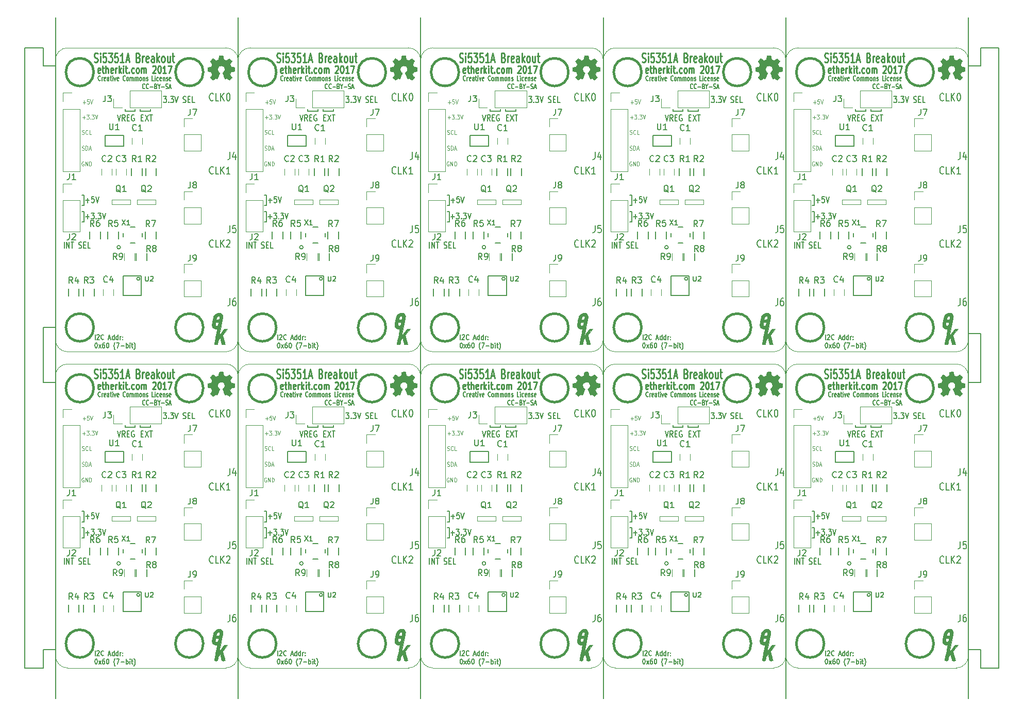
<source format=gbr>
G04 #@! TF.FileFunction,Legend,Top*
%FSLAX46Y46*%
G04 Gerber Fmt 4.6, Leading zero omitted, Abs format (unit mm)*
G04 Created by KiCad (PCBNEW 4.0.6-e0-6349~53~ubuntu16.04.1) date Tue Jun 20 09:51:45 2017*
%MOMM*%
%LPD*%
G01*
G04 APERTURE LIST*
%ADD10C,0.200000*%
%ADD11C,0.100000*%
%ADD12C,0.250000*%
%ADD13C,0.220000*%
%ADD14C,0.150000*%
%ADD15C,0.175000*%
%ADD16C,0.120000*%
%ADD17C,0.002540*%
%ADD18C,0.381000*%
%ADD19C,0.119380*%
%ADD20C,0.127000*%
G04 APERTURE END LIST*
D10*
X204000000Y-29000000D02*
X204000000Y-141000000D01*
X174000000Y-141000000D02*
X174000000Y-29000000D01*
X144000000Y-29000000D02*
X144000000Y-141000000D01*
X114000000Y-141000000D02*
X114000000Y-29000000D01*
X84000000Y-29000000D02*
X84000000Y-141000000D01*
X54000000Y-29000000D02*
X54000000Y-141000000D01*
X206000000Y-133000000D02*
X204000000Y-133000000D01*
X206000000Y-136000000D02*
X206000000Y-133000000D01*
X204000000Y-134000000D02*
X204000000Y-89000000D01*
X209000000Y-136000000D02*
X206000000Y-136000000D01*
D11*
X204000000Y-134000000D02*
X204000000Y-88000000D01*
X204000000Y-134000000D02*
X204000000Y-88000000D01*
X204000000Y-134000000D02*
X204000000Y-88000000D01*
X204000000Y-134000000D02*
X204000000Y-88000000D01*
X202000000Y-136000000D02*
G75*
G03X204000000Y-134000000I0J2000000D01*
G01*
X202000000Y-136000000D02*
G75*
G03X204000000Y-134000000I0J2000000D01*
G01*
X202000000Y-136000000D02*
G75*
G03X204000000Y-134000000I0J2000000D01*
G01*
X202000000Y-136000000D02*
G75*
G03X204000000Y-134000000I0J2000000D01*
G01*
D10*
X52000000Y-133000000D02*
X54000000Y-133000000D01*
X52000000Y-136000000D02*
X52000000Y-133000000D01*
X49000000Y-136000000D02*
X52000000Y-136000000D01*
X52000000Y-37000000D02*
X52000000Y-34000000D01*
X54000000Y-37000000D02*
X52000000Y-37000000D01*
X54000000Y-80000000D02*
X54000000Y-37000000D01*
X52000000Y-80000000D02*
X54000000Y-80000000D01*
X52000000Y-89000000D02*
X52000000Y-80000000D01*
X54000000Y-89000000D02*
X52000000Y-89000000D01*
X54000000Y-133000000D02*
X54000000Y-89000000D01*
X49000000Y-34000000D02*
X49000000Y-136000000D01*
X52000000Y-34000000D02*
X49000000Y-34000000D01*
X206000000Y-37000000D02*
X206000000Y-34000000D01*
X204000000Y-37000000D02*
X206000000Y-37000000D01*
X204000000Y-81000000D02*
X204000000Y-37000000D01*
X206000000Y-81000000D02*
X204000000Y-81000000D01*
X206000000Y-89000000D02*
X206000000Y-81000000D01*
X204000000Y-89000000D02*
X206000000Y-89000000D01*
X209000000Y-34000000D02*
X209000000Y-136000000D01*
X206000000Y-34000000D02*
X209000000Y-34000000D01*
D11*
X54000000Y-88000000D02*
X54000000Y-134000000D01*
X54000000Y-88000000D02*
X54000000Y-134000000D01*
X54000000Y-88000000D02*
X54000000Y-134000000D01*
X54000000Y-88000000D02*
X54000000Y-134000000D01*
X56000000Y-86000000D02*
G75*
G03X54000000Y-88000000I0J-2000000D01*
G01*
X56000000Y-86000000D02*
G75*
G03X54000000Y-88000000I0J-2000000D01*
G01*
X56000000Y-86000000D02*
G75*
G03X54000000Y-88000000I0J-2000000D01*
G01*
X56000000Y-86000000D02*
G75*
G03X54000000Y-88000000I0J-2000000D01*
G01*
X54000000Y-134000000D02*
G75*
G03X56000000Y-136000000I2000000J0D01*
G01*
X54000000Y-134000000D02*
G75*
G03X56000000Y-136000000I2000000J0D01*
G01*
X54000000Y-134000000D02*
G75*
G03X56000000Y-136000000I2000000J0D01*
G01*
X54000000Y-134000000D02*
G75*
G03X56000000Y-136000000I2000000J0D01*
G01*
X54000000Y-36000000D02*
X54000000Y-82000000D01*
X56000000Y-34000000D02*
G75*
G03X54000000Y-36000000I0J-2000000D01*
G01*
X54000000Y-82000000D02*
G75*
G03X56000000Y-84000000I2000000J0D01*
G01*
X54000000Y-82000000D02*
G75*
G03X56000000Y-84000000I2000000J0D01*
G01*
X56000000Y-34000000D02*
G75*
G03X54000000Y-36000000I0J-2000000D01*
G01*
X54000000Y-36000000D02*
X54000000Y-82000000D01*
X54000000Y-36000000D02*
X54000000Y-82000000D01*
X56000000Y-34000000D02*
G75*
G03X54000000Y-36000000I0J-2000000D01*
G01*
X54000000Y-82000000D02*
G75*
G03X56000000Y-84000000I2000000J0D01*
G01*
X54000000Y-82000000D02*
G75*
G03X56000000Y-84000000I2000000J0D01*
G01*
X56000000Y-34000000D02*
G75*
G03X54000000Y-36000000I0J-2000000D01*
G01*
X54000000Y-36000000D02*
X54000000Y-82000000D01*
X84000000Y-88000000D02*
X84000000Y-134000000D01*
X82000000Y-86000000D02*
X56000000Y-86000000D01*
X82000000Y-86000000D02*
X56000000Y-86000000D01*
X82000000Y-86000000D02*
X56000000Y-86000000D01*
X82000000Y-86000000D02*
X56000000Y-86000000D01*
X56000000Y-136000000D02*
X82000000Y-136000000D01*
X56000000Y-136000000D02*
X82000000Y-136000000D01*
X56000000Y-136000000D02*
X82000000Y-136000000D01*
X56000000Y-136000000D02*
X82000000Y-136000000D01*
X84000000Y-134000000D02*
X84000000Y-88000000D01*
X84000000Y-88000000D02*
X84000000Y-134000000D01*
X84000000Y-134000000D02*
X84000000Y-88000000D01*
X84000000Y-134000000D02*
X84000000Y-88000000D01*
X84000000Y-88000000D02*
X84000000Y-134000000D01*
X84000000Y-88000000D02*
G75*
G03X82000000Y-86000000I-2000000J0D01*
G01*
X86000000Y-86000000D02*
G75*
G03X84000000Y-88000000I0J-2000000D01*
G01*
X84000000Y-88000000D02*
G75*
G03X82000000Y-86000000I-2000000J0D01*
G01*
X86000000Y-86000000D02*
G75*
G03X84000000Y-88000000I0J-2000000D01*
G01*
X84000000Y-88000000D02*
G75*
G03X82000000Y-86000000I-2000000J0D01*
G01*
X84000000Y-88000000D02*
G75*
G03X82000000Y-86000000I-2000000J0D01*
G01*
X86000000Y-86000000D02*
G75*
G03X84000000Y-88000000I0J-2000000D01*
G01*
X174000000Y-134000000D02*
X174000000Y-88000000D01*
X174000000Y-88000000D02*
X174000000Y-134000000D01*
X174000000Y-88000000D02*
X174000000Y-134000000D01*
X176000000Y-86000000D02*
G75*
G03X174000000Y-88000000I0J-2000000D01*
G01*
X174000000Y-88000000D02*
G75*
G03X172000000Y-86000000I-2000000J0D01*
G01*
X176000000Y-86000000D02*
G75*
G03X174000000Y-88000000I0J-2000000D01*
G01*
X176000000Y-86000000D02*
G75*
G03X174000000Y-88000000I0J-2000000D01*
G01*
X174000000Y-88000000D02*
G75*
G03X172000000Y-86000000I-2000000J0D01*
G01*
X174000000Y-88000000D02*
G75*
G03X172000000Y-86000000I-2000000J0D01*
G01*
X176000000Y-86000000D02*
G75*
G03X174000000Y-88000000I0J-2000000D01*
G01*
X174000000Y-88000000D02*
G75*
G03X172000000Y-86000000I-2000000J0D01*
G01*
X174000000Y-88000000D02*
X174000000Y-134000000D01*
X174000000Y-134000000D02*
X174000000Y-88000000D01*
X174000000Y-134000000D02*
X174000000Y-88000000D01*
X174000000Y-88000000D02*
X174000000Y-134000000D01*
X174000000Y-134000000D02*
X174000000Y-88000000D01*
X176000000Y-136000000D02*
X202000000Y-136000000D01*
X176000000Y-136000000D02*
X202000000Y-136000000D01*
X176000000Y-136000000D02*
X202000000Y-136000000D01*
X176000000Y-136000000D02*
X202000000Y-136000000D01*
X174000000Y-134000000D02*
G75*
G03X176000000Y-136000000I2000000J0D01*
G01*
X172000000Y-136000000D02*
G75*
G03X174000000Y-134000000I0J2000000D01*
G01*
X174000000Y-134000000D02*
G75*
G03X176000000Y-136000000I2000000J0D01*
G01*
X174000000Y-134000000D02*
G75*
G03X176000000Y-136000000I2000000J0D01*
G01*
X172000000Y-136000000D02*
G75*
G03X174000000Y-134000000I0J2000000D01*
G01*
X172000000Y-136000000D02*
G75*
G03X174000000Y-134000000I0J2000000D01*
G01*
X174000000Y-134000000D02*
G75*
G03X176000000Y-136000000I2000000J0D01*
G01*
X172000000Y-136000000D02*
G75*
G03X174000000Y-134000000I0J2000000D01*
G01*
X202000000Y-86000000D02*
X176000000Y-86000000D01*
X204000000Y-88000000D02*
G75*
G03X202000000Y-86000000I-2000000J0D01*
G01*
X202000000Y-86000000D02*
X176000000Y-86000000D01*
X202000000Y-86000000D02*
X176000000Y-86000000D01*
X204000000Y-88000000D02*
G75*
G03X202000000Y-86000000I-2000000J0D01*
G01*
X204000000Y-88000000D02*
G75*
G03X202000000Y-86000000I-2000000J0D01*
G01*
X202000000Y-86000000D02*
X176000000Y-86000000D01*
X204000000Y-88000000D02*
G75*
G03X202000000Y-86000000I-2000000J0D01*
G01*
X112000000Y-86000000D02*
X86000000Y-86000000D01*
X86000000Y-86000000D02*
G75*
G03X84000000Y-88000000I0J-2000000D01*
G01*
X112000000Y-86000000D02*
X86000000Y-86000000D01*
X112000000Y-86000000D02*
X86000000Y-86000000D01*
X112000000Y-86000000D02*
X86000000Y-86000000D01*
X84000000Y-88000000D02*
X84000000Y-134000000D01*
X82000000Y-136000000D02*
G75*
G03X84000000Y-134000000I0J2000000D01*
G01*
X84000000Y-134000000D02*
G75*
G03X86000000Y-136000000I2000000J0D01*
G01*
X82000000Y-136000000D02*
G75*
G03X84000000Y-134000000I0J2000000D01*
G01*
X84000000Y-134000000D02*
G75*
G03X86000000Y-136000000I2000000J0D01*
G01*
X84000000Y-134000000D02*
X84000000Y-88000000D01*
X86000000Y-136000000D02*
X112000000Y-136000000D01*
X84000000Y-134000000D02*
G75*
G03X86000000Y-136000000I2000000J0D01*
G01*
X82000000Y-136000000D02*
G75*
G03X84000000Y-134000000I0J2000000D01*
G01*
X82000000Y-136000000D02*
G75*
G03X84000000Y-134000000I0J2000000D01*
G01*
X84000000Y-134000000D02*
G75*
G03X86000000Y-136000000I2000000J0D01*
G01*
X86000000Y-136000000D02*
X112000000Y-136000000D01*
X86000000Y-136000000D02*
X112000000Y-136000000D01*
X86000000Y-136000000D02*
X112000000Y-136000000D01*
X112000000Y-136000000D02*
G75*
G03X114000000Y-134000000I0J2000000D01*
G01*
X112000000Y-136000000D02*
G75*
G03X114000000Y-134000000I0J2000000D01*
G01*
X112000000Y-136000000D02*
G75*
G03X114000000Y-134000000I0J2000000D01*
G01*
X112000000Y-136000000D02*
G75*
G03X114000000Y-134000000I0J2000000D01*
G01*
X114000000Y-88000000D02*
G75*
G03X112000000Y-86000000I-2000000J0D01*
G01*
X114000000Y-88000000D02*
G75*
G03X112000000Y-86000000I-2000000J0D01*
G01*
X114000000Y-88000000D02*
G75*
G03X112000000Y-86000000I-2000000J0D01*
G01*
X114000000Y-88000000D02*
G75*
G03X112000000Y-86000000I-2000000J0D01*
G01*
X146000000Y-136000000D02*
X172000000Y-136000000D01*
X146000000Y-136000000D02*
X172000000Y-136000000D01*
X146000000Y-136000000D02*
X172000000Y-136000000D01*
X146000000Y-136000000D02*
X172000000Y-136000000D01*
X144000000Y-134000000D02*
G75*
G03X146000000Y-136000000I2000000J0D01*
G01*
X144000000Y-134000000D02*
G75*
G03X146000000Y-136000000I2000000J0D01*
G01*
X144000000Y-134000000D02*
G75*
G03X146000000Y-136000000I2000000J0D01*
G01*
X144000000Y-88000000D02*
X144000000Y-134000000D01*
X144000000Y-134000000D02*
X144000000Y-88000000D01*
X144000000Y-134000000D02*
X144000000Y-88000000D01*
X144000000Y-88000000D02*
X144000000Y-134000000D01*
X144000000Y-88000000D02*
X144000000Y-134000000D01*
X144000000Y-134000000D02*
X144000000Y-88000000D01*
X144000000Y-134000000D02*
X144000000Y-88000000D01*
X142000000Y-136000000D02*
G75*
G03X144000000Y-134000000I0J2000000D01*
G01*
X144000000Y-134000000D02*
G75*
G03X146000000Y-136000000I2000000J0D01*
G01*
X142000000Y-136000000D02*
G75*
G03X144000000Y-134000000I0J2000000D01*
G01*
X142000000Y-136000000D02*
G75*
G03X144000000Y-134000000I0J2000000D01*
G01*
X142000000Y-136000000D02*
G75*
G03X144000000Y-134000000I0J2000000D01*
G01*
X116000000Y-136000000D02*
X142000000Y-136000000D01*
X114000000Y-134000000D02*
G75*
G03X116000000Y-136000000I2000000J0D01*
G01*
X116000000Y-136000000D02*
X142000000Y-136000000D01*
X116000000Y-136000000D02*
X142000000Y-136000000D01*
X114000000Y-134000000D02*
G75*
G03X116000000Y-136000000I2000000J0D01*
G01*
X114000000Y-134000000D02*
G75*
G03X116000000Y-136000000I2000000J0D01*
G01*
X116000000Y-136000000D02*
X142000000Y-136000000D01*
X114000000Y-134000000D02*
G75*
G03X116000000Y-136000000I2000000J0D01*
G01*
X114000000Y-88000000D02*
X114000000Y-134000000D01*
X114000000Y-134000000D02*
X114000000Y-88000000D01*
X114000000Y-88000000D02*
X114000000Y-134000000D01*
X114000000Y-134000000D02*
X114000000Y-88000000D01*
X114000000Y-88000000D02*
X114000000Y-134000000D01*
X114000000Y-88000000D02*
X114000000Y-134000000D01*
X114000000Y-134000000D02*
X114000000Y-88000000D01*
X114000000Y-134000000D02*
X114000000Y-88000000D01*
X142000000Y-86000000D02*
X116000000Y-86000000D01*
X116000000Y-86000000D02*
G75*
G03X114000000Y-88000000I0J-2000000D01*
G01*
X116000000Y-86000000D02*
G75*
G03X114000000Y-88000000I0J-2000000D01*
G01*
X142000000Y-86000000D02*
X116000000Y-86000000D01*
X142000000Y-86000000D02*
X116000000Y-86000000D01*
X116000000Y-86000000D02*
G75*
G03X114000000Y-88000000I0J-2000000D01*
G01*
X142000000Y-86000000D02*
X116000000Y-86000000D01*
X116000000Y-86000000D02*
G75*
G03X114000000Y-88000000I0J-2000000D01*
G01*
X144000000Y-88000000D02*
G75*
G03X142000000Y-86000000I-2000000J0D01*
G01*
X144000000Y-88000000D02*
X144000000Y-134000000D01*
X144000000Y-88000000D02*
G75*
G03X142000000Y-86000000I-2000000J0D01*
G01*
X144000000Y-88000000D02*
G75*
G03X142000000Y-86000000I-2000000J0D01*
G01*
X144000000Y-88000000D02*
G75*
G03X142000000Y-86000000I-2000000J0D01*
G01*
X172000000Y-86000000D02*
X146000000Y-86000000D01*
X146000000Y-86000000D02*
G75*
G03X144000000Y-88000000I0J-2000000D01*
G01*
X172000000Y-86000000D02*
X146000000Y-86000000D01*
X172000000Y-86000000D02*
X146000000Y-86000000D01*
X146000000Y-86000000D02*
G75*
G03X144000000Y-88000000I0J-2000000D01*
G01*
X146000000Y-86000000D02*
G75*
G03X144000000Y-88000000I0J-2000000D01*
G01*
X172000000Y-86000000D02*
X146000000Y-86000000D01*
X146000000Y-86000000D02*
G75*
G03X144000000Y-88000000I0J-2000000D01*
G01*
D12*
X120376190Y-88307143D02*
X120519047Y-88378571D01*
X120757143Y-88378571D01*
X120852381Y-88307143D01*
X120900000Y-88235714D01*
X120947619Y-88092857D01*
X120947619Y-87950000D01*
X120900000Y-87807143D01*
X120852381Y-87735714D01*
X120757143Y-87664286D01*
X120566666Y-87592857D01*
X120471428Y-87521429D01*
X120423809Y-87450000D01*
X120376190Y-87307143D01*
X120376190Y-87164286D01*
X120423809Y-87021429D01*
X120471428Y-86950000D01*
X120566666Y-86878571D01*
X120804762Y-86878571D01*
X120947619Y-86950000D01*
X121376190Y-88378571D02*
X121376190Y-87378571D01*
X121376190Y-86878571D02*
X121328571Y-86950000D01*
X121376190Y-87021429D01*
X121423809Y-86950000D01*
X121376190Y-86878571D01*
X121376190Y-87021429D01*
X122328571Y-86878571D02*
X121852380Y-86878571D01*
X121804761Y-87592857D01*
X121852380Y-87521429D01*
X121947618Y-87450000D01*
X122185714Y-87450000D01*
X122280952Y-87521429D01*
X122328571Y-87592857D01*
X122376190Y-87735714D01*
X122376190Y-88092857D01*
X122328571Y-88235714D01*
X122280952Y-88307143D01*
X122185714Y-88378571D01*
X121947618Y-88378571D01*
X121852380Y-88307143D01*
X121804761Y-88235714D01*
X122709523Y-86878571D02*
X123328571Y-86878571D01*
X122995237Y-87450000D01*
X123138095Y-87450000D01*
X123233333Y-87521429D01*
X123280952Y-87592857D01*
X123328571Y-87735714D01*
X123328571Y-88092857D01*
X123280952Y-88235714D01*
X123233333Y-88307143D01*
X123138095Y-88378571D01*
X122852380Y-88378571D01*
X122757142Y-88307143D01*
X122709523Y-88235714D01*
X124233333Y-86878571D02*
X123757142Y-86878571D01*
X123709523Y-87592857D01*
X123757142Y-87521429D01*
X123852380Y-87450000D01*
X124090476Y-87450000D01*
X124185714Y-87521429D01*
X124233333Y-87592857D01*
X124280952Y-87735714D01*
X124280952Y-88092857D01*
X124233333Y-88235714D01*
X124185714Y-88307143D01*
X124090476Y-88378571D01*
X123852380Y-88378571D01*
X123757142Y-88307143D01*
X123709523Y-88235714D01*
X125233333Y-88378571D02*
X124661904Y-88378571D01*
X124947618Y-88378571D02*
X124947618Y-86878571D01*
X124852380Y-87092857D01*
X124757142Y-87235714D01*
X124661904Y-87307143D01*
X125614285Y-87950000D02*
X126090476Y-87950000D01*
X125519047Y-88378571D02*
X125852380Y-86878571D01*
X126185714Y-88378571D01*
X127614286Y-87592857D02*
X127757143Y-87664286D01*
X127804762Y-87735714D01*
X127852381Y-87878571D01*
X127852381Y-88092857D01*
X127804762Y-88235714D01*
X127757143Y-88307143D01*
X127661905Y-88378571D01*
X127280952Y-88378571D01*
X127280952Y-86878571D01*
X127614286Y-86878571D01*
X127709524Y-86950000D01*
X127757143Y-87021429D01*
X127804762Y-87164286D01*
X127804762Y-87307143D01*
X127757143Y-87450000D01*
X127709524Y-87521429D01*
X127614286Y-87592857D01*
X127280952Y-87592857D01*
X128280952Y-88378571D02*
X128280952Y-87378571D01*
X128280952Y-87664286D02*
X128328571Y-87521429D01*
X128376190Y-87450000D01*
X128471428Y-87378571D01*
X128566667Y-87378571D01*
X129280953Y-88307143D02*
X129185715Y-88378571D01*
X128995238Y-88378571D01*
X128900000Y-88307143D01*
X128852381Y-88164286D01*
X128852381Y-87592857D01*
X128900000Y-87450000D01*
X128995238Y-87378571D01*
X129185715Y-87378571D01*
X129280953Y-87450000D01*
X129328572Y-87592857D01*
X129328572Y-87735714D01*
X128852381Y-87878571D01*
X130185715Y-88378571D02*
X130185715Y-87592857D01*
X130138096Y-87450000D01*
X130042858Y-87378571D01*
X129852381Y-87378571D01*
X129757143Y-87450000D01*
X130185715Y-88307143D02*
X130090477Y-88378571D01*
X129852381Y-88378571D01*
X129757143Y-88307143D01*
X129709524Y-88164286D01*
X129709524Y-88021429D01*
X129757143Y-87878571D01*
X129852381Y-87807143D01*
X130090477Y-87807143D01*
X130185715Y-87735714D01*
X130661905Y-88378571D02*
X130661905Y-86878571D01*
X130757143Y-87807143D02*
X131042858Y-88378571D01*
X131042858Y-87378571D02*
X130661905Y-87950000D01*
X131614286Y-88378571D02*
X131519048Y-88307143D01*
X131471429Y-88235714D01*
X131423810Y-88092857D01*
X131423810Y-87664286D01*
X131471429Y-87521429D01*
X131519048Y-87450000D01*
X131614286Y-87378571D01*
X131757144Y-87378571D01*
X131852382Y-87450000D01*
X131900001Y-87521429D01*
X131947620Y-87664286D01*
X131947620Y-88092857D01*
X131900001Y-88235714D01*
X131852382Y-88307143D01*
X131757144Y-88378571D01*
X131614286Y-88378571D01*
X132804763Y-87378571D02*
X132804763Y-88378571D01*
X132376191Y-87378571D02*
X132376191Y-88164286D01*
X132423810Y-88307143D01*
X132519048Y-88378571D01*
X132661906Y-88378571D01*
X132757144Y-88307143D01*
X132804763Y-88235714D01*
X133138096Y-87378571D02*
X133519048Y-87378571D01*
X133280953Y-86878571D02*
X133280953Y-88164286D01*
X133328572Y-88307143D01*
X133423810Y-88378571D01*
X133519048Y-88378571D01*
X120376190Y-88307143D02*
X120519047Y-88378571D01*
X120757143Y-88378571D01*
X120852381Y-88307143D01*
X120900000Y-88235714D01*
X120947619Y-88092857D01*
X120947619Y-87950000D01*
X120900000Y-87807143D01*
X120852381Y-87735714D01*
X120757143Y-87664286D01*
X120566666Y-87592857D01*
X120471428Y-87521429D01*
X120423809Y-87450000D01*
X120376190Y-87307143D01*
X120376190Y-87164286D01*
X120423809Y-87021429D01*
X120471428Y-86950000D01*
X120566666Y-86878571D01*
X120804762Y-86878571D01*
X120947619Y-86950000D01*
X121376190Y-88378571D02*
X121376190Y-87378571D01*
X121376190Y-86878571D02*
X121328571Y-86950000D01*
X121376190Y-87021429D01*
X121423809Y-86950000D01*
X121376190Y-86878571D01*
X121376190Y-87021429D01*
X122328571Y-86878571D02*
X121852380Y-86878571D01*
X121804761Y-87592857D01*
X121852380Y-87521429D01*
X121947618Y-87450000D01*
X122185714Y-87450000D01*
X122280952Y-87521429D01*
X122328571Y-87592857D01*
X122376190Y-87735714D01*
X122376190Y-88092857D01*
X122328571Y-88235714D01*
X122280952Y-88307143D01*
X122185714Y-88378571D01*
X121947618Y-88378571D01*
X121852380Y-88307143D01*
X121804761Y-88235714D01*
X122709523Y-86878571D02*
X123328571Y-86878571D01*
X122995237Y-87450000D01*
X123138095Y-87450000D01*
X123233333Y-87521429D01*
X123280952Y-87592857D01*
X123328571Y-87735714D01*
X123328571Y-88092857D01*
X123280952Y-88235714D01*
X123233333Y-88307143D01*
X123138095Y-88378571D01*
X122852380Y-88378571D01*
X122757142Y-88307143D01*
X122709523Y-88235714D01*
X124233333Y-86878571D02*
X123757142Y-86878571D01*
X123709523Y-87592857D01*
X123757142Y-87521429D01*
X123852380Y-87450000D01*
X124090476Y-87450000D01*
X124185714Y-87521429D01*
X124233333Y-87592857D01*
X124280952Y-87735714D01*
X124280952Y-88092857D01*
X124233333Y-88235714D01*
X124185714Y-88307143D01*
X124090476Y-88378571D01*
X123852380Y-88378571D01*
X123757142Y-88307143D01*
X123709523Y-88235714D01*
X125233333Y-88378571D02*
X124661904Y-88378571D01*
X124947618Y-88378571D02*
X124947618Y-86878571D01*
X124852380Y-87092857D01*
X124757142Y-87235714D01*
X124661904Y-87307143D01*
X125614285Y-87950000D02*
X126090476Y-87950000D01*
X125519047Y-88378571D02*
X125852380Y-86878571D01*
X126185714Y-88378571D01*
X127614286Y-87592857D02*
X127757143Y-87664286D01*
X127804762Y-87735714D01*
X127852381Y-87878571D01*
X127852381Y-88092857D01*
X127804762Y-88235714D01*
X127757143Y-88307143D01*
X127661905Y-88378571D01*
X127280952Y-88378571D01*
X127280952Y-86878571D01*
X127614286Y-86878571D01*
X127709524Y-86950000D01*
X127757143Y-87021429D01*
X127804762Y-87164286D01*
X127804762Y-87307143D01*
X127757143Y-87450000D01*
X127709524Y-87521429D01*
X127614286Y-87592857D01*
X127280952Y-87592857D01*
X128280952Y-88378571D02*
X128280952Y-87378571D01*
X128280952Y-87664286D02*
X128328571Y-87521429D01*
X128376190Y-87450000D01*
X128471428Y-87378571D01*
X128566667Y-87378571D01*
X129280953Y-88307143D02*
X129185715Y-88378571D01*
X128995238Y-88378571D01*
X128900000Y-88307143D01*
X128852381Y-88164286D01*
X128852381Y-87592857D01*
X128900000Y-87450000D01*
X128995238Y-87378571D01*
X129185715Y-87378571D01*
X129280953Y-87450000D01*
X129328572Y-87592857D01*
X129328572Y-87735714D01*
X128852381Y-87878571D01*
X130185715Y-88378571D02*
X130185715Y-87592857D01*
X130138096Y-87450000D01*
X130042858Y-87378571D01*
X129852381Y-87378571D01*
X129757143Y-87450000D01*
X130185715Y-88307143D02*
X130090477Y-88378571D01*
X129852381Y-88378571D01*
X129757143Y-88307143D01*
X129709524Y-88164286D01*
X129709524Y-88021429D01*
X129757143Y-87878571D01*
X129852381Y-87807143D01*
X130090477Y-87807143D01*
X130185715Y-87735714D01*
X130661905Y-88378571D02*
X130661905Y-86878571D01*
X130757143Y-87807143D02*
X131042858Y-88378571D01*
X131042858Y-87378571D02*
X130661905Y-87950000D01*
X131614286Y-88378571D02*
X131519048Y-88307143D01*
X131471429Y-88235714D01*
X131423810Y-88092857D01*
X131423810Y-87664286D01*
X131471429Y-87521429D01*
X131519048Y-87450000D01*
X131614286Y-87378571D01*
X131757144Y-87378571D01*
X131852382Y-87450000D01*
X131900001Y-87521429D01*
X131947620Y-87664286D01*
X131947620Y-88092857D01*
X131900001Y-88235714D01*
X131852382Y-88307143D01*
X131757144Y-88378571D01*
X131614286Y-88378571D01*
X132804763Y-87378571D02*
X132804763Y-88378571D01*
X132376191Y-87378571D02*
X132376191Y-88164286D01*
X132423810Y-88307143D01*
X132519048Y-88378571D01*
X132661906Y-88378571D01*
X132757144Y-88307143D01*
X132804763Y-88235714D01*
X133138096Y-87378571D02*
X133519048Y-87378571D01*
X133280953Y-86878571D02*
X133280953Y-88164286D01*
X133328572Y-88307143D01*
X133423810Y-88378571D01*
X133519048Y-88378571D01*
D13*
X121342857Y-90085714D02*
X121257143Y-90142857D01*
X121085714Y-90142857D01*
X121000000Y-90085714D01*
X120957143Y-89971429D01*
X120957143Y-89514286D01*
X121000000Y-89400000D01*
X121085714Y-89342857D01*
X121257143Y-89342857D01*
X121342857Y-89400000D01*
X121385714Y-89514286D01*
X121385714Y-89628571D01*
X120957143Y-89742857D01*
X121642857Y-89342857D02*
X121985714Y-89342857D01*
X121771429Y-88942857D02*
X121771429Y-89971429D01*
X121814286Y-90085714D01*
X121900000Y-90142857D01*
X121985714Y-90142857D01*
X122285715Y-90142857D02*
X122285715Y-88942857D01*
X122671429Y-90142857D02*
X122671429Y-89514286D01*
X122628572Y-89400000D01*
X122542858Y-89342857D01*
X122414286Y-89342857D01*
X122328572Y-89400000D01*
X122285715Y-89457143D01*
X123442858Y-90085714D02*
X123357144Y-90142857D01*
X123185715Y-90142857D01*
X123100001Y-90085714D01*
X123057144Y-89971429D01*
X123057144Y-89514286D01*
X123100001Y-89400000D01*
X123185715Y-89342857D01*
X123357144Y-89342857D01*
X123442858Y-89400000D01*
X123485715Y-89514286D01*
X123485715Y-89628571D01*
X123057144Y-89742857D01*
X123871430Y-90142857D02*
X123871430Y-89342857D01*
X123871430Y-89571429D02*
X123914287Y-89457143D01*
X123957144Y-89400000D01*
X124042858Y-89342857D01*
X124128573Y-89342857D01*
X124428573Y-90142857D02*
X124428573Y-88942857D01*
X124514287Y-89685714D02*
X124771430Y-90142857D01*
X124771430Y-89342857D02*
X124428573Y-89800000D01*
X125157144Y-90142857D02*
X125157144Y-89342857D01*
X125157144Y-88942857D02*
X125114287Y-89000000D01*
X125157144Y-89057143D01*
X125200001Y-89000000D01*
X125157144Y-88942857D01*
X125157144Y-89057143D01*
X125457143Y-89342857D02*
X125800000Y-89342857D01*
X125585715Y-88942857D02*
X125585715Y-89971429D01*
X125628572Y-90085714D01*
X125714286Y-90142857D01*
X125800000Y-90142857D01*
X126100001Y-90028571D02*
X126142858Y-90085714D01*
X126100001Y-90142857D01*
X126057144Y-90085714D01*
X126100001Y-90028571D01*
X126100001Y-90142857D01*
X126914286Y-90085714D02*
X126828572Y-90142857D01*
X126657143Y-90142857D01*
X126571429Y-90085714D01*
X126528572Y-90028571D01*
X126485715Y-89914286D01*
X126485715Y-89571429D01*
X126528572Y-89457143D01*
X126571429Y-89400000D01*
X126657143Y-89342857D01*
X126828572Y-89342857D01*
X126914286Y-89400000D01*
X127428572Y-90142857D02*
X127342858Y-90085714D01*
X127300001Y-90028571D01*
X127257144Y-89914286D01*
X127257144Y-89571429D01*
X127300001Y-89457143D01*
X127342858Y-89400000D01*
X127428572Y-89342857D01*
X127557144Y-89342857D01*
X127642858Y-89400000D01*
X127685715Y-89457143D01*
X127728572Y-89571429D01*
X127728572Y-89914286D01*
X127685715Y-90028571D01*
X127642858Y-90085714D01*
X127557144Y-90142857D01*
X127428572Y-90142857D01*
X128114287Y-90142857D02*
X128114287Y-89342857D01*
X128114287Y-89457143D02*
X128157144Y-89400000D01*
X128242858Y-89342857D01*
X128371430Y-89342857D01*
X128457144Y-89400000D01*
X128500001Y-89514286D01*
X128500001Y-90142857D01*
X128500001Y-89514286D02*
X128542858Y-89400000D01*
X128628572Y-89342857D01*
X128757144Y-89342857D01*
X128842858Y-89400000D01*
X128885715Y-89514286D01*
X128885715Y-90142857D01*
X129957144Y-89057143D02*
X130000001Y-89000000D01*
X130085715Y-88942857D01*
X130300001Y-88942857D01*
X130385715Y-89000000D01*
X130428572Y-89057143D01*
X130471429Y-89171429D01*
X130471429Y-89285714D01*
X130428572Y-89457143D01*
X129914286Y-90142857D01*
X130471429Y-90142857D01*
X131028572Y-88942857D02*
X131114287Y-88942857D01*
X131200001Y-89000000D01*
X131242858Y-89057143D01*
X131285715Y-89171429D01*
X131328572Y-89400000D01*
X131328572Y-89685714D01*
X131285715Y-89914286D01*
X131242858Y-90028571D01*
X131200001Y-90085714D01*
X131114287Y-90142857D01*
X131028572Y-90142857D01*
X130942858Y-90085714D01*
X130900001Y-90028571D01*
X130857144Y-89914286D01*
X130814287Y-89685714D01*
X130814287Y-89400000D01*
X130857144Y-89171429D01*
X130900001Y-89057143D01*
X130942858Y-89000000D01*
X131028572Y-88942857D01*
X132185715Y-90142857D02*
X131671430Y-90142857D01*
X131928572Y-90142857D02*
X131928572Y-88942857D01*
X131842858Y-89114286D01*
X131757144Y-89228571D01*
X131671430Y-89285714D01*
X132485715Y-88942857D02*
X133085715Y-88942857D01*
X132700001Y-90142857D01*
X121342857Y-90085714D02*
X121257143Y-90142857D01*
X121085714Y-90142857D01*
X121000000Y-90085714D01*
X120957143Y-89971429D01*
X120957143Y-89514286D01*
X121000000Y-89400000D01*
X121085714Y-89342857D01*
X121257143Y-89342857D01*
X121342857Y-89400000D01*
X121385714Y-89514286D01*
X121385714Y-89628571D01*
X120957143Y-89742857D01*
X121642857Y-89342857D02*
X121985714Y-89342857D01*
X121771429Y-88942857D02*
X121771429Y-89971429D01*
X121814286Y-90085714D01*
X121900000Y-90142857D01*
X121985714Y-90142857D01*
X122285715Y-90142857D02*
X122285715Y-88942857D01*
X122671429Y-90142857D02*
X122671429Y-89514286D01*
X122628572Y-89400000D01*
X122542858Y-89342857D01*
X122414286Y-89342857D01*
X122328572Y-89400000D01*
X122285715Y-89457143D01*
X123442858Y-90085714D02*
X123357144Y-90142857D01*
X123185715Y-90142857D01*
X123100001Y-90085714D01*
X123057144Y-89971429D01*
X123057144Y-89514286D01*
X123100001Y-89400000D01*
X123185715Y-89342857D01*
X123357144Y-89342857D01*
X123442858Y-89400000D01*
X123485715Y-89514286D01*
X123485715Y-89628571D01*
X123057144Y-89742857D01*
X123871430Y-90142857D02*
X123871430Y-89342857D01*
X123871430Y-89571429D02*
X123914287Y-89457143D01*
X123957144Y-89400000D01*
X124042858Y-89342857D01*
X124128573Y-89342857D01*
X124428573Y-90142857D02*
X124428573Y-88942857D01*
X124514287Y-89685714D02*
X124771430Y-90142857D01*
X124771430Y-89342857D02*
X124428573Y-89800000D01*
X125157144Y-90142857D02*
X125157144Y-89342857D01*
X125157144Y-88942857D02*
X125114287Y-89000000D01*
X125157144Y-89057143D01*
X125200001Y-89000000D01*
X125157144Y-88942857D01*
X125157144Y-89057143D01*
X125457143Y-89342857D02*
X125800000Y-89342857D01*
X125585715Y-88942857D02*
X125585715Y-89971429D01*
X125628572Y-90085714D01*
X125714286Y-90142857D01*
X125800000Y-90142857D01*
X126100001Y-90028571D02*
X126142858Y-90085714D01*
X126100001Y-90142857D01*
X126057144Y-90085714D01*
X126100001Y-90028571D01*
X126100001Y-90142857D01*
X126914286Y-90085714D02*
X126828572Y-90142857D01*
X126657143Y-90142857D01*
X126571429Y-90085714D01*
X126528572Y-90028571D01*
X126485715Y-89914286D01*
X126485715Y-89571429D01*
X126528572Y-89457143D01*
X126571429Y-89400000D01*
X126657143Y-89342857D01*
X126828572Y-89342857D01*
X126914286Y-89400000D01*
X127428572Y-90142857D02*
X127342858Y-90085714D01*
X127300001Y-90028571D01*
X127257144Y-89914286D01*
X127257144Y-89571429D01*
X127300001Y-89457143D01*
X127342858Y-89400000D01*
X127428572Y-89342857D01*
X127557144Y-89342857D01*
X127642858Y-89400000D01*
X127685715Y-89457143D01*
X127728572Y-89571429D01*
X127728572Y-89914286D01*
X127685715Y-90028571D01*
X127642858Y-90085714D01*
X127557144Y-90142857D01*
X127428572Y-90142857D01*
X128114287Y-90142857D02*
X128114287Y-89342857D01*
X128114287Y-89457143D02*
X128157144Y-89400000D01*
X128242858Y-89342857D01*
X128371430Y-89342857D01*
X128457144Y-89400000D01*
X128500001Y-89514286D01*
X128500001Y-90142857D01*
X128500001Y-89514286D02*
X128542858Y-89400000D01*
X128628572Y-89342857D01*
X128757144Y-89342857D01*
X128842858Y-89400000D01*
X128885715Y-89514286D01*
X128885715Y-90142857D01*
X129957144Y-89057143D02*
X130000001Y-89000000D01*
X130085715Y-88942857D01*
X130300001Y-88942857D01*
X130385715Y-89000000D01*
X130428572Y-89057143D01*
X130471429Y-89171429D01*
X130471429Y-89285714D01*
X130428572Y-89457143D01*
X129914286Y-90142857D01*
X130471429Y-90142857D01*
X131028572Y-88942857D02*
X131114287Y-88942857D01*
X131200001Y-89000000D01*
X131242858Y-89057143D01*
X131285715Y-89171429D01*
X131328572Y-89400000D01*
X131328572Y-89685714D01*
X131285715Y-89914286D01*
X131242858Y-90028571D01*
X131200001Y-90085714D01*
X131114287Y-90142857D01*
X131028572Y-90142857D01*
X130942858Y-90085714D01*
X130900001Y-90028571D01*
X130857144Y-89914286D01*
X130814287Y-89685714D01*
X130814287Y-89400000D01*
X130857144Y-89171429D01*
X130900001Y-89057143D01*
X130942858Y-89000000D01*
X131028572Y-88942857D01*
X132185715Y-90142857D02*
X131671430Y-90142857D01*
X131928572Y-90142857D02*
X131928572Y-88942857D01*
X131842858Y-89114286D01*
X131757144Y-89228571D01*
X131671430Y-89285714D01*
X132485715Y-88942857D02*
X133085715Y-88942857D01*
X132700001Y-90142857D01*
D12*
X120376190Y-88307143D02*
X120519047Y-88378571D01*
X120757143Y-88378571D01*
X120852381Y-88307143D01*
X120900000Y-88235714D01*
X120947619Y-88092857D01*
X120947619Y-87950000D01*
X120900000Y-87807143D01*
X120852381Y-87735714D01*
X120757143Y-87664286D01*
X120566666Y-87592857D01*
X120471428Y-87521429D01*
X120423809Y-87450000D01*
X120376190Y-87307143D01*
X120376190Y-87164286D01*
X120423809Y-87021429D01*
X120471428Y-86950000D01*
X120566666Y-86878571D01*
X120804762Y-86878571D01*
X120947619Y-86950000D01*
X121376190Y-88378571D02*
X121376190Y-87378571D01*
X121376190Y-86878571D02*
X121328571Y-86950000D01*
X121376190Y-87021429D01*
X121423809Y-86950000D01*
X121376190Y-86878571D01*
X121376190Y-87021429D01*
X122328571Y-86878571D02*
X121852380Y-86878571D01*
X121804761Y-87592857D01*
X121852380Y-87521429D01*
X121947618Y-87450000D01*
X122185714Y-87450000D01*
X122280952Y-87521429D01*
X122328571Y-87592857D01*
X122376190Y-87735714D01*
X122376190Y-88092857D01*
X122328571Y-88235714D01*
X122280952Y-88307143D01*
X122185714Y-88378571D01*
X121947618Y-88378571D01*
X121852380Y-88307143D01*
X121804761Y-88235714D01*
X122709523Y-86878571D02*
X123328571Y-86878571D01*
X122995237Y-87450000D01*
X123138095Y-87450000D01*
X123233333Y-87521429D01*
X123280952Y-87592857D01*
X123328571Y-87735714D01*
X123328571Y-88092857D01*
X123280952Y-88235714D01*
X123233333Y-88307143D01*
X123138095Y-88378571D01*
X122852380Y-88378571D01*
X122757142Y-88307143D01*
X122709523Y-88235714D01*
X124233333Y-86878571D02*
X123757142Y-86878571D01*
X123709523Y-87592857D01*
X123757142Y-87521429D01*
X123852380Y-87450000D01*
X124090476Y-87450000D01*
X124185714Y-87521429D01*
X124233333Y-87592857D01*
X124280952Y-87735714D01*
X124280952Y-88092857D01*
X124233333Y-88235714D01*
X124185714Y-88307143D01*
X124090476Y-88378571D01*
X123852380Y-88378571D01*
X123757142Y-88307143D01*
X123709523Y-88235714D01*
X125233333Y-88378571D02*
X124661904Y-88378571D01*
X124947618Y-88378571D02*
X124947618Y-86878571D01*
X124852380Y-87092857D01*
X124757142Y-87235714D01*
X124661904Y-87307143D01*
X125614285Y-87950000D02*
X126090476Y-87950000D01*
X125519047Y-88378571D02*
X125852380Y-86878571D01*
X126185714Y-88378571D01*
X127614286Y-87592857D02*
X127757143Y-87664286D01*
X127804762Y-87735714D01*
X127852381Y-87878571D01*
X127852381Y-88092857D01*
X127804762Y-88235714D01*
X127757143Y-88307143D01*
X127661905Y-88378571D01*
X127280952Y-88378571D01*
X127280952Y-86878571D01*
X127614286Y-86878571D01*
X127709524Y-86950000D01*
X127757143Y-87021429D01*
X127804762Y-87164286D01*
X127804762Y-87307143D01*
X127757143Y-87450000D01*
X127709524Y-87521429D01*
X127614286Y-87592857D01*
X127280952Y-87592857D01*
X128280952Y-88378571D02*
X128280952Y-87378571D01*
X128280952Y-87664286D02*
X128328571Y-87521429D01*
X128376190Y-87450000D01*
X128471428Y-87378571D01*
X128566667Y-87378571D01*
X129280953Y-88307143D02*
X129185715Y-88378571D01*
X128995238Y-88378571D01*
X128900000Y-88307143D01*
X128852381Y-88164286D01*
X128852381Y-87592857D01*
X128900000Y-87450000D01*
X128995238Y-87378571D01*
X129185715Y-87378571D01*
X129280953Y-87450000D01*
X129328572Y-87592857D01*
X129328572Y-87735714D01*
X128852381Y-87878571D01*
X130185715Y-88378571D02*
X130185715Y-87592857D01*
X130138096Y-87450000D01*
X130042858Y-87378571D01*
X129852381Y-87378571D01*
X129757143Y-87450000D01*
X130185715Y-88307143D02*
X130090477Y-88378571D01*
X129852381Y-88378571D01*
X129757143Y-88307143D01*
X129709524Y-88164286D01*
X129709524Y-88021429D01*
X129757143Y-87878571D01*
X129852381Y-87807143D01*
X130090477Y-87807143D01*
X130185715Y-87735714D01*
X130661905Y-88378571D02*
X130661905Y-86878571D01*
X130757143Y-87807143D02*
X131042858Y-88378571D01*
X131042858Y-87378571D02*
X130661905Y-87950000D01*
X131614286Y-88378571D02*
X131519048Y-88307143D01*
X131471429Y-88235714D01*
X131423810Y-88092857D01*
X131423810Y-87664286D01*
X131471429Y-87521429D01*
X131519048Y-87450000D01*
X131614286Y-87378571D01*
X131757144Y-87378571D01*
X131852382Y-87450000D01*
X131900001Y-87521429D01*
X131947620Y-87664286D01*
X131947620Y-88092857D01*
X131900001Y-88235714D01*
X131852382Y-88307143D01*
X131757144Y-88378571D01*
X131614286Y-88378571D01*
X132804763Y-87378571D02*
X132804763Y-88378571D01*
X132376191Y-87378571D02*
X132376191Y-88164286D01*
X132423810Y-88307143D01*
X132519048Y-88378571D01*
X132661906Y-88378571D01*
X132757144Y-88307143D01*
X132804763Y-88235714D01*
X133138096Y-87378571D02*
X133519048Y-87378571D01*
X133280953Y-86878571D02*
X133280953Y-88164286D01*
X133328572Y-88307143D01*
X133423810Y-88378571D01*
X133519048Y-88378571D01*
X120376190Y-88307143D02*
X120519047Y-88378571D01*
X120757143Y-88378571D01*
X120852381Y-88307143D01*
X120900000Y-88235714D01*
X120947619Y-88092857D01*
X120947619Y-87950000D01*
X120900000Y-87807143D01*
X120852381Y-87735714D01*
X120757143Y-87664286D01*
X120566666Y-87592857D01*
X120471428Y-87521429D01*
X120423809Y-87450000D01*
X120376190Y-87307143D01*
X120376190Y-87164286D01*
X120423809Y-87021429D01*
X120471428Y-86950000D01*
X120566666Y-86878571D01*
X120804762Y-86878571D01*
X120947619Y-86950000D01*
X121376190Y-88378571D02*
X121376190Y-87378571D01*
X121376190Y-86878571D02*
X121328571Y-86950000D01*
X121376190Y-87021429D01*
X121423809Y-86950000D01*
X121376190Y-86878571D01*
X121376190Y-87021429D01*
X122328571Y-86878571D02*
X121852380Y-86878571D01*
X121804761Y-87592857D01*
X121852380Y-87521429D01*
X121947618Y-87450000D01*
X122185714Y-87450000D01*
X122280952Y-87521429D01*
X122328571Y-87592857D01*
X122376190Y-87735714D01*
X122376190Y-88092857D01*
X122328571Y-88235714D01*
X122280952Y-88307143D01*
X122185714Y-88378571D01*
X121947618Y-88378571D01*
X121852380Y-88307143D01*
X121804761Y-88235714D01*
X122709523Y-86878571D02*
X123328571Y-86878571D01*
X122995237Y-87450000D01*
X123138095Y-87450000D01*
X123233333Y-87521429D01*
X123280952Y-87592857D01*
X123328571Y-87735714D01*
X123328571Y-88092857D01*
X123280952Y-88235714D01*
X123233333Y-88307143D01*
X123138095Y-88378571D01*
X122852380Y-88378571D01*
X122757142Y-88307143D01*
X122709523Y-88235714D01*
X124233333Y-86878571D02*
X123757142Y-86878571D01*
X123709523Y-87592857D01*
X123757142Y-87521429D01*
X123852380Y-87450000D01*
X124090476Y-87450000D01*
X124185714Y-87521429D01*
X124233333Y-87592857D01*
X124280952Y-87735714D01*
X124280952Y-88092857D01*
X124233333Y-88235714D01*
X124185714Y-88307143D01*
X124090476Y-88378571D01*
X123852380Y-88378571D01*
X123757142Y-88307143D01*
X123709523Y-88235714D01*
X125233333Y-88378571D02*
X124661904Y-88378571D01*
X124947618Y-88378571D02*
X124947618Y-86878571D01*
X124852380Y-87092857D01*
X124757142Y-87235714D01*
X124661904Y-87307143D01*
X125614285Y-87950000D02*
X126090476Y-87950000D01*
X125519047Y-88378571D02*
X125852380Y-86878571D01*
X126185714Y-88378571D01*
X127614286Y-87592857D02*
X127757143Y-87664286D01*
X127804762Y-87735714D01*
X127852381Y-87878571D01*
X127852381Y-88092857D01*
X127804762Y-88235714D01*
X127757143Y-88307143D01*
X127661905Y-88378571D01*
X127280952Y-88378571D01*
X127280952Y-86878571D01*
X127614286Y-86878571D01*
X127709524Y-86950000D01*
X127757143Y-87021429D01*
X127804762Y-87164286D01*
X127804762Y-87307143D01*
X127757143Y-87450000D01*
X127709524Y-87521429D01*
X127614286Y-87592857D01*
X127280952Y-87592857D01*
X128280952Y-88378571D02*
X128280952Y-87378571D01*
X128280952Y-87664286D02*
X128328571Y-87521429D01*
X128376190Y-87450000D01*
X128471428Y-87378571D01*
X128566667Y-87378571D01*
X129280953Y-88307143D02*
X129185715Y-88378571D01*
X128995238Y-88378571D01*
X128900000Y-88307143D01*
X128852381Y-88164286D01*
X128852381Y-87592857D01*
X128900000Y-87450000D01*
X128995238Y-87378571D01*
X129185715Y-87378571D01*
X129280953Y-87450000D01*
X129328572Y-87592857D01*
X129328572Y-87735714D01*
X128852381Y-87878571D01*
X130185715Y-88378571D02*
X130185715Y-87592857D01*
X130138096Y-87450000D01*
X130042858Y-87378571D01*
X129852381Y-87378571D01*
X129757143Y-87450000D01*
X130185715Y-88307143D02*
X130090477Y-88378571D01*
X129852381Y-88378571D01*
X129757143Y-88307143D01*
X129709524Y-88164286D01*
X129709524Y-88021429D01*
X129757143Y-87878571D01*
X129852381Y-87807143D01*
X130090477Y-87807143D01*
X130185715Y-87735714D01*
X130661905Y-88378571D02*
X130661905Y-86878571D01*
X130757143Y-87807143D02*
X131042858Y-88378571D01*
X131042858Y-87378571D02*
X130661905Y-87950000D01*
X131614286Y-88378571D02*
X131519048Y-88307143D01*
X131471429Y-88235714D01*
X131423810Y-88092857D01*
X131423810Y-87664286D01*
X131471429Y-87521429D01*
X131519048Y-87450000D01*
X131614286Y-87378571D01*
X131757144Y-87378571D01*
X131852382Y-87450000D01*
X131900001Y-87521429D01*
X131947620Y-87664286D01*
X131947620Y-88092857D01*
X131900001Y-88235714D01*
X131852382Y-88307143D01*
X131757144Y-88378571D01*
X131614286Y-88378571D01*
X132804763Y-87378571D02*
X132804763Y-88378571D01*
X132376191Y-87378571D02*
X132376191Y-88164286D01*
X132423810Y-88307143D01*
X132519048Y-88378571D01*
X132661906Y-88378571D01*
X132757144Y-88307143D01*
X132804763Y-88235714D01*
X133138096Y-87378571D02*
X133519048Y-87378571D01*
X133280953Y-86878571D02*
X133280953Y-88164286D01*
X133328572Y-88307143D01*
X133423810Y-88378571D01*
X133519048Y-88378571D01*
D14*
X121385714Y-91310714D02*
X121357143Y-91348810D01*
X121271429Y-91386905D01*
X121214286Y-91386905D01*
X121128571Y-91348810D01*
X121071429Y-91272619D01*
X121042857Y-91196429D01*
X121014286Y-91044048D01*
X121014286Y-90929762D01*
X121042857Y-90777381D01*
X121071429Y-90701190D01*
X121128571Y-90625000D01*
X121214286Y-90586905D01*
X121271429Y-90586905D01*
X121357143Y-90625000D01*
X121385714Y-90663095D01*
X121642857Y-91386905D02*
X121642857Y-90853571D01*
X121642857Y-91005952D02*
X121671429Y-90929762D01*
X121700000Y-90891667D01*
X121757143Y-90853571D01*
X121814286Y-90853571D01*
X122242858Y-91348810D02*
X122185715Y-91386905D01*
X122071429Y-91386905D01*
X122014286Y-91348810D01*
X121985715Y-91272619D01*
X121985715Y-90967857D01*
X122014286Y-90891667D01*
X122071429Y-90853571D01*
X122185715Y-90853571D01*
X122242858Y-90891667D01*
X122271429Y-90967857D01*
X122271429Y-91044048D01*
X121985715Y-91120238D01*
X122785715Y-91386905D02*
X122785715Y-90967857D01*
X122757144Y-90891667D01*
X122700001Y-90853571D01*
X122585715Y-90853571D01*
X122528572Y-90891667D01*
X122785715Y-91348810D02*
X122728572Y-91386905D01*
X122585715Y-91386905D01*
X122528572Y-91348810D01*
X122500001Y-91272619D01*
X122500001Y-91196429D01*
X122528572Y-91120238D01*
X122585715Y-91082143D01*
X122728572Y-91082143D01*
X122785715Y-91044048D01*
X122985715Y-90853571D02*
X123214286Y-90853571D01*
X123071429Y-90586905D02*
X123071429Y-91272619D01*
X123100001Y-91348810D01*
X123157143Y-91386905D01*
X123214286Y-91386905D01*
X123414286Y-91386905D02*
X123414286Y-90853571D01*
X123414286Y-90586905D02*
X123385715Y-90625000D01*
X123414286Y-90663095D01*
X123442858Y-90625000D01*
X123414286Y-90586905D01*
X123414286Y-90663095D01*
X123642857Y-90853571D02*
X123785714Y-91386905D01*
X123928572Y-90853571D01*
X124385715Y-91348810D02*
X124328572Y-91386905D01*
X124214286Y-91386905D01*
X124157143Y-91348810D01*
X124128572Y-91272619D01*
X124128572Y-90967857D01*
X124157143Y-90891667D01*
X124214286Y-90853571D01*
X124328572Y-90853571D01*
X124385715Y-90891667D01*
X124414286Y-90967857D01*
X124414286Y-91044048D01*
X124128572Y-91120238D01*
X125471429Y-91310714D02*
X125442858Y-91348810D01*
X125357144Y-91386905D01*
X125300001Y-91386905D01*
X125214286Y-91348810D01*
X125157144Y-91272619D01*
X125128572Y-91196429D01*
X125100001Y-91044048D01*
X125100001Y-90929762D01*
X125128572Y-90777381D01*
X125157144Y-90701190D01*
X125214286Y-90625000D01*
X125300001Y-90586905D01*
X125357144Y-90586905D01*
X125442858Y-90625000D01*
X125471429Y-90663095D01*
X125814286Y-91386905D02*
X125757144Y-91348810D01*
X125728572Y-91310714D01*
X125700001Y-91234524D01*
X125700001Y-91005952D01*
X125728572Y-90929762D01*
X125757144Y-90891667D01*
X125814286Y-90853571D01*
X125900001Y-90853571D01*
X125957144Y-90891667D01*
X125985715Y-90929762D01*
X126014286Y-91005952D01*
X126014286Y-91234524D01*
X125985715Y-91310714D01*
X125957144Y-91348810D01*
X125900001Y-91386905D01*
X125814286Y-91386905D01*
X126271429Y-91386905D02*
X126271429Y-90853571D01*
X126271429Y-90929762D02*
X126300001Y-90891667D01*
X126357143Y-90853571D01*
X126442858Y-90853571D01*
X126500001Y-90891667D01*
X126528572Y-90967857D01*
X126528572Y-91386905D01*
X126528572Y-90967857D02*
X126557143Y-90891667D01*
X126614286Y-90853571D01*
X126700001Y-90853571D01*
X126757143Y-90891667D01*
X126785715Y-90967857D01*
X126785715Y-91386905D01*
X127071429Y-91386905D02*
X127071429Y-90853571D01*
X127071429Y-90929762D02*
X127100001Y-90891667D01*
X127157143Y-90853571D01*
X127242858Y-90853571D01*
X127300001Y-90891667D01*
X127328572Y-90967857D01*
X127328572Y-91386905D01*
X127328572Y-90967857D02*
X127357143Y-90891667D01*
X127414286Y-90853571D01*
X127500001Y-90853571D01*
X127557143Y-90891667D01*
X127585715Y-90967857D01*
X127585715Y-91386905D01*
X127957143Y-91386905D02*
X127900001Y-91348810D01*
X127871429Y-91310714D01*
X127842858Y-91234524D01*
X127842858Y-91005952D01*
X127871429Y-90929762D01*
X127900001Y-90891667D01*
X127957143Y-90853571D01*
X128042858Y-90853571D01*
X128100001Y-90891667D01*
X128128572Y-90929762D01*
X128157143Y-91005952D01*
X128157143Y-91234524D01*
X128128572Y-91310714D01*
X128100001Y-91348810D01*
X128042858Y-91386905D01*
X127957143Y-91386905D01*
X128414286Y-90853571D02*
X128414286Y-91386905D01*
X128414286Y-90929762D02*
X128442858Y-90891667D01*
X128500000Y-90853571D01*
X128585715Y-90853571D01*
X128642858Y-90891667D01*
X128671429Y-90967857D01*
X128671429Y-91386905D01*
X128928572Y-91348810D02*
X128985715Y-91386905D01*
X129100000Y-91386905D01*
X129157143Y-91348810D01*
X129185715Y-91272619D01*
X129185715Y-91234524D01*
X129157143Y-91158333D01*
X129100000Y-91120238D01*
X129014286Y-91120238D01*
X128957143Y-91082143D01*
X128928572Y-91005952D01*
X128928572Y-90967857D01*
X128957143Y-90891667D01*
X129014286Y-90853571D01*
X129100000Y-90853571D01*
X129157143Y-90891667D01*
X130185714Y-91386905D02*
X129900000Y-91386905D01*
X129900000Y-90586905D01*
X130385714Y-91386905D02*
X130385714Y-90853571D01*
X130385714Y-90586905D02*
X130357143Y-90625000D01*
X130385714Y-90663095D01*
X130414286Y-90625000D01*
X130385714Y-90586905D01*
X130385714Y-90663095D01*
X130928571Y-91348810D02*
X130871428Y-91386905D01*
X130757142Y-91386905D01*
X130700000Y-91348810D01*
X130671428Y-91310714D01*
X130642857Y-91234524D01*
X130642857Y-91005952D01*
X130671428Y-90929762D01*
X130700000Y-90891667D01*
X130757142Y-90853571D01*
X130871428Y-90853571D01*
X130928571Y-90891667D01*
X131414286Y-91348810D02*
X131357143Y-91386905D01*
X131242857Y-91386905D01*
X131185714Y-91348810D01*
X131157143Y-91272619D01*
X131157143Y-90967857D01*
X131185714Y-90891667D01*
X131242857Y-90853571D01*
X131357143Y-90853571D01*
X131414286Y-90891667D01*
X131442857Y-90967857D01*
X131442857Y-91044048D01*
X131157143Y-91120238D01*
X131700000Y-90853571D02*
X131700000Y-91386905D01*
X131700000Y-90929762D02*
X131728572Y-90891667D01*
X131785714Y-90853571D01*
X131871429Y-90853571D01*
X131928572Y-90891667D01*
X131957143Y-90967857D01*
X131957143Y-91386905D01*
X132214286Y-91348810D02*
X132271429Y-91386905D01*
X132385714Y-91386905D01*
X132442857Y-91348810D01*
X132471429Y-91272619D01*
X132471429Y-91234524D01*
X132442857Y-91158333D01*
X132385714Y-91120238D01*
X132300000Y-91120238D01*
X132242857Y-91082143D01*
X132214286Y-91005952D01*
X132214286Y-90967857D01*
X132242857Y-90891667D01*
X132300000Y-90853571D01*
X132385714Y-90853571D01*
X132442857Y-90891667D01*
X132957143Y-91348810D02*
X132900000Y-91386905D01*
X132785714Y-91386905D01*
X132728571Y-91348810D01*
X132700000Y-91272619D01*
X132700000Y-90967857D01*
X132728571Y-90891667D01*
X132785714Y-90853571D01*
X132900000Y-90853571D01*
X132957143Y-90891667D01*
X132985714Y-90967857D01*
X132985714Y-91044048D01*
X132700000Y-91120238D01*
X128699999Y-92660714D02*
X128671428Y-92698810D01*
X128585714Y-92736905D01*
X128528571Y-92736905D01*
X128442856Y-92698810D01*
X128385714Y-92622619D01*
X128357142Y-92546429D01*
X128328571Y-92394048D01*
X128328571Y-92279762D01*
X128357142Y-92127381D01*
X128385714Y-92051190D01*
X128442856Y-91975000D01*
X128528571Y-91936905D01*
X128585714Y-91936905D01*
X128671428Y-91975000D01*
X128699999Y-92013095D01*
X129299999Y-92660714D02*
X129271428Y-92698810D01*
X129185714Y-92736905D01*
X129128571Y-92736905D01*
X129042856Y-92698810D01*
X128985714Y-92622619D01*
X128957142Y-92546429D01*
X128928571Y-92394048D01*
X128928571Y-92279762D01*
X128957142Y-92127381D01*
X128985714Y-92051190D01*
X129042856Y-91975000D01*
X129128571Y-91936905D01*
X129185714Y-91936905D01*
X129271428Y-91975000D01*
X129299999Y-92013095D01*
X129557142Y-92432143D02*
X130014285Y-92432143D01*
X130499999Y-92317857D02*
X130585713Y-92355952D01*
X130614285Y-92394048D01*
X130642856Y-92470238D01*
X130642856Y-92584524D01*
X130614285Y-92660714D01*
X130585713Y-92698810D01*
X130528571Y-92736905D01*
X130299999Y-92736905D01*
X130299999Y-91936905D01*
X130499999Y-91936905D01*
X130557142Y-91975000D01*
X130585713Y-92013095D01*
X130614285Y-92089286D01*
X130614285Y-92165476D01*
X130585713Y-92241667D01*
X130557142Y-92279762D01*
X130499999Y-92317857D01*
X130299999Y-92317857D01*
X131014285Y-92355952D02*
X131014285Y-92736905D01*
X130814285Y-91936905D02*
X131014285Y-92355952D01*
X131214285Y-91936905D01*
X131414285Y-92432143D02*
X131871428Y-92432143D01*
X132128571Y-92698810D02*
X132214285Y-92736905D01*
X132357142Y-92736905D01*
X132414285Y-92698810D01*
X132442856Y-92660714D01*
X132471428Y-92584524D01*
X132471428Y-92508333D01*
X132442856Y-92432143D01*
X132414285Y-92394048D01*
X132357142Y-92355952D01*
X132242856Y-92317857D01*
X132185714Y-92279762D01*
X132157142Y-92241667D01*
X132128571Y-92165476D01*
X132128571Y-92089286D01*
X132157142Y-92013095D01*
X132185714Y-91975000D01*
X132242856Y-91936905D01*
X132385714Y-91936905D01*
X132471428Y-91975000D01*
X132700000Y-92508333D02*
X132985714Y-92508333D01*
X132642857Y-92736905D02*
X132842857Y-91936905D01*
X133042857Y-92736905D01*
D13*
X121342857Y-90085714D02*
X121257143Y-90142857D01*
X121085714Y-90142857D01*
X121000000Y-90085714D01*
X120957143Y-89971429D01*
X120957143Y-89514286D01*
X121000000Y-89400000D01*
X121085714Y-89342857D01*
X121257143Y-89342857D01*
X121342857Y-89400000D01*
X121385714Y-89514286D01*
X121385714Y-89628571D01*
X120957143Y-89742857D01*
X121642857Y-89342857D02*
X121985714Y-89342857D01*
X121771429Y-88942857D02*
X121771429Y-89971429D01*
X121814286Y-90085714D01*
X121900000Y-90142857D01*
X121985714Y-90142857D01*
X122285715Y-90142857D02*
X122285715Y-88942857D01*
X122671429Y-90142857D02*
X122671429Y-89514286D01*
X122628572Y-89400000D01*
X122542858Y-89342857D01*
X122414286Y-89342857D01*
X122328572Y-89400000D01*
X122285715Y-89457143D01*
X123442858Y-90085714D02*
X123357144Y-90142857D01*
X123185715Y-90142857D01*
X123100001Y-90085714D01*
X123057144Y-89971429D01*
X123057144Y-89514286D01*
X123100001Y-89400000D01*
X123185715Y-89342857D01*
X123357144Y-89342857D01*
X123442858Y-89400000D01*
X123485715Y-89514286D01*
X123485715Y-89628571D01*
X123057144Y-89742857D01*
X123871430Y-90142857D02*
X123871430Y-89342857D01*
X123871430Y-89571429D02*
X123914287Y-89457143D01*
X123957144Y-89400000D01*
X124042858Y-89342857D01*
X124128573Y-89342857D01*
X124428573Y-90142857D02*
X124428573Y-88942857D01*
X124514287Y-89685714D02*
X124771430Y-90142857D01*
X124771430Y-89342857D02*
X124428573Y-89800000D01*
X125157144Y-90142857D02*
X125157144Y-89342857D01*
X125157144Y-88942857D02*
X125114287Y-89000000D01*
X125157144Y-89057143D01*
X125200001Y-89000000D01*
X125157144Y-88942857D01*
X125157144Y-89057143D01*
X125457143Y-89342857D02*
X125800000Y-89342857D01*
X125585715Y-88942857D02*
X125585715Y-89971429D01*
X125628572Y-90085714D01*
X125714286Y-90142857D01*
X125800000Y-90142857D01*
X126100001Y-90028571D02*
X126142858Y-90085714D01*
X126100001Y-90142857D01*
X126057144Y-90085714D01*
X126100001Y-90028571D01*
X126100001Y-90142857D01*
X126914286Y-90085714D02*
X126828572Y-90142857D01*
X126657143Y-90142857D01*
X126571429Y-90085714D01*
X126528572Y-90028571D01*
X126485715Y-89914286D01*
X126485715Y-89571429D01*
X126528572Y-89457143D01*
X126571429Y-89400000D01*
X126657143Y-89342857D01*
X126828572Y-89342857D01*
X126914286Y-89400000D01*
X127428572Y-90142857D02*
X127342858Y-90085714D01*
X127300001Y-90028571D01*
X127257144Y-89914286D01*
X127257144Y-89571429D01*
X127300001Y-89457143D01*
X127342858Y-89400000D01*
X127428572Y-89342857D01*
X127557144Y-89342857D01*
X127642858Y-89400000D01*
X127685715Y-89457143D01*
X127728572Y-89571429D01*
X127728572Y-89914286D01*
X127685715Y-90028571D01*
X127642858Y-90085714D01*
X127557144Y-90142857D01*
X127428572Y-90142857D01*
X128114287Y-90142857D02*
X128114287Y-89342857D01*
X128114287Y-89457143D02*
X128157144Y-89400000D01*
X128242858Y-89342857D01*
X128371430Y-89342857D01*
X128457144Y-89400000D01*
X128500001Y-89514286D01*
X128500001Y-90142857D01*
X128500001Y-89514286D02*
X128542858Y-89400000D01*
X128628572Y-89342857D01*
X128757144Y-89342857D01*
X128842858Y-89400000D01*
X128885715Y-89514286D01*
X128885715Y-90142857D01*
X129957144Y-89057143D02*
X130000001Y-89000000D01*
X130085715Y-88942857D01*
X130300001Y-88942857D01*
X130385715Y-89000000D01*
X130428572Y-89057143D01*
X130471429Y-89171429D01*
X130471429Y-89285714D01*
X130428572Y-89457143D01*
X129914286Y-90142857D01*
X130471429Y-90142857D01*
X131028572Y-88942857D02*
X131114287Y-88942857D01*
X131200001Y-89000000D01*
X131242858Y-89057143D01*
X131285715Y-89171429D01*
X131328572Y-89400000D01*
X131328572Y-89685714D01*
X131285715Y-89914286D01*
X131242858Y-90028571D01*
X131200001Y-90085714D01*
X131114287Y-90142857D01*
X131028572Y-90142857D01*
X130942858Y-90085714D01*
X130900001Y-90028571D01*
X130857144Y-89914286D01*
X130814287Y-89685714D01*
X130814287Y-89400000D01*
X130857144Y-89171429D01*
X130900001Y-89057143D01*
X130942858Y-89000000D01*
X131028572Y-88942857D01*
X132185715Y-90142857D02*
X131671430Y-90142857D01*
X131928572Y-90142857D02*
X131928572Y-88942857D01*
X131842858Y-89114286D01*
X131757144Y-89228571D01*
X131671430Y-89285714D01*
X132485715Y-88942857D02*
X133085715Y-88942857D01*
X132700001Y-90142857D01*
D14*
X121385714Y-91310714D02*
X121357143Y-91348810D01*
X121271429Y-91386905D01*
X121214286Y-91386905D01*
X121128571Y-91348810D01*
X121071429Y-91272619D01*
X121042857Y-91196429D01*
X121014286Y-91044048D01*
X121014286Y-90929762D01*
X121042857Y-90777381D01*
X121071429Y-90701190D01*
X121128571Y-90625000D01*
X121214286Y-90586905D01*
X121271429Y-90586905D01*
X121357143Y-90625000D01*
X121385714Y-90663095D01*
X121642857Y-91386905D02*
X121642857Y-90853571D01*
X121642857Y-91005952D02*
X121671429Y-90929762D01*
X121700000Y-90891667D01*
X121757143Y-90853571D01*
X121814286Y-90853571D01*
X122242858Y-91348810D02*
X122185715Y-91386905D01*
X122071429Y-91386905D01*
X122014286Y-91348810D01*
X121985715Y-91272619D01*
X121985715Y-90967857D01*
X122014286Y-90891667D01*
X122071429Y-90853571D01*
X122185715Y-90853571D01*
X122242858Y-90891667D01*
X122271429Y-90967857D01*
X122271429Y-91044048D01*
X121985715Y-91120238D01*
X122785715Y-91386905D02*
X122785715Y-90967857D01*
X122757144Y-90891667D01*
X122700001Y-90853571D01*
X122585715Y-90853571D01*
X122528572Y-90891667D01*
X122785715Y-91348810D02*
X122728572Y-91386905D01*
X122585715Y-91386905D01*
X122528572Y-91348810D01*
X122500001Y-91272619D01*
X122500001Y-91196429D01*
X122528572Y-91120238D01*
X122585715Y-91082143D01*
X122728572Y-91082143D01*
X122785715Y-91044048D01*
X122985715Y-90853571D02*
X123214286Y-90853571D01*
X123071429Y-90586905D02*
X123071429Y-91272619D01*
X123100001Y-91348810D01*
X123157143Y-91386905D01*
X123214286Y-91386905D01*
X123414286Y-91386905D02*
X123414286Y-90853571D01*
X123414286Y-90586905D02*
X123385715Y-90625000D01*
X123414286Y-90663095D01*
X123442858Y-90625000D01*
X123414286Y-90586905D01*
X123414286Y-90663095D01*
X123642857Y-90853571D02*
X123785714Y-91386905D01*
X123928572Y-90853571D01*
X124385715Y-91348810D02*
X124328572Y-91386905D01*
X124214286Y-91386905D01*
X124157143Y-91348810D01*
X124128572Y-91272619D01*
X124128572Y-90967857D01*
X124157143Y-90891667D01*
X124214286Y-90853571D01*
X124328572Y-90853571D01*
X124385715Y-90891667D01*
X124414286Y-90967857D01*
X124414286Y-91044048D01*
X124128572Y-91120238D01*
X125471429Y-91310714D02*
X125442858Y-91348810D01*
X125357144Y-91386905D01*
X125300001Y-91386905D01*
X125214286Y-91348810D01*
X125157144Y-91272619D01*
X125128572Y-91196429D01*
X125100001Y-91044048D01*
X125100001Y-90929762D01*
X125128572Y-90777381D01*
X125157144Y-90701190D01*
X125214286Y-90625000D01*
X125300001Y-90586905D01*
X125357144Y-90586905D01*
X125442858Y-90625000D01*
X125471429Y-90663095D01*
X125814286Y-91386905D02*
X125757144Y-91348810D01*
X125728572Y-91310714D01*
X125700001Y-91234524D01*
X125700001Y-91005952D01*
X125728572Y-90929762D01*
X125757144Y-90891667D01*
X125814286Y-90853571D01*
X125900001Y-90853571D01*
X125957144Y-90891667D01*
X125985715Y-90929762D01*
X126014286Y-91005952D01*
X126014286Y-91234524D01*
X125985715Y-91310714D01*
X125957144Y-91348810D01*
X125900001Y-91386905D01*
X125814286Y-91386905D01*
X126271429Y-91386905D02*
X126271429Y-90853571D01*
X126271429Y-90929762D02*
X126300001Y-90891667D01*
X126357143Y-90853571D01*
X126442858Y-90853571D01*
X126500001Y-90891667D01*
X126528572Y-90967857D01*
X126528572Y-91386905D01*
X126528572Y-90967857D02*
X126557143Y-90891667D01*
X126614286Y-90853571D01*
X126700001Y-90853571D01*
X126757143Y-90891667D01*
X126785715Y-90967857D01*
X126785715Y-91386905D01*
X127071429Y-91386905D02*
X127071429Y-90853571D01*
X127071429Y-90929762D02*
X127100001Y-90891667D01*
X127157143Y-90853571D01*
X127242858Y-90853571D01*
X127300001Y-90891667D01*
X127328572Y-90967857D01*
X127328572Y-91386905D01*
X127328572Y-90967857D02*
X127357143Y-90891667D01*
X127414286Y-90853571D01*
X127500001Y-90853571D01*
X127557143Y-90891667D01*
X127585715Y-90967857D01*
X127585715Y-91386905D01*
X127957143Y-91386905D02*
X127900001Y-91348810D01*
X127871429Y-91310714D01*
X127842858Y-91234524D01*
X127842858Y-91005952D01*
X127871429Y-90929762D01*
X127900001Y-90891667D01*
X127957143Y-90853571D01*
X128042858Y-90853571D01*
X128100001Y-90891667D01*
X128128572Y-90929762D01*
X128157143Y-91005952D01*
X128157143Y-91234524D01*
X128128572Y-91310714D01*
X128100001Y-91348810D01*
X128042858Y-91386905D01*
X127957143Y-91386905D01*
X128414286Y-90853571D02*
X128414286Y-91386905D01*
X128414286Y-90929762D02*
X128442858Y-90891667D01*
X128500000Y-90853571D01*
X128585715Y-90853571D01*
X128642858Y-90891667D01*
X128671429Y-90967857D01*
X128671429Y-91386905D01*
X128928572Y-91348810D02*
X128985715Y-91386905D01*
X129100000Y-91386905D01*
X129157143Y-91348810D01*
X129185715Y-91272619D01*
X129185715Y-91234524D01*
X129157143Y-91158333D01*
X129100000Y-91120238D01*
X129014286Y-91120238D01*
X128957143Y-91082143D01*
X128928572Y-91005952D01*
X128928572Y-90967857D01*
X128957143Y-90891667D01*
X129014286Y-90853571D01*
X129100000Y-90853571D01*
X129157143Y-90891667D01*
X130185714Y-91386905D02*
X129900000Y-91386905D01*
X129900000Y-90586905D01*
X130385714Y-91386905D02*
X130385714Y-90853571D01*
X130385714Y-90586905D02*
X130357143Y-90625000D01*
X130385714Y-90663095D01*
X130414286Y-90625000D01*
X130385714Y-90586905D01*
X130385714Y-90663095D01*
X130928571Y-91348810D02*
X130871428Y-91386905D01*
X130757142Y-91386905D01*
X130700000Y-91348810D01*
X130671428Y-91310714D01*
X130642857Y-91234524D01*
X130642857Y-91005952D01*
X130671428Y-90929762D01*
X130700000Y-90891667D01*
X130757142Y-90853571D01*
X130871428Y-90853571D01*
X130928571Y-90891667D01*
X131414286Y-91348810D02*
X131357143Y-91386905D01*
X131242857Y-91386905D01*
X131185714Y-91348810D01*
X131157143Y-91272619D01*
X131157143Y-90967857D01*
X131185714Y-90891667D01*
X131242857Y-90853571D01*
X131357143Y-90853571D01*
X131414286Y-90891667D01*
X131442857Y-90967857D01*
X131442857Y-91044048D01*
X131157143Y-91120238D01*
X131700000Y-90853571D02*
X131700000Y-91386905D01*
X131700000Y-90929762D02*
X131728572Y-90891667D01*
X131785714Y-90853571D01*
X131871429Y-90853571D01*
X131928572Y-90891667D01*
X131957143Y-90967857D01*
X131957143Y-91386905D01*
X132214286Y-91348810D02*
X132271429Y-91386905D01*
X132385714Y-91386905D01*
X132442857Y-91348810D01*
X132471429Y-91272619D01*
X132471429Y-91234524D01*
X132442857Y-91158333D01*
X132385714Y-91120238D01*
X132300000Y-91120238D01*
X132242857Y-91082143D01*
X132214286Y-91005952D01*
X132214286Y-90967857D01*
X132242857Y-90891667D01*
X132300000Y-90853571D01*
X132385714Y-90853571D01*
X132442857Y-90891667D01*
X132957143Y-91348810D02*
X132900000Y-91386905D01*
X132785714Y-91386905D01*
X132728571Y-91348810D01*
X132700000Y-91272619D01*
X132700000Y-90967857D01*
X132728571Y-90891667D01*
X132785714Y-90853571D01*
X132900000Y-90853571D01*
X132957143Y-90891667D01*
X132985714Y-90967857D01*
X132985714Y-91044048D01*
X132700000Y-91120238D01*
X128699999Y-92660714D02*
X128671428Y-92698810D01*
X128585714Y-92736905D01*
X128528571Y-92736905D01*
X128442856Y-92698810D01*
X128385714Y-92622619D01*
X128357142Y-92546429D01*
X128328571Y-92394048D01*
X128328571Y-92279762D01*
X128357142Y-92127381D01*
X128385714Y-92051190D01*
X128442856Y-91975000D01*
X128528571Y-91936905D01*
X128585714Y-91936905D01*
X128671428Y-91975000D01*
X128699999Y-92013095D01*
X129299999Y-92660714D02*
X129271428Y-92698810D01*
X129185714Y-92736905D01*
X129128571Y-92736905D01*
X129042856Y-92698810D01*
X128985714Y-92622619D01*
X128957142Y-92546429D01*
X128928571Y-92394048D01*
X128928571Y-92279762D01*
X128957142Y-92127381D01*
X128985714Y-92051190D01*
X129042856Y-91975000D01*
X129128571Y-91936905D01*
X129185714Y-91936905D01*
X129271428Y-91975000D01*
X129299999Y-92013095D01*
X129557142Y-92432143D02*
X130014285Y-92432143D01*
X130499999Y-92317857D02*
X130585713Y-92355952D01*
X130614285Y-92394048D01*
X130642856Y-92470238D01*
X130642856Y-92584524D01*
X130614285Y-92660714D01*
X130585713Y-92698810D01*
X130528571Y-92736905D01*
X130299999Y-92736905D01*
X130299999Y-91936905D01*
X130499999Y-91936905D01*
X130557142Y-91975000D01*
X130585713Y-92013095D01*
X130614285Y-92089286D01*
X130614285Y-92165476D01*
X130585713Y-92241667D01*
X130557142Y-92279762D01*
X130499999Y-92317857D01*
X130299999Y-92317857D01*
X131014285Y-92355952D02*
X131014285Y-92736905D01*
X130814285Y-91936905D02*
X131014285Y-92355952D01*
X131214285Y-91936905D01*
X131414285Y-92432143D02*
X131871428Y-92432143D01*
X132128571Y-92698810D02*
X132214285Y-92736905D01*
X132357142Y-92736905D01*
X132414285Y-92698810D01*
X132442856Y-92660714D01*
X132471428Y-92584524D01*
X132471428Y-92508333D01*
X132442856Y-92432143D01*
X132414285Y-92394048D01*
X132357142Y-92355952D01*
X132242856Y-92317857D01*
X132185714Y-92279762D01*
X132157142Y-92241667D01*
X132128571Y-92165476D01*
X132128571Y-92089286D01*
X132157142Y-92013095D01*
X132185714Y-91975000D01*
X132242856Y-91936905D01*
X132385714Y-91936905D01*
X132471428Y-91975000D01*
X132700000Y-92508333D02*
X132985714Y-92508333D01*
X132642857Y-92736905D02*
X132842857Y-91936905D01*
X133042857Y-92736905D01*
D13*
X121342857Y-90085714D02*
X121257143Y-90142857D01*
X121085714Y-90142857D01*
X121000000Y-90085714D01*
X120957143Y-89971429D01*
X120957143Y-89514286D01*
X121000000Y-89400000D01*
X121085714Y-89342857D01*
X121257143Y-89342857D01*
X121342857Y-89400000D01*
X121385714Y-89514286D01*
X121385714Y-89628571D01*
X120957143Y-89742857D01*
X121642857Y-89342857D02*
X121985714Y-89342857D01*
X121771429Y-88942857D02*
X121771429Y-89971429D01*
X121814286Y-90085714D01*
X121900000Y-90142857D01*
X121985714Y-90142857D01*
X122285715Y-90142857D02*
X122285715Y-88942857D01*
X122671429Y-90142857D02*
X122671429Y-89514286D01*
X122628572Y-89400000D01*
X122542858Y-89342857D01*
X122414286Y-89342857D01*
X122328572Y-89400000D01*
X122285715Y-89457143D01*
X123442858Y-90085714D02*
X123357144Y-90142857D01*
X123185715Y-90142857D01*
X123100001Y-90085714D01*
X123057144Y-89971429D01*
X123057144Y-89514286D01*
X123100001Y-89400000D01*
X123185715Y-89342857D01*
X123357144Y-89342857D01*
X123442858Y-89400000D01*
X123485715Y-89514286D01*
X123485715Y-89628571D01*
X123057144Y-89742857D01*
X123871430Y-90142857D02*
X123871430Y-89342857D01*
X123871430Y-89571429D02*
X123914287Y-89457143D01*
X123957144Y-89400000D01*
X124042858Y-89342857D01*
X124128573Y-89342857D01*
X124428573Y-90142857D02*
X124428573Y-88942857D01*
X124514287Y-89685714D02*
X124771430Y-90142857D01*
X124771430Y-89342857D02*
X124428573Y-89800000D01*
X125157144Y-90142857D02*
X125157144Y-89342857D01*
X125157144Y-88942857D02*
X125114287Y-89000000D01*
X125157144Y-89057143D01*
X125200001Y-89000000D01*
X125157144Y-88942857D01*
X125157144Y-89057143D01*
X125457143Y-89342857D02*
X125800000Y-89342857D01*
X125585715Y-88942857D02*
X125585715Y-89971429D01*
X125628572Y-90085714D01*
X125714286Y-90142857D01*
X125800000Y-90142857D01*
X126100001Y-90028571D02*
X126142858Y-90085714D01*
X126100001Y-90142857D01*
X126057144Y-90085714D01*
X126100001Y-90028571D01*
X126100001Y-90142857D01*
X126914286Y-90085714D02*
X126828572Y-90142857D01*
X126657143Y-90142857D01*
X126571429Y-90085714D01*
X126528572Y-90028571D01*
X126485715Y-89914286D01*
X126485715Y-89571429D01*
X126528572Y-89457143D01*
X126571429Y-89400000D01*
X126657143Y-89342857D01*
X126828572Y-89342857D01*
X126914286Y-89400000D01*
X127428572Y-90142857D02*
X127342858Y-90085714D01*
X127300001Y-90028571D01*
X127257144Y-89914286D01*
X127257144Y-89571429D01*
X127300001Y-89457143D01*
X127342858Y-89400000D01*
X127428572Y-89342857D01*
X127557144Y-89342857D01*
X127642858Y-89400000D01*
X127685715Y-89457143D01*
X127728572Y-89571429D01*
X127728572Y-89914286D01*
X127685715Y-90028571D01*
X127642858Y-90085714D01*
X127557144Y-90142857D01*
X127428572Y-90142857D01*
X128114287Y-90142857D02*
X128114287Y-89342857D01*
X128114287Y-89457143D02*
X128157144Y-89400000D01*
X128242858Y-89342857D01*
X128371430Y-89342857D01*
X128457144Y-89400000D01*
X128500001Y-89514286D01*
X128500001Y-90142857D01*
X128500001Y-89514286D02*
X128542858Y-89400000D01*
X128628572Y-89342857D01*
X128757144Y-89342857D01*
X128842858Y-89400000D01*
X128885715Y-89514286D01*
X128885715Y-90142857D01*
X129957144Y-89057143D02*
X130000001Y-89000000D01*
X130085715Y-88942857D01*
X130300001Y-88942857D01*
X130385715Y-89000000D01*
X130428572Y-89057143D01*
X130471429Y-89171429D01*
X130471429Y-89285714D01*
X130428572Y-89457143D01*
X129914286Y-90142857D01*
X130471429Y-90142857D01*
X131028572Y-88942857D02*
X131114287Y-88942857D01*
X131200001Y-89000000D01*
X131242858Y-89057143D01*
X131285715Y-89171429D01*
X131328572Y-89400000D01*
X131328572Y-89685714D01*
X131285715Y-89914286D01*
X131242858Y-90028571D01*
X131200001Y-90085714D01*
X131114287Y-90142857D01*
X131028572Y-90142857D01*
X130942858Y-90085714D01*
X130900001Y-90028571D01*
X130857144Y-89914286D01*
X130814287Y-89685714D01*
X130814287Y-89400000D01*
X130857144Y-89171429D01*
X130900001Y-89057143D01*
X130942858Y-89000000D01*
X131028572Y-88942857D01*
X132185715Y-90142857D02*
X131671430Y-90142857D01*
X131928572Y-90142857D02*
X131928572Y-88942857D01*
X131842858Y-89114286D01*
X131757144Y-89228571D01*
X131671430Y-89285714D01*
X132485715Y-88942857D02*
X133085715Y-88942857D01*
X132700001Y-90142857D01*
D14*
X121385714Y-91310714D02*
X121357143Y-91348810D01*
X121271429Y-91386905D01*
X121214286Y-91386905D01*
X121128571Y-91348810D01*
X121071429Y-91272619D01*
X121042857Y-91196429D01*
X121014286Y-91044048D01*
X121014286Y-90929762D01*
X121042857Y-90777381D01*
X121071429Y-90701190D01*
X121128571Y-90625000D01*
X121214286Y-90586905D01*
X121271429Y-90586905D01*
X121357143Y-90625000D01*
X121385714Y-90663095D01*
X121642857Y-91386905D02*
X121642857Y-90853571D01*
X121642857Y-91005952D02*
X121671429Y-90929762D01*
X121700000Y-90891667D01*
X121757143Y-90853571D01*
X121814286Y-90853571D01*
X122242858Y-91348810D02*
X122185715Y-91386905D01*
X122071429Y-91386905D01*
X122014286Y-91348810D01*
X121985715Y-91272619D01*
X121985715Y-90967857D01*
X122014286Y-90891667D01*
X122071429Y-90853571D01*
X122185715Y-90853571D01*
X122242858Y-90891667D01*
X122271429Y-90967857D01*
X122271429Y-91044048D01*
X121985715Y-91120238D01*
X122785715Y-91386905D02*
X122785715Y-90967857D01*
X122757144Y-90891667D01*
X122700001Y-90853571D01*
X122585715Y-90853571D01*
X122528572Y-90891667D01*
X122785715Y-91348810D02*
X122728572Y-91386905D01*
X122585715Y-91386905D01*
X122528572Y-91348810D01*
X122500001Y-91272619D01*
X122500001Y-91196429D01*
X122528572Y-91120238D01*
X122585715Y-91082143D01*
X122728572Y-91082143D01*
X122785715Y-91044048D01*
X122985715Y-90853571D02*
X123214286Y-90853571D01*
X123071429Y-90586905D02*
X123071429Y-91272619D01*
X123100001Y-91348810D01*
X123157143Y-91386905D01*
X123214286Y-91386905D01*
X123414286Y-91386905D02*
X123414286Y-90853571D01*
X123414286Y-90586905D02*
X123385715Y-90625000D01*
X123414286Y-90663095D01*
X123442858Y-90625000D01*
X123414286Y-90586905D01*
X123414286Y-90663095D01*
X123642857Y-90853571D02*
X123785714Y-91386905D01*
X123928572Y-90853571D01*
X124385715Y-91348810D02*
X124328572Y-91386905D01*
X124214286Y-91386905D01*
X124157143Y-91348810D01*
X124128572Y-91272619D01*
X124128572Y-90967857D01*
X124157143Y-90891667D01*
X124214286Y-90853571D01*
X124328572Y-90853571D01*
X124385715Y-90891667D01*
X124414286Y-90967857D01*
X124414286Y-91044048D01*
X124128572Y-91120238D01*
X125471429Y-91310714D02*
X125442858Y-91348810D01*
X125357144Y-91386905D01*
X125300001Y-91386905D01*
X125214286Y-91348810D01*
X125157144Y-91272619D01*
X125128572Y-91196429D01*
X125100001Y-91044048D01*
X125100001Y-90929762D01*
X125128572Y-90777381D01*
X125157144Y-90701190D01*
X125214286Y-90625000D01*
X125300001Y-90586905D01*
X125357144Y-90586905D01*
X125442858Y-90625000D01*
X125471429Y-90663095D01*
X125814286Y-91386905D02*
X125757144Y-91348810D01*
X125728572Y-91310714D01*
X125700001Y-91234524D01*
X125700001Y-91005952D01*
X125728572Y-90929762D01*
X125757144Y-90891667D01*
X125814286Y-90853571D01*
X125900001Y-90853571D01*
X125957144Y-90891667D01*
X125985715Y-90929762D01*
X126014286Y-91005952D01*
X126014286Y-91234524D01*
X125985715Y-91310714D01*
X125957144Y-91348810D01*
X125900001Y-91386905D01*
X125814286Y-91386905D01*
X126271429Y-91386905D02*
X126271429Y-90853571D01*
X126271429Y-90929762D02*
X126300001Y-90891667D01*
X126357143Y-90853571D01*
X126442858Y-90853571D01*
X126500001Y-90891667D01*
X126528572Y-90967857D01*
X126528572Y-91386905D01*
X126528572Y-90967857D02*
X126557143Y-90891667D01*
X126614286Y-90853571D01*
X126700001Y-90853571D01*
X126757143Y-90891667D01*
X126785715Y-90967857D01*
X126785715Y-91386905D01*
X127071429Y-91386905D02*
X127071429Y-90853571D01*
X127071429Y-90929762D02*
X127100001Y-90891667D01*
X127157143Y-90853571D01*
X127242858Y-90853571D01*
X127300001Y-90891667D01*
X127328572Y-90967857D01*
X127328572Y-91386905D01*
X127328572Y-90967857D02*
X127357143Y-90891667D01*
X127414286Y-90853571D01*
X127500001Y-90853571D01*
X127557143Y-90891667D01*
X127585715Y-90967857D01*
X127585715Y-91386905D01*
X127957143Y-91386905D02*
X127900001Y-91348810D01*
X127871429Y-91310714D01*
X127842858Y-91234524D01*
X127842858Y-91005952D01*
X127871429Y-90929762D01*
X127900001Y-90891667D01*
X127957143Y-90853571D01*
X128042858Y-90853571D01*
X128100001Y-90891667D01*
X128128572Y-90929762D01*
X128157143Y-91005952D01*
X128157143Y-91234524D01*
X128128572Y-91310714D01*
X128100001Y-91348810D01*
X128042858Y-91386905D01*
X127957143Y-91386905D01*
X128414286Y-90853571D02*
X128414286Y-91386905D01*
X128414286Y-90929762D02*
X128442858Y-90891667D01*
X128500000Y-90853571D01*
X128585715Y-90853571D01*
X128642858Y-90891667D01*
X128671429Y-90967857D01*
X128671429Y-91386905D01*
X128928572Y-91348810D02*
X128985715Y-91386905D01*
X129100000Y-91386905D01*
X129157143Y-91348810D01*
X129185715Y-91272619D01*
X129185715Y-91234524D01*
X129157143Y-91158333D01*
X129100000Y-91120238D01*
X129014286Y-91120238D01*
X128957143Y-91082143D01*
X128928572Y-91005952D01*
X128928572Y-90967857D01*
X128957143Y-90891667D01*
X129014286Y-90853571D01*
X129100000Y-90853571D01*
X129157143Y-90891667D01*
X130185714Y-91386905D02*
X129900000Y-91386905D01*
X129900000Y-90586905D01*
X130385714Y-91386905D02*
X130385714Y-90853571D01*
X130385714Y-90586905D02*
X130357143Y-90625000D01*
X130385714Y-90663095D01*
X130414286Y-90625000D01*
X130385714Y-90586905D01*
X130385714Y-90663095D01*
X130928571Y-91348810D02*
X130871428Y-91386905D01*
X130757142Y-91386905D01*
X130700000Y-91348810D01*
X130671428Y-91310714D01*
X130642857Y-91234524D01*
X130642857Y-91005952D01*
X130671428Y-90929762D01*
X130700000Y-90891667D01*
X130757142Y-90853571D01*
X130871428Y-90853571D01*
X130928571Y-90891667D01*
X131414286Y-91348810D02*
X131357143Y-91386905D01*
X131242857Y-91386905D01*
X131185714Y-91348810D01*
X131157143Y-91272619D01*
X131157143Y-90967857D01*
X131185714Y-90891667D01*
X131242857Y-90853571D01*
X131357143Y-90853571D01*
X131414286Y-90891667D01*
X131442857Y-90967857D01*
X131442857Y-91044048D01*
X131157143Y-91120238D01*
X131700000Y-90853571D02*
X131700000Y-91386905D01*
X131700000Y-90929762D02*
X131728572Y-90891667D01*
X131785714Y-90853571D01*
X131871429Y-90853571D01*
X131928572Y-90891667D01*
X131957143Y-90967857D01*
X131957143Y-91386905D01*
X132214286Y-91348810D02*
X132271429Y-91386905D01*
X132385714Y-91386905D01*
X132442857Y-91348810D01*
X132471429Y-91272619D01*
X132471429Y-91234524D01*
X132442857Y-91158333D01*
X132385714Y-91120238D01*
X132300000Y-91120238D01*
X132242857Y-91082143D01*
X132214286Y-91005952D01*
X132214286Y-90967857D01*
X132242857Y-90891667D01*
X132300000Y-90853571D01*
X132385714Y-90853571D01*
X132442857Y-90891667D01*
X132957143Y-91348810D02*
X132900000Y-91386905D01*
X132785714Y-91386905D01*
X132728571Y-91348810D01*
X132700000Y-91272619D01*
X132700000Y-90967857D01*
X132728571Y-90891667D01*
X132785714Y-90853571D01*
X132900000Y-90853571D01*
X132957143Y-90891667D01*
X132985714Y-90967857D01*
X132985714Y-91044048D01*
X132700000Y-91120238D01*
X128699999Y-92660714D02*
X128671428Y-92698810D01*
X128585714Y-92736905D01*
X128528571Y-92736905D01*
X128442856Y-92698810D01*
X128385714Y-92622619D01*
X128357142Y-92546429D01*
X128328571Y-92394048D01*
X128328571Y-92279762D01*
X128357142Y-92127381D01*
X128385714Y-92051190D01*
X128442856Y-91975000D01*
X128528571Y-91936905D01*
X128585714Y-91936905D01*
X128671428Y-91975000D01*
X128699999Y-92013095D01*
X129299999Y-92660714D02*
X129271428Y-92698810D01*
X129185714Y-92736905D01*
X129128571Y-92736905D01*
X129042856Y-92698810D01*
X128985714Y-92622619D01*
X128957142Y-92546429D01*
X128928571Y-92394048D01*
X128928571Y-92279762D01*
X128957142Y-92127381D01*
X128985714Y-92051190D01*
X129042856Y-91975000D01*
X129128571Y-91936905D01*
X129185714Y-91936905D01*
X129271428Y-91975000D01*
X129299999Y-92013095D01*
X129557142Y-92432143D02*
X130014285Y-92432143D01*
X130499999Y-92317857D02*
X130585713Y-92355952D01*
X130614285Y-92394048D01*
X130642856Y-92470238D01*
X130642856Y-92584524D01*
X130614285Y-92660714D01*
X130585713Y-92698810D01*
X130528571Y-92736905D01*
X130299999Y-92736905D01*
X130299999Y-91936905D01*
X130499999Y-91936905D01*
X130557142Y-91975000D01*
X130585713Y-92013095D01*
X130614285Y-92089286D01*
X130614285Y-92165476D01*
X130585713Y-92241667D01*
X130557142Y-92279762D01*
X130499999Y-92317857D01*
X130299999Y-92317857D01*
X131014285Y-92355952D02*
X131014285Y-92736905D01*
X130814285Y-91936905D02*
X131014285Y-92355952D01*
X131214285Y-91936905D01*
X131414285Y-92432143D02*
X131871428Y-92432143D01*
X132128571Y-92698810D02*
X132214285Y-92736905D01*
X132357142Y-92736905D01*
X132414285Y-92698810D01*
X132442856Y-92660714D01*
X132471428Y-92584524D01*
X132471428Y-92508333D01*
X132442856Y-92432143D01*
X132414285Y-92394048D01*
X132357142Y-92355952D01*
X132242856Y-92317857D01*
X132185714Y-92279762D01*
X132157142Y-92241667D01*
X132128571Y-92165476D01*
X132128571Y-92089286D01*
X132157142Y-92013095D01*
X132185714Y-91975000D01*
X132242856Y-91936905D01*
X132385714Y-91936905D01*
X132471428Y-91975000D01*
X132700000Y-92508333D02*
X132985714Y-92508333D01*
X132642857Y-92736905D02*
X132842857Y-91936905D01*
X133042857Y-92736905D01*
X121385714Y-91310714D02*
X121357143Y-91348810D01*
X121271429Y-91386905D01*
X121214286Y-91386905D01*
X121128571Y-91348810D01*
X121071429Y-91272619D01*
X121042857Y-91196429D01*
X121014286Y-91044048D01*
X121014286Y-90929762D01*
X121042857Y-90777381D01*
X121071429Y-90701190D01*
X121128571Y-90625000D01*
X121214286Y-90586905D01*
X121271429Y-90586905D01*
X121357143Y-90625000D01*
X121385714Y-90663095D01*
X121642857Y-91386905D02*
X121642857Y-90853571D01*
X121642857Y-91005952D02*
X121671429Y-90929762D01*
X121700000Y-90891667D01*
X121757143Y-90853571D01*
X121814286Y-90853571D01*
X122242858Y-91348810D02*
X122185715Y-91386905D01*
X122071429Y-91386905D01*
X122014286Y-91348810D01*
X121985715Y-91272619D01*
X121985715Y-90967857D01*
X122014286Y-90891667D01*
X122071429Y-90853571D01*
X122185715Y-90853571D01*
X122242858Y-90891667D01*
X122271429Y-90967857D01*
X122271429Y-91044048D01*
X121985715Y-91120238D01*
X122785715Y-91386905D02*
X122785715Y-90967857D01*
X122757144Y-90891667D01*
X122700001Y-90853571D01*
X122585715Y-90853571D01*
X122528572Y-90891667D01*
X122785715Y-91348810D02*
X122728572Y-91386905D01*
X122585715Y-91386905D01*
X122528572Y-91348810D01*
X122500001Y-91272619D01*
X122500001Y-91196429D01*
X122528572Y-91120238D01*
X122585715Y-91082143D01*
X122728572Y-91082143D01*
X122785715Y-91044048D01*
X122985715Y-90853571D02*
X123214286Y-90853571D01*
X123071429Y-90586905D02*
X123071429Y-91272619D01*
X123100001Y-91348810D01*
X123157143Y-91386905D01*
X123214286Y-91386905D01*
X123414286Y-91386905D02*
X123414286Y-90853571D01*
X123414286Y-90586905D02*
X123385715Y-90625000D01*
X123414286Y-90663095D01*
X123442858Y-90625000D01*
X123414286Y-90586905D01*
X123414286Y-90663095D01*
X123642857Y-90853571D02*
X123785714Y-91386905D01*
X123928572Y-90853571D01*
X124385715Y-91348810D02*
X124328572Y-91386905D01*
X124214286Y-91386905D01*
X124157143Y-91348810D01*
X124128572Y-91272619D01*
X124128572Y-90967857D01*
X124157143Y-90891667D01*
X124214286Y-90853571D01*
X124328572Y-90853571D01*
X124385715Y-90891667D01*
X124414286Y-90967857D01*
X124414286Y-91044048D01*
X124128572Y-91120238D01*
X125471429Y-91310714D02*
X125442858Y-91348810D01*
X125357144Y-91386905D01*
X125300001Y-91386905D01*
X125214286Y-91348810D01*
X125157144Y-91272619D01*
X125128572Y-91196429D01*
X125100001Y-91044048D01*
X125100001Y-90929762D01*
X125128572Y-90777381D01*
X125157144Y-90701190D01*
X125214286Y-90625000D01*
X125300001Y-90586905D01*
X125357144Y-90586905D01*
X125442858Y-90625000D01*
X125471429Y-90663095D01*
X125814286Y-91386905D02*
X125757144Y-91348810D01*
X125728572Y-91310714D01*
X125700001Y-91234524D01*
X125700001Y-91005952D01*
X125728572Y-90929762D01*
X125757144Y-90891667D01*
X125814286Y-90853571D01*
X125900001Y-90853571D01*
X125957144Y-90891667D01*
X125985715Y-90929762D01*
X126014286Y-91005952D01*
X126014286Y-91234524D01*
X125985715Y-91310714D01*
X125957144Y-91348810D01*
X125900001Y-91386905D01*
X125814286Y-91386905D01*
X126271429Y-91386905D02*
X126271429Y-90853571D01*
X126271429Y-90929762D02*
X126300001Y-90891667D01*
X126357143Y-90853571D01*
X126442858Y-90853571D01*
X126500001Y-90891667D01*
X126528572Y-90967857D01*
X126528572Y-91386905D01*
X126528572Y-90967857D02*
X126557143Y-90891667D01*
X126614286Y-90853571D01*
X126700001Y-90853571D01*
X126757143Y-90891667D01*
X126785715Y-90967857D01*
X126785715Y-91386905D01*
X127071429Y-91386905D02*
X127071429Y-90853571D01*
X127071429Y-90929762D02*
X127100001Y-90891667D01*
X127157143Y-90853571D01*
X127242858Y-90853571D01*
X127300001Y-90891667D01*
X127328572Y-90967857D01*
X127328572Y-91386905D01*
X127328572Y-90967857D02*
X127357143Y-90891667D01*
X127414286Y-90853571D01*
X127500001Y-90853571D01*
X127557143Y-90891667D01*
X127585715Y-90967857D01*
X127585715Y-91386905D01*
X127957143Y-91386905D02*
X127900001Y-91348810D01*
X127871429Y-91310714D01*
X127842858Y-91234524D01*
X127842858Y-91005952D01*
X127871429Y-90929762D01*
X127900001Y-90891667D01*
X127957143Y-90853571D01*
X128042858Y-90853571D01*
X128100001Y-90891667D01*
X128128572Y-90929762D01*
X128157143Y-91005952D01*
X128157143Y-91234524D01*
X128128572Y-91310714D01*
X128100001Y-91348810D01*
X128042858Y-91386905D01*
X127957143Y-91386905D01*
X128414286Y-90853571D02*
X128414286Y-91386905D01*
X128414286Y-90929762D02*
X128442858Y-90891667D01*
X128500000Y-90853571D01*
X128585715Y-90853571D01*
X128642858Y-90891667D01*
X128671429Y-90967857D01*
X128671429Y-91386905D01*
X128928572Y-91348810D02*
X128985715Y-91386905D01*
X129100000Y-91386905D01*
X129157143Y-91348810D01*
X129185715Y-91272619D01*
X129185715Y-91234524D01*
X129157143Y-91158333D01*
X129100000Y-91120238D01*
X129014286Y-91120238D01*
X128957143Y-91082143D01*
X128928572Y-91005952D01*
X128928572Y-90967857D01*
X128957143Y-90891667D01*
X129014286Y-90853571D01*
X129100000Y-90853571D01*
X129157143Y-90891667D01*
X130185714Y-91386905D02*
X129900000Y-91386905D01*
X129900000Y-90586905D01*
X130385714Y-91386905D02*
X130385714Y-90853571D01*
X130385714Y-90586905D02*
X130357143Y-90625000D01*
X130385714Y-90663095D01*
X130414286Y-90625000D01*
X130385714Y-90586905D01*
X130385714Y-90663095D01*
X130928571Y-91348810D02*
X130871428Y-91386905D01*
X130757142Y-91386905D01*
X130700000Y-91348810D01*
X130671428Y-91310714D01*
X130642857Y-91234524D01*
X130642857Y-91005952D01*
X130671428Y-90929762D01*
X130700000Y-90891667D01*
X130757142Y-90853571D01*
X130871428Y-90853571D01*
X130928571Y-90891667D01*
X131414286Y-91348810D02*
X131357143Y-91386905D01*
X131242857Y-91386905D01*
X131185714Y-91348810D01*
X131157143Y-91272619D01*
X131157143Y-90967857D01*
X131185714Y-90891667D01*
X131242857Y-90853571D01*
X131357143Y-90853571D01*
X131414286Y-90891667D01*
X131442857Y-90967857D01*
X131442857Y-91044048D01*
X131157143Y-91120238D01*
X131700000Y-90853571D02*
X131700000Y-91386905D01*
X131700000Y-90929762D02*
X131728572Y-90891667D01*
X131785714Y-90853571D01*
X131871429Y-90853571D01*
X131928572Y-90891667D01*
X131957143Y-90967857D01*
X131957143Y-91386905D01*
X132214286Y-91348810D02*
X132271429Y-91386905D01*
X132385714Y-91386905D01*
X132442857Y-91348810D01*
X132471429Y-91272619D01*
X132471429Y-91234524D01*
X132442857Y-91158333D01*
X132385714Y-91120238D01*
X132300000Y-91120238D01*
X132242857Y-91082143D01*
X132214286Y-91005952D01*
X132214286Y-90967857D01*
X132242857Y-90891667D01*
X132300000Y-90853571D01*
X132385714Y-90853571D01*
X132442857Y-90891667D01*
X132957143Y-91348810D02*
X132900000Y-91386905D01*
X132785714Y-91386905D01*
X132728571Y-91348810D01*
X132700000Y-91272619D01*
X132700000Y-90967857D01*
X132728571Y-90891667D01*
X132785714Y-90853571D01*
X132900000Y-90853571D01*
X132957143Y-90891667D01*
X132985714Y-90967857D01*
X132985714Y-91044048D01*
X132700000Y-91120238D01*
X128699999Y-92660714D02*
X128671428Y-92698810D01*
X128585714Y-92736905D01*
X128528571Y-92736905D01*
X128442856Y-92698810D01*
X128385714Y-92622619D01*
X128357142Y-92546429D01*
X128328571Y-92394048D01*
X128328571Y-92279762D01*
X128357142Y-92127381D01*
X128385714Y-92051190D01*
X128442856Y-91975000D01*
X128528571Y-91936905D01*
X128585714Y-91936905D01*
X128671428Y-91975000D01*
X128699999Y-92013095D01*
X129299999Y-92660714D02*
X129271428Y-92698810D01*
X129185714Y-92736905D01*
X129128571Y-92736905D01*
X129042856Y-92698810D01*
X128985714Y-92622619D01*
X128957142Y-92546429D01*
X128928571Y-92394048D01*
X128928571Y-92279762D01*
X128957142Y-92127381D01*
X128985714Y-92051190D01*
X129042856Y-91975000D01*
X129128571Y-91936905D01*
X129185714Y-91936905D01*
X129271428Y-91975000D01*
X129299999Y-92013095D01*
X129557142Y-92432143D02*
X130014285Y-92432143D01*
X130499999Y-92317857D02*
X130585713Y-92355952D01*
X130614285Y-92394048D01*
X130642856Y-92470238D01*
X130642856Y-92584524D01*
X130614285Y-92660714D01*
X130585713Y-92698810D01*
X130528571Y-92736905D01*
X130299999Y-92736905D01*
X130299999Y-91936905D01*
X130499999Y-91936905D01*
X130557142Y-91975000D01*
X130585713Y-92013095D01*
X130614285Y-92089286D01*
X130614285Y-92165476D01*
X130585713Y-92241667D01*
X130557142Y-92279762D01*
X130499999Y-92317857D01*
X130299999Y-92317857D01*
X131014285Y-92355952D02*
X131014285Y-92736905D01*
X130814285Y-91936905D02*
X131014285Y-92355952D01*
X131214285Y-91936905D01*
X131414285Y-92432143D02*
X131871428Y-92432143D01*
X132128571Y-92698810D02*
X132214285Y-92736905D01*
X132357142Y-92736905D01*
X132414285Y-92698810D01*
X132442856Y-92660714D01*
X132471428Y-92584524D01*
X132471428Y-92508333D01*
X132442856Y-92432143D01*
X132414285Y-92394048D01*
X132357142Y-92355952D01*
X132242856Y-92317857D01*
X132185714Y-92279762D01*
X132157142Y-92241667D01*
X132128571Y-92165476D01*
X132128571Y-92089286D01*
X132157142Y-92013095D01*
X132185714Y-91975000D01*
X132242856Y-91936905D01*
X132385714Y-91936905D01*
X132471428Y-91975000D01*
X132700000Y-92508333D02*
X132985714Y-92508333D01*
X132642857Y-92736905D02*
X132842857Y-91936905D01*
X133042857Y-92736905D01*
D10*
X127100000Y-96400000D02*
X127100000Y-96050000D01*
X127100000Y-96400000D02*
X127100000Y-96050000D01*
X127950000Y-96050000D02*
X127950000Y-96400000D01*
X127950000Y-96050000D02*
X127950000Y-96400000D01*
X125450000Y-96050000D02*
X125450000Y-96400000D01*
X125450000Y-96400000D02*
X127100000Y-96400000D01*
X127100000Y-96400000D02*
X127100000Y-96050000D01*
X125450000Y-96400000D02*
X127100000Y-96400000D01*
X125450000Y-96400000D02*
X127100000Y-96400000D01*
X127100000Y-96400000D02*
X127100000Y-96050000D01*
X127950000Y-96400000D02*
X129650000Y-96400000D01*
X127950000Y-96050000D02*
X127950000Y-96400000D01*
X127950000Y-96400000D02*
X129650000Y-96400000D01*
X129650000Y-96400000D02*
X129650000Y-96050000D01*
X129650000Y-96400000D02*
X129650000Y-96050000D01*
X129650000Y-96400000D02*
X129650000Y-96050000D01*
X129650000Y-96400000D02*
X129650000Y-96050000D01*
X127950000Y-96400000D02*
X129650000Y-96400000D01*
D15*
X124171428Y-97002381D02*
X124438095Y-98002381D01*
X124704762Y-97002381D01*
X125428571Y-98002381D02*
X125161904Y-97526190D01*
X124971428Y-98002381D02*
X124971428Y-97002381D01*
X125276190Y-97002381D01*
X125352381Y-97050000D01*
X125390476Y-97097619D01*
X125428571Y-97192857D01*
X125428571Y-97335714D01*
X125390476Y-97430952D01*
X125352381Y-97478571D01*
X125276190Y-97526190D01*
X124971428Y-97526190D01*
X125771428Y-97478571D02*
X126038095Y-97478571D01*
X126152381Y-98002381D02*
X125771428Y-98002381D01*
X125771428Y-97002381D01*
X126152381Y-97002381D01*
X126914286Y-97050000D02*
X126838095Y-97002381D01*
X126723810Y-97002381D01*
X126609524Y-97050000D01*
X126533333Y-97145238D01*
X126495238Y-97240476D01*
X126457143Y-97430952D01*
X126457143Y-97573810D01*
X126495238Y-97764286D01*
X126533333Y-97859524D01*
X126609524Y-97954762D01*
X126723810Y-98002381D01*
X126800000Y-98002381D01*
X126914286Y-97954762D01*
X126952381Y-97907143D01*
X126952381Y-97573810D01*
X126800000Y-97573810D01*
X124171428Y-97002381D02*
X124438095Y-98002381D01*
X124704762Y-97002381D01*
X125428571Y-98002381D02*
X125161904Y-97526190D01*
X124971428Y-98002381D02*
X124971428Y-97002381D01*
X125276190Y-97002381D01*
X125352381Y-97050000D01*
X125390476Y-97097619D01*
X125428571Y-97192857D01*
X125428571Y-97335714D01*
X125390476Y-97430952D01*
X125352381Y-97478571D01*
X125276190Y-97526190D01*
X124971428Y-97526190D01*
X125771428Y-97478571D02*
X126038095Y-97478571D01*
X126152381Y-98002381D02*
X125771428Y-98002381D01*
X125771428Y-97002381D01*
X126152381Y-97002381D01*
X126914286Y-97050000D02*
X126838095Y-97002381D01*
X126723810Y-97002381D01*
X126609524Y-97050000D01*
X126533333Y-97145238D01*
X126495238Y-97240476D01*
X126457143Y-97430952D01*
X126457143Y-97573810D01*
X126495238Y-97764286D01*
X126533333Y-97859524D01*
X126609524Y-97954762D01*
X126723810Y-98002381D01*
X126800000Y-98002381D01*
X126914286Y-97954762D01*
X126952381Y-97907143D01*
X126952381Y-97573810D01*
X126800000Y-97573810D01*
X124171428Y-97002381D02*
X124438095Y-98002381D01*
X124704762Y-97002381D01*
X125428571Y-98002381D02*
X125161904Y-97526190D01*
X124971428Y-98002381D02*
X124971428Y-97002381D01*
X125276190Y-97002381D01*
X125352381Y-97050000D01*
X125390476Y-97097619D01*
X125428571Y-97192857D01*
X125428571Y-97335714D01*
X125390476Y-97430952D01*
X125352381Y-97478571D01*
X125276190Y-97526190D01*
X124971428Y-97526190D01*
X125771428Y-97478571D02*
X126038095Y-97478571D01*
X126152381Y-98002381D02*
X125771428Y-98002381D01*
X125771428Y-97002381D01*
X126152381Y-97002381D01*
X126914286Y-97050000D02*
X126838095Y-97002381D01*
X126723810Y-97002381D01*
X126609524Y-97050000D01*
X126533333Y-97145238D01*
X126495238Y-97240476D01*
X126457143Y-97430952D01*
X126457143Y-97573810D01*
X126495238Y-97764286D01*
X126533333Y-97859524D01*
X126609524Y-97954762D01*
X126723810Y-98002381D01*
X126800000Y-98002381D01*
X126914286Y-97954762D01*
X126952381Y-97907143D01*
X126952381Y-97573810D01*
X126800000Y-97573810D01*
X124171428Y-97002381D02*
X124438095Y-98002381D01*
X124704762Y-97002381D01*
X125428571Y-98002381D02*
X125161904Y-97526190D01*
X124971428Y-98002381D02*
X124971428Y-97002381D01*
X125276190Y-97002381D01*
X125352381Y-97050000D01*
X125390476Y-97097619D01*
X125428571Y-97192857D01*
X125428571Y-97335714D01*
X125390476Y-97430952D01*
X125352381Y-97478571D01*
X125276190Y-97526190D01*
X124971428Y-97526190D01*
X125771428Y-97478571D02*
X126038095Y-97478571D01*
X126152381Y-98002381D02*
X125771428Y-98002381D01*
X125771428Y-97002381D01*
X126152381Y-97002381D01*
X126914286Y-97050000D02*
X126838095Y-97002381D01*
X126723810Y-97002381D01*
X126609524Y-97050000D01*
X126533333Y-97145238D01*
X126495238Y-97240476D01*
X126457143Y-97430952D01*
X126457143Y-97573810D01*
X126495238Y-97764286D01*
X126533333Y-97859524D01*
X126609524Y-97954762D01*
X126723810Y-98002381D01*
X126800000Y-98002381D01*
X126914286Y-97954762D01*
X126952381Y-97907143D01*
X126952381Y-97573810D01*
X126800000Y-97573810D01*
X128092857Y-97478571D02*
X128359524Y-97478571D01*
X128473810Y-98002381D02*
X128092857Y-98002381D01*
X128092857Y-97002381D01*
X128473810Y-97002381D01*
X128740477Y-97002381D02*
X129273810Y-98002381D01*
X129273810Y-97002381D02*
X128740477Y-98002381D01*
X129464286Y-97002381D02*
X129921429Y-97002381D01*
X129692858Y-98002381D02*
X129692858Y-97002381D01*
D10*
X127950000Y-96400000D02*
X129650000Y-96400000D01*
D15*
X128092857Y-97478571D02*
X128359524Y-97478571D01*
X128473810Y-98002381D02*
X128092857Y-98002381D01*
X128092857Y-97002381D01*
X128473810Y-97002381D01*
X128740477Y-97002381D02*
X129273810Y-98002381D01*
X129273810Y-97002381D02*
X128740477Y-98002381D01*
X129464286Y-97002381D02*
X129921429Y-97002381D01*
X129692858Y-98002381D02*
X129692858Y-97002381D01*
X128092857Y-97478571D02*
X128359524Y-97478571D01*
X128473810Y-98002381D02*
X128092857Y-98002381D01*
X128092857Y-97002381D01*
X128473810Y-97002381D01*
X128740477Y-97002381D02*
X129273810Y-98002381D01*
X129273810Y-97002381D02*
X128740477Y-98002381D01*
X129464286Y-97002381D02*
X129921429Y-97002381D01*
X129692858Y-98002381D02*
X129692858Y-97002381D01*
X128092857Y-97478571D02*
X128359524Y-97478571D01*
X128473810Y-98002381D02*
X128092857Y-98002381D01*
X128092857Y-97002381D01*
X128473810Y-97002381D01*
X128740477Y-97002381D02*
X129273810Y-98002381D01*
X129273810Y-97002381D02*
X128740477Y-98002381D01*
X129464286Y-97002381D02*
X129921429Y-97002381D01*
X129692858Y-98002381D02*
X129692858Y-97002381D01*
D10*
X125450000Y-96050000D02*
X125450000Y-96400000D01*
X125450000Y-96050000D02*
X125450000Y-96400000D01*
X127950000Y-96050000D02*
X127950000Y-96400000D01*
X125450000Y-96050000D02*
X125450000Y-96400000D01*
X125450000Y-96400000D02*
X127100000Y-96400000D01*
D16*
X118492857Y-94950000D02*
X118950000Y-94950000D01*
X118721429Y-95216667D02*
X118721429Y-94683333D01*
X119521428Y-94516667D02*
X119235714Y-94516667D01*
X119207143Y-94850000D01*
X119235714Y-94816667D01*
X119292857Y-94783333D01*
X119435714Y-94783333D01*
X119492857Y-94816667D01*
X119521428Y-94850000D01*
X119550000Y-94916667D01*
X119550000Y-95083333D01*
X119521428Y-95150000D01*
X119492857Y-95183333D01*
X119435714Y-95216667D01*
X119292857Y-95216667D01*
X119235714Y-95183333D01*
X119207143Y-95150000D01*
X119721429Y-94516667D02*
X119921429Y-95216667D01*
X120121429Y-94516667D01*
X118492857Y-94950000D02*
X118950000Y-94950000D01*
X118721429Y-95216667D02*
X118721429Y-94683333D01*
X119521428Y-94516667D02*
X119235714Y-94516667D01*
X119207143Y-94850000D01*
X119235714Y-94816667D01*
X119292857Y-94783333D01*
X119435714Y-94783333D01*
X119492857Y-94816667D01*
X119521428Y-94850000D01*
X119550000Y-94916667D01*
X119550000Y-95083333D01*
X119521428Y-95150000D01*
X119492857Y-95183333D01*
X119435714Y-95216667D01*
X119292857Y-95216667D01*
X119235714Y-95183333D01*
X119207143Y-95150000D01*
X119721429Y-94516667D02*
X119921429Y-95216667D01*
X120121429Y-94516667D01*
X118492857Y-94950000D02*
X118950000Y-94950000D01*
X118721429Y-95216667D02*
X118721429Y-94683333D01*
X119521428Y-94516667D02*
X119235714Y-94516667D01*
X119207143Y-94850000D01*
X119235714Y-94816667D01*
X119292857Y-94783333D01*
X119435714Y-94783333D01*
X119492857Y-94816667D01*
X119521428Y-94850000D01*
X119550000Y-94916667D01*
X119550000Y-95083333D01*
X119521428Y-95150000D01*
X119492857Y-95183333D01*
X119435714Y-95216667D01*
X119292857Y-95216667D01*
X119235714Y-95183333D01*
X119207143Y-95150000D01*
X119721429Y-94516667D02*
X119921429Y-95216667D01*
X120121429Y-94516667D01*
X118492857Y-94950000D02*
X118950000Y-94950000D01*
X118721429Y-95216667D02*
X118721429Y-94683333D01*
X119521428Y-94516667D02*
X119235714Y-94516667D01*
X119207143Y-94850000D01*
X119235714Y-94816667D01*
X119292857Y-94783333D01*
X119435714Y-94783333D01*
X119492857Y-94816667D01*
X119521428Y-94850000D01*
X119550000Y-94916667D01*
X119550000Y-95083333D01*
X119521428Y-95150000D01*
X119492857Y-95183333D01*
X119435714Y-95216667D01*
X119292857Y-95216667D01*
X119235714Y-95183333D01*
X119207143Y-95150000D01*
X119721429Y-94516667D02*
X119921429Y-95216667D01*
X120121429Y-94516667D01*
X118442857Y-97450000D02*
X118900000Y-97450000D01*
X118671429Y-97716667D02*
X118671429Y-97183333D01*
X119128571Y-97016667D02*
X119500000Y-97016667D01*
X119300000Y-97283333D01*
X119385714Y-97283333D01*
X119442857Y-97316667D01*
X119471428Y-97350000D01*
X119500000Y-97416667D01*
X119500000Y-97583333D01*
X119471428Y-97650000D01*
X119442857Y-97683333D01*
X119385714Y-97716667D01*
X119214286Y-97716667D01*
X119157143Y-97683333D01*
X119128571Y-97650000D01*
X119757143Y-97650000D02*
X119785715Y-97683333D01*
X119757143Y-97716667D01*
X119728572Y-97683333D01*
X119757143Y-97650000D01*
X119757143Y-97716667D01*
X119985714Y-97016667D02*
X120357143Y-97016667D01*
X120157143Y-97283333D01*
X120242857Y-97283333D01*
X120300000Y-97316667D01*
X120328571Y-97350000D01*
X120357143Y-97416667D01*
X120357143Y-97583333D01*
X120328571Y-97650000D01*
X120300000Y-97683333D01*
X120242857Y-97716667D01*
X120071429Y-97716667D01*
X120014286Y-97683333D01*
X119985714Y-97650000D01*
X120528572Y-97016667D02*
X120728572Y-97716667D01*
X120928572Y-97016667D01*
X118442857Y-97450000D02*
X118900000Y-97450000D01*
X118671429Y-97716667D02*
X118671429Y-97183333D01*
X119128571Y-97016667D02*
X119500000Y-97016667D01*
X119300000Y-97283333D01*
X119385714Y-97283333D01*
X119442857Y-97316667D01*
X119471428Y-97350000D01*
X119500000Y-97416667D01*
X119500000Y-97583333D01*
X119471428Y-97650000D01*
X119442857Y-97683333D01*
X119385714Y-97716667D01*
X119214286Y-97716667D01*
X119157143Y-97683333D01*
X119128571Y-97650000D01*
X119757143Y-97650000D02*
X119785715Y-97683333D01*
X119757143Y-97716667D01*
X119728572Y-97683333D01*
X119757143Y-97650000D01*
X119757143Y-97716667D01*
X119985714Y-97016667D02*
X120357143Y-97016667D01*
X120157143Y-97283333D01*
X120242857Y-97283333D01*
X120300000Y-97316667D01*
X120328571Y-97350000D01*
X120357143Y-97416667D01*
X120357143Y-97583333D01*
X120328571Y-97650000D01*
X120300000Y-97683333D01*
X120242857Y-97716667D01*
X120071429Y-97716667D01*
X120014286Y-97683333D01*
X119985714Y-97650000D01*
X120528572Y-97016667D02*
X120728572Y-97716667D01*
X120928572Y-97016667D01*
X118442857Y-97450000D02*
X118900000Y-97450000D01*
X118671429Y-97716667D02*
X118671429Y-97183333D01*
X119128571Y-97016667D02*
X119500000Y-97016667D01*
X119300000Y-97283333D01*
X119385714Y-97283333D01*
X119442857Y-97316667D01*
X119471428Y-97350000D01*
X119500000Y-97416667D01*
X119500000Y-97583333D01*
X119471428Y-97650000D01*
X119442857Y-97683333D01*
X119385714Y-97716667D01*
X119214286Y-97716667D01*
X119157143Y-97683333D01*
X119128571Y-97650000D01*
X119757143Y-97650000D02*
X119785715Y-97683333D01*
X119757143Y-97716667D01*
X119728572Y-97683333D01*
X119757143Y-97650000D01*
X119757143Y-97716667D01*
X119985714Y-97016667D02*
X120357143Y-97016667D01*
X120157143Y-97283333D01*
X120242857Y-97283333D01*
X120300000Y-97316667D01*
X120328571Y-97350000D01*
X120357143Y-97416667D01*
X120357143Y-97583333D01*
X120328571Y-97650000D01*
X120300000Y-97683333D01*
X120242857Y-97716667D01*
X120071429Y-97716667D01*
X120014286Y-97683333D01*
X119985714Y-97650000D01*
X120528572Y-97016667D02*
X120728572Y-97716667D01*
X120928572Y-97016667D01*
X118442857Y-97450000D02*
X118900000Y-97450000D01*
X118671429Y-97716667D02*
X118671429Y-97183333D01*
X119128571Y-97016667D02*
X119500000Y-97016667D01*
X119300000Y-97283333D01*
X119385714Y-97283333D01*
X119442857Y-97316667D01*
X119471428Y-97350000D01*
X119500000Y-97416667D01*
X119500000Y-97583333D01*
X119471428Y-97650000D01*
X119442857Y-97683333D01*
X119385714Y-97716667D01*
X119214286Y-97716667D01*
X119157143Y-97683333D01*
X119128571Y-97650000D01*
X119757143Y-97650000D02*
X119785715Y-97683333D01*
X119757143Y-97716667D01*
X119728572Y-97683333D01*
X119757143Y-97650000D01*
X119757143Y-97716667D01*
X119985714Y-97016667D02*
X120357143Y-97016667D01*
X120157143Y-97283333D01*
X120242857Y-97283333D01*
X120300000Y-97316667D01*
X120328571Y-97350000D01*
X120357143Y-97416667D01*
X120357143Y-97583333D01*
X120328571Y-97650000D01*
X120300000Y-97683333D01*
X120242857Y-97716667D01*
X120071429Y-97716667D01*
X120014286Y-97683333D01*
X119985714Y-97650000D01*
X120528572Y-97016667D02*
X120728572Y-97716667D01*
X120928572Y-97016667D01*
X118371429Y-102783333D02*
X118457143Y-102816667D01*
X118600000Y-102816667D01*
X118657143Y-102783333D01*
X118685714Y-102750000D01*
X118714286Y-102683333D01*
X118714286Y-102616667D01*
X118685714Y-102550000D01*
X118657143Y-102516667D01*
X118600000Y-102483333D01*
X118485714Y-102450000D01*
X118428572Y-102416667D01*
X118400000Y-102383333D01*
X118371429Y-102316667D01*
X118371429Y-102250000D01*
X118400000Y-102183333D01*
X118428572Y-102150000D01*
X118485714Y-102116667D01*
X118628572Y-102116667D01*
X118714286Y-102150000D01*
X118971429Y-102816667D02*
X118971429Y-102116667D01*
X119114286Y-102116667D01*
X119200001Y-102150000D01*
X119257143Y-102216667D01*
X119285715Y-102283333D01*
X119314286Y-102416667D01*
X119314286Y-102516667D01*
X119285715Y-102650000D01*
X119257143Y-102716667D01*
X119200001Y-102783333D01*
X119114286Y-102816667D01*
X118971429Y-102816667D01*
X119542858Y-102616667D02*
X119828572Y-102616667D01*
X119485715Y-102816667D02*
X119685715Y-102116667D01*
X119885715Y-102816667D01*
X118385715Y-100183333D02*
X118471429Y-100216667D01*
X118614286Y-100216667D01*
X118671429Y-100183333D01*
X118700000Y-100150000D01*
X118728572Y-100083333D01*
X118728572Y-100016667D01*
X118700000Y-99950000D01*
X118671429Y-99916667D01*
X118614286Y-99883333D01*
X118500000Y-99850000D01*
X118442858Y-99816667D01*
X118414286Y-99783333D01*
X118385715Y-99716667D01*
X118385715Y-99650000D01*
X118414286Y-99583333D01*
X118442858Y-99550000D01*
X118500000Y-99516667D01*
X118642858Y-99516667D01*
X118728572Y-99550000D01*
X119328572Y-100150000D02*
X119300001Y-100183333D01*
X119214287Y-100216667D01*
X119157144Y-100216667D01*
X119071429Y-100183333D01*
X119014287Y-100116667D01*
X118985715Y-100050000D01*
X118957144Y-99916667D01*
X118957144Y-99816667D01*
X118985715Y-99683333D01*
X119014287Y-99616667D01*
X119071429Y-99550000D01*
X119157144Y-99516667D01*
X119214287Y-99516667D01*
X119300001Y-99550000D01*
X119328572Y-99583333D01*
X119871429Y-100216667D02*
X119585715Y-100216667D01*
X119585715Y-99516667D01*
X118371429Y-102783333D02*
X118457143Y-102816667D01*
X118600000Y-102816667D01*
X118657143Y-102783333D01*
X118685714Y-102750000D01*
X118714286Y-102683333D01*
X118714286Y-102616667D01*
X118685714Y-102550000D01*
X118657143Y-102516667D01*
X118600000Y-102483333D01*
X118485714Y-102450000D01*
X118428572Y-102416667D01*
X118400000Y-102383333D01*
X118371429Y-102316667D01*
X118371429Y-102250000D01*
X118400000Y-102183333D01*
X118428572Y-102150000D01*
X118485714Y-102116667D01*
X118628572Y-102116667D01*
X118714286Y-102150000D01*
X118971429Y-102816667D02*
X118971429Y-102116667D01*
X119114286Y-102116667D01*
X119200001Y-102150000D01*
X119257143Y-102216667D01*
X119285715Y-102283333D01*
X119314286Y-102416667D01*
X119314286Y-102516667D01*
X119285715Y-102650000D01*
X119257143Y-102716667D01*
X119200001Y-102783333D01*
X119114286Y-102816667D01*
X118971429Y-102816667D01*
X119542858Y-102616667D02*
X119828572Y-102616667D01*
X119485715Y-102816667D02*
X119685715Y-102116667D01*
X119885715Y-102816667D01*
X118385715Y-100183333D02*
X118471429Y-100216667D01*
X118614286Y-100216667D01*
X118671429Y-100183333D01*
X118700000Y-100150000D01*
X118728572Y-100083333D01*
X118728572Y-100016667D01*
X118700000Y-99950000D01*
X118671429Y-99916667D01*
X118614286Y-99883333D01*
X118500000Y-99850000D01*
X118442858Y-99816667D01*
X118414286Y-99783333D01*
X118385715Y-99716667D01*
X118385715Y-99650000D01*
X118414286Y-99583333D01*
X118442858Y-99550000D01*
X118500000Y-99516667D01*
X118642858Y-99516667D01*
X118728572Y-99550000D01*
X119328572Y-100150000D02*
X119300001Y-100183333D01*
X119214287Y-100216667D01*
X119157144Y-100216667D01*
X119071429Y-100183333D01*
X119014287Y-100116667D01*
X118985715Y-100050000D01*
X118957144Y-99916667D01*
X118957144Y-99816667D01*
X118985715Y-99683333D01*
X119014287Y-99616667D01*
X119071429Y-99550000D01*
X119157144Y-99516667D01*
X119214287Y-99516667D01*
X119300001Y-99550000D01*
X119328572Y-99583333D01*
X119871429Y-100216667D02*
X119585715Y-100216667D01*
X119585715Y-99516667D01*
X118385715Y-100183333D02*
X118471429Y-100216667D01*
X118614286Y-100216667D01*
X118671429Y-100183333D01*
X118700000Y-100150000D01*
X118728572Y-100083333D01*
X118728572Y-100016667D01*
X118700000Y-99950000D01*
X118671429Y-99916667D01*
X118614286Y-99883333D01*
X118500000Y-99850000D01*
X118442858Y-99816667D01*
X118414286Y-99783333D01*
X118385715Y-99716667D01*
X118385715Y-99650000D01*
X118414286Y-99583333D01*
X118442858Y-99550000D01*
X118500000Y-99516667D01*
X118642858Y-99516667D01*
X118728572Y-99550000D01*
X119328572Y-100150000D02*
X119300001Y-100183333D01*
X119214287Y-100216667D01*
X119157144Y-100216667D01*
X119071429Y-100183333D01*
X119014287Y-100116667D01*
X118985715Y-100050000D01*
X118957144Y-99916667D01*
X118957144Y-99816667D01*
X118985715Y-99683333D01*
X119014287Y-99616667D01*
X119071429Y-99550000D01*
X119157144Y-99516667D01*
X119214287Y-99516667D01*
X119300001Y-99550000D01*
X119328572Y-99583333D01*
X119871429Y-100216667D02*
X119585715Y-100216667D01*
X119585715Y-99516667D01*
X118371429Y-102783333D02*
X118457143Y-102816667D01*
X118600000Y-102816667D01*
X118657143Y-102783333D01*
X118685714Y-102750000D01*
X118714286Y-102683333D01*
X118714286Y-102616667D01*
X118685714Y-102550000D01*
X118657143Y-102516667D01*
X118600000Y-102483333D01*
X118485714Y-102450000D01*
X118428572Y-102416667D01*
X118400000Y-102383333D01*
X118371429Y-102316667D01*
X118371429Y-102250000D01*
X118400000Y-102183333D01*
X118428572Y-102150000D01*
X118485714Y-102116667D01*
X118628572Y-102116667D01*
X118714286Y-102150000D01*
X118971429Y-102816667D02*
X118971429Y-102116667D01*
X119114286Y-102116667D01*
X119200001Y-102150000D01*
X119257143Y-102216667D01*
X119285715Y-102283333D01*
X119314286Y-102416667D01*
X119314286Y-102516667D01*
X119285715Y-102650000D01*
X119257143Y-102716667D01*
X119200001Y-102783333D01*
X119114286Y-102816667D01*
X118971429Y-102816667D01*
X119542858Y-102616667D02*
X119828572Y-102616667D01*
X119485715Y-102816667D02*
X119685715Y-102116667D01*
X119885715Y-102816667D01*
X118385715Y-100183333D02*
X118471429Y-100216667D01*
X118614286Y-100216667D01*
X118671429Y-100183333D01*
X118700000Y-100150000D01*
X118728572Y-100083333D01*
X118728572Y-100016667D01*
X118700000Y-99950000D01*
X118671429Y-99916667D01*
X118614286Y-99883333D01*
X118500000Y-99850000D01*
X118442858Y-99816667D01*
X118414286Y-99783333D01*
X118385715Y-99716667D01*
X118385715Y-99650000D01*
X118414286Y-99583333D01*
X118442858Y-99550000D01*
X118500000Y-99516667D01*
X118642858Y-99516667D01*
X118728572Y-99550000D01*
X119328572Y-100150000D02*
X119300001Y-100183333D01*
X119214287Y-100216667D01*
X119157144Y-100216667D01*
X119071429Y-100183333D01*
X119014287Y-100116667D01*
X118985715Y-100050000D01*
X118957144Y-99916667D01*
X118957144Y-99816667D01*
X118985715Y-99683333D01*
X119014287Y-99616667D01*
X119071429Y-99550000D01*
X119157144Y-99516667D01*
X119214287Y-99516667D01*
X119300001Y-99550000D01*
X119328572Y-99583333D01*
X119871429Y-100216667D02*
X119585715Y-100216667D01*
X119585715Y-99516667D01*
X118371429Y-102783333D02*
X118457143Y-102816667D01*
X118600000Y-102816667D01*
X118657143Y-102783333D01*
X118685714Y-102750000D01*
X118714286Y-102683333D01*
X118714286Y-102616667D01*
X118685714Y-102550000D01*
X118657143Y-102516667D01*
X118600000Y-102483333D01*
X118485714Y-102450000D01*
X118428572Y-102416667D01*
X118400000Y-102383333D01*
X118371429Y-102316667D01*
X118371429Y-102250000D01*
X118400000Y-102183333D01*
X118428572Y-102150000D01*
X118485714Y-102116667D01*
X118628572Y-102116667D01*
X118714286Y-102150000D01*
X118971429Y-102816667D02*
X118971429Y-102116667D01*
X119114286Y-102116667D01*
X119200001Y-102150000D01*
X119257143Y-102216667D01*
X119285715Y-102283333D01*
X119314286Y-102416667D01*
X119314286Y-102516667D01*
X119285715Y-102650000D01*
X119257143Y-102716667D01*
X119200001Y-102783333D01*
X119114286Y-102816667D01*
X118971429Y-102816667D01*
X119542858Y-102616667D02*
X119828572Y-102616667D01*
X119485715Y-102816667D02*
X119685715Y-102116667D01*
X119885715Y-102816667D01*
X118642858Y-104750000D02*
X118585715Y-104716667D01*
X118500001Y-104716667D01*
X118414286Y-104750000D01*
X118357144Y-104816667D01*
X118328572Y-104883333D01*
X118300001Y-105016667D01*
X118300001Y-105116667D01*
X118328572Y-105250000D01*
X118357144Y-105316667D01*
X118414286Y-105383333D01*
X118500001Y-105416667D01*
X118557144Y-105416667D01*
X118642858Y-105383333D01*
X118671429Y-105350000D01*
X118671429Y-105116667D01*
X118557144Y-105116667D01*
X118928572Y-105416667D02*
X118928572Y-104716667D01*
X119271429Y-105416667D01*
X119271429Y-104716667D01*
X119557143Y-105416667D02*
X119557143Y-104716667D01*
X119700000Y-104716667D01*
X119785715Y-104750000D01*
X119842857Y-104816667D01*
X119871429Y-104883333D01*
X119900000Y-105016667D01*
X119900000Y-105116667D01*
X119871429Y-105250000D01*
X119842857Y-105316667D01*
X119785715Y-105383333D01*
X119700000Y-105416667D01*
X119557143Y-105416667D01*
X118642858Y-104750000D02*
X118585715Y-104716667D01*
X118500001Y-104716667D01*
X118414286Y-104750000D01*
X118357144Y-104816667D01*
X118328572Y-104883333D01*
X118300001Y-105016667D01*
X118300001Y-105116667D01*
X118328572Y-105250000D01*
X118357144Y-105316667D01*
X118414286Y-105383333D01*
X118500001Y-105416667D01*
X118557144Y-105416667D01*
X118642858Y-105383333D01*
X118671429Y-105350000D01*
X118671429Y-105116667D01*
X118557144Y-105116667D01*
X118928572Y-105416667D02*
X118928572Y-104716667D01*
X119271429Y-105416667D01*
X119271429Y-104716667D01*
X119557143Y-105416667D02*
X119557143Y-104716667D01*
X119700000Y-104716667D01*
X119785715Y-104750000D01*
X119842857Y-104816667D01*
X119871429Y-104883333D01*
X119900000Y-105016667D01*
X119900000Y-105116667D01*
X119871429Y-105250000D01*
X119842857Y-105316667D01*
X119785715Y-105383333D01*
X119700000Y-105416667D01*
X119557143Y-105416667D01*
X118642858Y-104750000D02*
X118585715Y-104716667D01*
X118500001Y-104716667D01*
X118414286Y-104750000D01*
X118357144Y-104816667D01*
X118328572Y-104883333D01*
X118300001Y-105016667D01*
X118300001Y-105116667D01*
X118328572Y-105250000D01*
X118357144Y-105316667D01*
X118414286Y-105383333D01*
X118500001Y-105416667D01*
X118557144Y-105416667D01*
X118642858Y-105383333D01*
X118671429Y-105350000D01*
X118671429Y-105116667D01*
X118557144Y-105116667D01*
X118928572Y-105416667D02*
X118928572Y-104716667D01*
X119271429Y-105416667D01*
X119271429Y-104716667D01*
X119557143Y-105416667D02*
X119557143Y-104716667D01*
X119700000Y-104716667D01*
X119785715Y-104750000D01*
X119842857Y-104816667D01*
X119871429Y-104883333D01*
X119900000Y-105016667D01*
X119900000Y-105116667D01*
X119871429Y-105250000D01*
X119842857Y-105316667D01*
X119785715Y-105383333D01*
X119700000Y-105416667D01*
X119557143Y-105416667D01*
X118642858Y-104750000D02*
X118585715Y-104716667D01*
X118500001Y-104716667D01*
X118414286Y-104750000D01*
X118357144Y-104816667D01*
X118328572Y-104883333D01*
X118300001Y-105016667D01*
X118300001Y-105116667D01*
X118328572Y-105250000D01*
X118357144Y-105316667D01*
X118414286Y-105383333D01*
X118500001Y-105416667D01*
X118557144Y-105416667D01*
X118642858Y-105383333D01*
X118671429Y-105350000D01*
X118671429Y-105116667D01*
X118557144Y-105116667D01*
X118928572Y-105416667D02*
X118928572Y-104716667D01*
X119271429Y-105416667D01*
X119271429Y-104716667D01*
X119557143Y-105416667D02*
X119557143Y-104716667D01*
X119700000Y-104716667D01*
X119785715Y-104750000D01*
X119842857Y-104816667D01*
X119871429Y-104883333D01*
X119900000Y-105016667D01*
X119900000Y-105116667D01*
X119871429Y-105250000D01*
X119842857Y-105316667D01*
X119785715Y-105383333D01*
X119700000Y-105416667D01*
X119557143Y-105416667D01*
D15*
X118971429Y-111071429D02*
X119580953Y-111071429D01*
X119276191Y-111452381D02*
X119276191Y-110690476D01*
X120342858Y-110452381D02*
X119961905Y-110452381D01*
X119923810Y-110928571D01*
X119961905Y-110880952D01*
X120038096Y-110833333D01*
X120228572Y-110833333D01*
X120304762Y-110880952D01*
X120342858Y-110928571D01*
X120380953Y-111023810D01*
X120380953Y-111261905D01*
X120342858Y-111357143D01*
X120304762Y-111404762D01*
X120228572Y-111452381D01*
X120038096Y-111452381D01*
X119961905Y-111404762D01*
X119923810Y-111357143D01*
X120609524Y-110452381D02*
X120876191Y-111452381D01*
X121142858Y-110452381D01*
D10*
X118350000Y-110200000D02*
X118700000Y-110200000D01*
X118350000Y-110200000D02*
X118700000Y-110200000D01*
D15*
X118971429Y-111071429D02*
X119580953Y-111071429D01*
X119276191Y-111452381D02*
X119276191Y-110690476D01*
X120342858Y-110452381D02*
X119961905Y-110452381D01*
X119923810Y-110928571D01*
X119961905Y-110880952D01*
X120038096Y-110833333D01*
X120228572Y-110833333D01*
X120304762Y-110880952D01*
X120342858Y-110928571D01*
X120380953Y-111023810D01*
X120380953Y-111261905D01*
X120342858Y-111357143D01*
X120304762Y-111404762D01*
X120228572Y-111452381D01*
X120038096Y-111452381D01*
X119961905Y-111404762D01*
X119923810Y-111357143D01*
X120609524Y-110452381D02*
X120876191Y-111452381D01*
X121142858Y-110452381D01*
X118971429Y-111071429D02*
X119580953Y-111071429D01*
X119276191Y-111452381D02*
X119276191Y-110690476D01*
X120342858Y-110452381D02*
X119961905Y-110452381D01*
X119923810Y-110928571D01*
X119961905Y-110880952D01*
X120038096Y-110833333D01*
X120228572Y-110833333D01*
X120304762Y-110880952D01*
X120342858Y-110928571D01*
X120380953Y-111023810D01*
X120380953Y-111261905D01*
X120342858Y-111357143D01*
X120304762Y-111404762D01*
X120228572Y-111452381D01*
X120038096Y-111452381D01*
X119961905Y-111404762D01*
X119923810Y-111357143D01*
X120609524Y-110452381D02*
X120876191Y-111452381D01*
X121142858Y-110452381D01*
D10*
X118350000Y-110200000D02*
X118700000Y-110200000D01*
X118350000Y-110200000D02*
X118700000Y-110200000D01*
D15*
X118971429Y-111071429D02*
X119580953Y-111071429D01*
X119276191Y-111452381D02*
X119276191Y-110690476D01*
X120342858Y-110452381D02*
X119961905Y-110452381D01*
X119923810Y-110928571D01*
X119961905Y-110880952D01*
X120038096Y-110833333D01*
X120228572Y-110833333D01*
X120304762Y-110880952D01*
X120342858Y-110928571D01*
X120380953Y-111023810D01*
X120380953Y-111261905D01*
X120342858Y-111357143D01*
X120304762Y-111404762D01*
X120228572Y-111452381D01*
X120038096Y-111452381D01*
X119961905Y-111404762D01*
X119923810Y-111357143D01*
X120609524Y-110452381D02*
X120876191Y-111452381D01*
X121142858Y-110452381D01*
X115440476Y-118952381D02*
X115440476Y-117952381D01*
X115821428Y-118952381D02*
X115821428Y-117952381D01*
X116278571Y-118952381D01*
X116278571Y-117952381D01*
X116545237Y-117952381D02*
X117002380Y-117952381D01*
X116773809Y-118952381D02*
X116773809Y-117952381D01*
X117840476Y-118904762D02*
X117954762Y-118952381D01*
X118145238Y-118952381D01*
X118221428Y-118904762D01*
X118259524Y-118857143D01*
X118297619Y-118761905D01*
X118297619Y-118666667D01*
X118259524Y-118571429D01*
X118221428Y-118523810D01*
X118145238Y-118476190D01*
X117992857Y-118428571D01*
X117916666Y-118380952D01*
X117878571Y-118333333D01*
X117840476Y-118238095D01*
X117840476Y-118142857D01*
X117878571Y-118047619D01*
X117916666Y-118000000D01*
X117992857Y-117952381D01*
X118183333Y-117952381D01*
X118297619Y-118000000D01*
X118640476Y-118428571D02*
X118907143Y-118428571D01*
X119021429Y-118952381D02*
X118640476Y-118952381D01*
X118640476Y-117952381D01*
X119021429Y-117952381D01*
X119745239Y-118952381D02*
X119364286Y-118952381D01*
X119364286Y-117952381D01*
X115440476Y-118952381D02*
X115440476Y-117952381D01*
X115821428Y-118952381D02*
X115821428Y-117952381D01*
X116278571Y-118952381D01*
X116278571Y-117952381D01*
X116545237Y-117952381D02*
X117002380Y-117952381D01*
X116773809Y-118952381D02*
X116773809Y-117952381D01*
X117840476Y-118904762D02*
X117954762Y-118952381D01*
X118145238Y-118952381D01*
X118221428Y-118904762D01*
X118259524Y-118857143D01*
X118297619Y-118761905D01*
X118297619Y-118666667D01*
X118259524Y-118571429D01*
X118221428Y-118523810D01*
X118145238Y-118476190D01*
X117992857Y-118428571D01*
X117916666Y-118380952D01*
X117878571Y-118333333D01*
X117840476Y-118238095D01*
X117840476Y-118142857D01*
X117878571Y-118047619D01*
X117916666Y-118000000D01*
X117992857Y-117952381D01*
X118183333Y-117952381D01*
X118297619Y-118000000D01*
X118640476Y-118428571D02*
X118907143Y-118428571D01*
X119021429Y-118952381D02*
X118640476Y-118952381D01*
X118640476Y-117952381D01*
X119021429Y-117952381D01*
X119745239Y-118952381D02*
X119364286Y-118952381D01*
X119364286Y-117952381D01*
X115440476Y-118952381D02*
X115440476Y-117952381D01*
X115821428Y-118952381D02*
X115821428Y-117952381D01*
X116278571Y-118952381D01*
X116278571Y-117952381D01*
X116545237Y-117952381D02*
X117002380Y-117952381D01*
X116773809Y-118952381D02*
X116773809Y-117952381D01*
X117840476Y-118904762D02*
X117954762Y-118952381D01*
X118145238Y-118952381D01*
X118221428Y-118904762D01*
X118259524Y-118857143D01*
X118297619Y-118761905D01*
X118297619Y-118666667D01*
X118259524Y-118571429D01*
X118221428Y-118523810D01*
X118145238Y-118476190D01*
X117992857Y-118428571D01*
X117916666Y-118380952D01*
X117878571Y-118333333D01*
X117840476Y-118238095D01*
X117840476Y-118142857D01*
X117878571Y-118047619D01*
X117916666Y-118000000D01*
X117992857Y-117952381D01*
X118183333Y-117952381D01*
X118297619Y-118000000D01*
X118640476Y-118428571D02*
X118907143Y-118428571D01*
X119021429Y-118952381D02*
X118640476Y-118952381D01*
X118640476Y-117952381D01*
X119021429Y-117952381D01*
X119745239Y-118952381D02*
X119364286Y-118952381D01*
X119364286Y-117952381D01*
X115440476Y-118952381D02*
X115440476Y-117952381D01*
X115821428Y-118952381D02*
X115821428Y-117952381D01*
X116278571Y-118952381D01*
X116278571Y-117952381D01*
X116545237Y-117952381D02*
X117002380Y-117952381D01*
X116773809Y-118952381D02*
X116773809Y-117952381D01*
X117840476Y-118904762D02*
X117954762Y-118952381D01*
X118145238Y-118952381D01*
X118221428Y-118904762D01*
X118259524Y-118857143D01*
X118297619Y-118761905D01*
X118297619Y-118666667D01*
X118259524Y-118571429D01*
X118221428Y-118523810D01*
X118145238Y-118476190D01*
X117992857Y-118428571D01*
X117916666Y-118380952D01*
X117878571Y-118333333D01*
X117840476Y-118238095D01*
X117840476Y-118142857D01*
X117878571Y-118047619D01*
X117916666Y-118000000D01*
X117992857Y-117952381D01*
X118183333Y-117952381D01*
X118297619Y-118000000D01*
X118640476Y-118428571D02*
X118907143Y-118428571D01*
X119021429Y-118952381D02*
X118640476Y-118952381D01*
X118640476Y-117952381D01*
X119021429Y-117952381D01*
X119745239Y-118952381D02*
X119364286Y-118952381D01*
X119364286Y-117952381D01*
D10*
X118700000Y-114600000D02*
X118350000Y-114600000D01*
X118700000Y-114600000D02*
X118350000Y-114600000D01*
X118700000Y-114600000D02*
X118350000Y-114600000D01*
X118700000Y-114600000D02*
X118350000Y-114600000D01*
X118700000Y-112900000D02*
X118700000Y-114600000D01*
X118700000Y-112900000D02*
X118700000Y-114600000D01*
D15*
X118950000Y-113771429D02*
X119559524Y-113771429D01*
X119254762Y-114152381D02*
X119254762Y-113390476D01*
X119864286Y-113152381D02*
X120359524Y-113152381D01*
X120092857Y-113533333D01*
X120207143Y-113533333D01*
X120283333Y-113580952D01*
X120321429Y-113628571D01*
X120359524Y-113723810D01*
X120359524Y-113961905D01*
X120321429Y-114057143D01*
X120283333Y-114104762D01*
X120207143Y-114152381D01*
X119978571Y-114152381D01*
X119902381Y-114104762D01*
X119864286Y-114057143D01*
X120702381Y-114057143D02*
X120740476Y-114104762D01*
X120702381Y-114152381D01*
X120664286Y-114104762D01*
X120702381Y-114057143D01*
X120702381Y-114152381D01*
X121007143Y-113152381D02*
X121502381Y-113152381D01*
X121235714Y-113533333D01*
X121350000Y-113533333D01*
X121426190Y-113580952D01*
X121464286Y-113628571D01*
X121502381Y-113723810D01*
X121502381Y-113961905D01*
X121464286Y-114057143D01*
X121426190Y-114104762D01*
X121350000Y-114152381D01*
X121121428Y-114152381D01*
X121045238Y-114104762D01*
X121007143Y-114057143D01*
X121730952Y-113152381D02*
X121997619Y-114152381D01*
X122264286Y-113152381D01*
X118950000Y-113771429D02*
X119559524Y-113771429D01*
X119254762Y-114152381D02*
X119254762Y-113390476D01*
X119864286Y-113152381D02*
X120359524Y-113152381D01*
X120092857Y-113533333D01*
X120207143Y-113533333D01*
X120283333Y-113580952D01*
X120321429Y-113628571D01*
X120359524Y-113723810D01*
X120359524Y-113961905D01*
X120321429Y-114057143D01*
X120283333Y-114104762D01*
X120207143Y-114152381D01*
X119978571Y-114152381D01*
X119902381Y-114104762D01*
X119864286Y-114057143D01*
X120702381Y-114057143D02*
X120740476Y-114104762D01*
X120702381Y-114152381D01*
X120664286Y-114104762D01*
X120702381Y-114057143D01*
X120702381Y-114152381D01*
X121007143Y-113152381D02*
X121502381Y-113152381D01*
X121235714Y-113533333D01*
X121350000Y-113533333D01*
X121426190Y-113580952D01*
X121464286Y-113628571D01*
X121502381Y-113723810D01*
X121502381Y-113961905D01*
X121464286Y-114057143D01*
X121426190Y-114104762D01*
X121350000Y-114152381D01*
X121121428Y-114152381D01*
X121045238Y-114104762D01*
X121007143Y-114057143D01*
X121730952Y-113152381D02*
X121997619Y-114152381D01*
X122264286Y-113152381D01*
X118950000Y-113771429D02*
X119559524Y-113771429D01*
X119254762Y-114152381D02*
X119254762Y-113390476D01*
X119864286Y-113152381D02*
X120359524Y-113152381D01*
X120092857Y-113533333D01*
X120207143Y-113533333D01*
X120283333Y-113580952D01*
X120321429Y-113628571D01*
X120359524Y-113723810D01*
X120359524Y-113961905D01*
X120321429Y-114057143D01*
X120283333Y-114104762D01*
X120207143Y-114152381D01*
X119978571Y-114152381D01*
X119902381Y-114104762D01*
X119864286Y-114057143D01*
X120702381Y-114057143D02*
X120740476Y-114104762D01*
X120702381Y-114152381D01*
X120664286Y-114104762D01*
X120702381Y-114057143D01*
X120702381Y-114152381D01*
X121007143Y-113152381D02*
X121502381Y-113152381D01*
X121235714Y-113533333D01*
X121350000Y-113533333D01*
X121426190Y-113580952D01*
X121464286Y-113628571D01*
X121502381Y-113723810D01*
X121502381Y-113961905D01*
X121464286Y-114057143D01*
X121426190Y-114104762D01*
X121350000Y-114152381D01*
X121121428Y-114152381D01*
X121045238Y-114104762D01*
X121007143Y-114057143D01*
X121730952Y-113152381D02*
X121997619Y-114152381D01*
X122264286Y-113152381D01*
X118950000Y-113771429D02*
X119559524Y-113771429D01*
X119254762Y-114152381D02*
X119254762Y-113390476D01*
X119864286Y-113152381D02*
X120359524Y-113152381D01*
X120092857Y-113533333D01*
X120207143Y-113533333D01*
X120283333Y-113580952D01*
X120321429Y-113628571D01*
X120359524Y-113723810D01*
X120359524Y-113961905D01*
X120321429Y-114057143D01*
X120283333Y-114104762D01*
X120207143Y-114152381D01*
X119978571Y-114152381D01*
X119902381Y-114104762D01*
X119864286Y-114057143D01*
X120702381Y-114057143D02*
X120740476Y-114104762D01*
X120702381Y-114152381D01*
X120664286Y-114104762D01*
X120702381Y-114057143D01*
X120702381Y-114152381D01*
X121007143Y-113152381D02*
X121502381Y-113152381D01*
X121235714Y-113533333D01*
X121350000Y-113533333D01*
X121426190Y-113580952D01*
X121464286Y-113628571D01*
X121502381Y-113723810D01*
X121502381Y-113961905D01*
X121464286Y-114057143D01*
X121426190Y-114104762D01*
X121350000Y-114152381D01*
X121121428Y-114152381D01*
X121045238Y-114104762D01*
X121007143Y-114057143D01*
X121730952Y-113152381D02*
X121997619Y-114152381D01*
X122264286Y-113152381D01*
D10*
X109928572Y-118678571D02*
X109880953Y-118735714D01*
X109738096Y-118792857D01*
X109642858Y-118792857D01*
X109500000Y-118735714D01*
X109404762Y-118621429D01*
X109357143Y-118507143D01*
X109309524Y-118278571D01*
X109309524Y-118107143D01*
X109357143Y-117878571D01*
X109404762Y-117764286D01*
X109500000Y-117650000D01*
X109642858Y-117592857D01*
X109738096Y-117592857D01*
X109880953Y-117650000D01*
X109928572Y-117707143D01*
X110833334Y-118792857D02*
X110357143Y-118792857D01*
X110357143Y-117592857D01*
X111166667Y-118792857D02*
X111166667Y-117592857D01*
X111738096Y-118792857D02*
X111309524Y-118107143D01*
X111738096Y-117592857D02*
X111166667Y-118278571D01*
X112119048Y-117707143D02*
X112166667Y-117650000D01*
X112261905Y-117592857D01*
X112500001Y-117592857D01*
X112595239Y-117650000D01*
X112642858Y-117707143D01*
X112690477Y-117821429D01*
X112690477Y-117935714D01*
X112642858Y-118107143D01*
X112071429Y-118792857D01*
X112690477Y-118792857D01*
X109928572Y-118678571D02*
X109880953Y-118735714D01*
X109738096Y-118792857D01*
X109642858Y-118792857D01*
X109500000Y-118735714D01*
X109404762Y-118621429D01*
X109357143Y-118507143D01*
X109309524Y-118278571D01*
X109309524Y-118107143D01*
X109357143Y-117878571D01*
X109404762Y-117764286D01*
X109500000Y-117650000D01*
X109642858Y-117592857D01*
X109738096Y-117592857D01*
X109880953Y-117650000D01*
X109928572Y-117707143D01*
X110833334Y-118792857D02*
X110357143Y-118792857D01*
X110357143Y-117592857D01*
X111166667Y-118792857D02*
X111166667Y-117592857D01*
X111738096Y-118792857D02*
X111309524Y-118107143D01*
X111738096Y-117592857D02*
X111166667Y-118278571D01*
X112119048Y-117707143D02*
X112166667Y-117650000D01*
X112261905Y-117592857D01*
X112500001Y-117592857D01*
X112595239Y-117650000D01*
X112642858Y-117707143D01*
X112690477Y-117821429D01*
X112690477Y-117935714D01*
X112642858Y-118107143D01*
X112071429Y-118792857D01*
X112690477Y-118792857D01*
X109928572Y-118678571D02*
X109880953Y-118735714D01*
X109738096Y-118792857D01*
X109642858Y-118792857D01*
X109500000Y-118735714D01*
X109404762Y-118621429D01*
X109357143Y-118507143D01*
X109309524Y-118278571D01*
X109309524Y-118107143D01*
X109357143Y-117878571D01*
X109404762Y-117764286D01*
X109500000Y-117650000D01*
X109642858Y-117592857D01*
X109738096Y-117592857D01*
X109880953Y-117650000D01*
X109928572Y-117707143D01*
X110833334Y-118792857D02*
X110357143Y-118792857D01*
X110357143Y-117592857D01*
X111166667Y-118792857D02*
X111166667Y-117592857D01*
X111738096Y-118792857D02*
X111309524Y-118107143D01*
X111738096Y-117592857D02*
X111166667Y-118278571D01*
X112119048Y-117707143D02*
X112166667Y-117650000D01*
X112261905Y-117592857D01*
X112500001Y-117592857D01*
X112595239Y-117650000D01*
X112642858Y-117707143D01*
X112690477Y-117821429D01*
X112690477Y-117935714D01*
X112642858Y-118107143D01*
X112071429Y-118792857D01*
X112690477Y-118792857D01*
X109928572Y-118678571D02*
X109880953Y-118735714D01*
X109738096Y-118792857D01*
X109642858Y-118792857D01*
X109500000Y-118735714D01*
X109404762Y-118621429D01*
X109357143Y-118507143D01*
X109309524Y-118278571D01*
X109309524Y-118107143D01*
X109357143Y-117878571D01*
X109404762Y-117764286D01*
X109500000Y-117650000D01*
X109642858Y-117592857D01*
X109738096Y-117592857D01*
X109880953Y-117650000D01*
X109928572Y-117707143D01*
X110833334Y-118792857D02*
X110357143Y-118792857D01*
X110357143Y-117592857D01*
X111166667Y-118792857D02*
X111166667Y-117592857D01*
X111738096Y-118792857D02*
X111309524Y-118107143D01*
X111738096Y-117592857D02*
X111166667Y-118278571D01*
X112119048Y-117707143D02*
X112166667Y-117650000D01*
X112261905Y-117592857D01*
X112500001Y-117592857D01*
X112595239Y-117650000D01*
X112642858Y-117707143D01*
X112690477Y-117821429D01*
X112690477Y-117935714D01*
X112642858Y-118107143D01*
X112071429Y-118792857D01*
X112690477Y-118792857D01*
X118350000Y-112900000D02*
X118700000Y-112900000D01*
X118350000Y-112900000D02*
X118700000Y-112900000D01*
X118700000Y-112900000D02*
X118700000Y-114600000D01*
X118350000Y-112900000D02*
X118700000Y-112900000D01*
X118700000Y-112900000D02*
X118700000Y-114600000D01*
X118350000Y-112900000D02*
X118700000Y-112900000D01*
X118700000Y-110200000D02*
X118700000Y-111900000D01*
X118700000Y-110200000D02*
X118700000Y-111900000D01*
X118700000Y-110200000D02*
X118700000Y-111900000D01*
X118700000Y-110200000D02*
X118700000Y-111900000D01*
X118700000Y-111950000D02*
X118350000Y-111950000D01*
X118700000Y-111950000D02*
X118350000Y-111950000D01*
X118700000Y-111950000D02*
X118350000Y-111950000D01*
X118700000Y-111950000D02*
X118350000Y-111950000D01*
D15*
X120516667Y-133974405D02*
X120516667Y-133174405D01*
X120816666Y-133250595D02*
X120850000Y-133212500D01*
X120916666Y-133174405D01*
X121083333Y-133174405D01*
X121150000Y-133212500D01*
X121183333Y-133250595D01*
X121216666Y-133326786D01*
X121216666Y-133402976D01*
X121183333Y-133517262D01*
X120783333Y-133974405D01*
X121216666Y-133974405D01*
X121916667Y-133898214D02*
X121883333Y-133936310D01*
X121783333Y-133974405D01*
X121716667Y-133974405D01*
X121616667Y-133936310D01*
X121550000Y-133860119D01*
X121516667Y-133783929D01*
X121483333Y-133631548D01*
X121483333Y-133517262D01*
X121516667Y-133364881D01*
X121550000Y-133288690D01*
X121616667Y-133212500D01*
X121716667Y-133174405D01*
X121783333Y-133174405D01*
X121883333Y-133212500D01*
X121916667Y-133250595D01*
X122716666Y-133745833D02*
X123050000Y-133745833D01*
X122650000Y-133974405D02*
X122883333Y-133174405D01*
X123116666Y-133974405D01*
X123650000Y-133974405D02*
X123650000Y-133174405D01*
X123650000Y-133936310D02*
X123583333Y-133974405D01*
X123450000Y-133974405D01*
X123383333Y-133936310D01*
X123350000Y-133898214D01*
X123316666Y-133822024D01*
X123316666Y-133593452D01*
X123350000Y-133517262D01*
X123383333Y-133479167D01*
X123450000Y-133441071D01*
X123583333Y-133441071D01*
X123650000Y-133479167D01*
X124283333Y-133974405D02*
X124283333Y-133174405D01*
X124283333Y-133936310D02*
X124216666Y-133974405D01*
X124083333Y-133974405D01*
X124016666Y-133936310D01*
X123983333Y-133898214D01*
X123949999Y-133822024D01*
X123949999Y-133593452D01*
X123983333Y-133517262D01*
X124016666Y-133479167D01*
X124083333Y-133441071D01*
X124216666Y-133441071D01*
X124283333Y-133479167D01*
X124616666Y-133974405D02*
X124616666Y-133441071D01*
X124616666Y-133593452D02*
X124649999Y-133517262D01*
X124683332Y-133479167D01*
X124749999Y-133441071D01*
X124816666Y-133441071D01*
X125049999Y-133898214D02*
X125083332Y-133936310D01*
X125049999Y-133974405D01*
X125016665Y-133936310D01*
X125049999Y-133898214D01*
X125049999Y-133974405D01*
X125049999Y-133479167D02*
X125083332Y-133517262D01*
X125049999Y-133555357D01*
X125016665Y-133517262D01*
X125049999Y-133479167D01*
X125049999Y-133555357D01*
X120650000Y-134549405D02*
X120716667Y-134549405D01*
X120783333Y-134587500D01*
X120816667Y-134625595D01*
X120850000Y-134701786D01*
X120883333Y-134854167D01*
X120883333Y-135044643D01*
X120850000Y-135197024D01*
X120816667Y-135273214D01*
X120783333Y-135311310D01*
X120716667Y-135349405D01*
X120650000Y-135349405D01*
X120583333Y-135311310D01*
X120550000Y-135273214D01*
X120516667Y-135197024D01*
X120483333Y-135044643D01*
X120483333Y-134854167D01*
X120516667Y-134701786D01*
X120550000Y-134625595D01*
X120583333Y-134587500D01*
X120650000Y-134549405D01*
X121116667Y-135349405D02*
X121483334Y-134816071D01*
X121116667Y-134816071D02*
X121483334Y-135349405D01*
X122050001Y-134549405D02*
X121916667Y-134549405D01*
X121850001Y-134587500D01*
X121816667Y-134625595D01*
X121750001Y-134739881D01*
X121716667Y-134892262D01*
X121716667Y-135197024D01*
X121750001Y-135273214D01*
X121783334Y-135311310D01*
X121850001Y-135349405D01*
X121983334Y-135349405D01*
X122050001Y-135311310D01*
X122083334Y-135273214D01*
X122116667Y-135197024D01*
X122116667Y-135006548D01*
X122083334Y-134930357D01*
X122050001Y-134892262D01*
X121983334Y-134854167D01*
X121850001Y-134854167D01*
X121783334Y-134892262D01*
X121750001Y-134930357D01*
X121716667Y-135006548D01*
X122550001Y-134549405D02*
X122616668Y-134549405D01*
X122683334Y-134587500D01*
X122716668Y-134625595D01*
X122750001Y-134701786D01*
X122783334Y-134854167D01*
X122783334Y-135044643D01*
X122750001Y-135197024D01*
X122716668Y-135273214D01*
X122683334Y-135311310D01*
X122616668Y-135349405D01*
X122550001Y-135349405D01*
X122483334Y-135311310D01*
X122450001Y-135273214D01*
X122416668Y-135197024D01*
X122383334Y-135044643D01*
X122383334Y-134854167D01*
X122416668Y-134701786D01*
X122450001Y-134625595D01*
X122483334Y-134587500D01*
X122550001Y-134549405D01*
X123816668Y-135654167D02*
X123783334Y-135616071D01*
X123716668Y-135501786D01*
X123683334Y-135425595D01*
X123650001Y-135311310D01*
X123616668Y-135120833D01*
X123616668Y-134968452D01*
X123650001Y-134777976D01*
X123683334Y-134663690D01*
X123716668Y-134587500D01*
X123783334Y-134473214D01*
X123816668Y-134435119D01*
X124016668Y-134549405D02*
X124483335Y-134549405D01*
X124183335Y-135349405D01*
X124750002Y-135044643D02*
X125283335Y-135044643D01*
X125616669Y-135349405D02*
X125616669Y-134549405D01*
X125616669Y-134854167D02*
X125683335Y-134816071D01*
X125816669Y-134816071D01*
X125883335Y-134854167D01*
X125916669Y-134892262D01*
X125950002Y-134968452D01*
X125950002Y-135197024D01*
X125916669Y-135273214D01*
X125883335Y-135311310D01*
X125816669Y-135349405D01*
X125683335Y-135349405D01*
X125616669Y-135311310D01*
X126250002Y-135349405D02*
X126250002Y-134816071D01*
X126250002Y-134549405D02*
X126216668Y-134587500D01*
X126250002Y-134625595D01*
X126283335Y-134587500D01*
X126250002Y-134549405D01*
X126250002Y-134625595D01*
X126483335Y-134816071D02*
X126750001Y-134816071D01*
X126583335Y-134549405D02*
X126583335Y-135235119D01*
X126616668Y-135311310D01*
X126683335Y-135349405D01*
X126750001Y-135349405D01*
X126916668Y-135654167D02*
X126950001Y-135616071D01*
X127016668Y-135501786D01*
X127050001Y-135425595D01*
X127083335Y-135311310D01*
X127116668Y-135120833D01*
X127116668Y-134968452D01*
X127083335Y-134777976D01*
X127050001Y-134663690D01*
X127016668Y-134587500D01*
X126950001Y-134473214D01*
X126916668Y-134435119D01*
X120516667Y-133974405D02*
X120516667Y-133174405D01*
X120816666Y-133250595D02*
X120850000Y-133212500D01*
X120916666Y-133174405D01*
X121083333Y-133174405D01*
X121150000Y-133212500D01*
X121183333Y-133250595D01*
X121216666Y-133326786D01*
X121216666Y-133402976D01*
X121183333Y-133517262D01*
X120783333Y-133974405D01*
X121216666Y-133974405D01*
X121916667Y-133898214D02*
X121883333Y-133936310D01*
X121783333Y-133974405D01*
X121716667Y-133974405D01*
X121616667Y-133936310D01*
X121550000Y-133860119D01*
X121516667Y-133783929D01*
X121483333Y-133631548D01*
X121483333Y-133517262D01*
X121516667Y-133364881D01*
X121550000Y-133288690D01*
X121616667Y-133212500D01*
X121716667Y-133174405D01*
X121783333Y-133174405D01*
X121883333Y-133212500D01*
X121916667Y-133250595D01*
X122716666Y-133745833D02*
X123050000Y-133745833D01*
X122650000Y-133974405D02*
X122883333Y-133174405D01*
X123116666Y-133974405D01*
X123650000Y-133974405D02*
X123650000Y-133174405D01*
X123650000Y-133936310D02*
X123583333Y-133974405D01*
X123450000Y-133974405D01*
X123383333Y-133936310D01*
X123350000Y-133898214D01*
X123316666Y-133822024D01*
X123316666Y-133593452D01*
X123350000Y-133517262D01*
X123383333Y-133479167D01*
X123450000Y-133441071D01*
X123583333Y-133441071D01*
X123650000Y-133479167D01*
X124283333Y-133974405D02*
X124283333Y-133174405D01*
X124283333Y-133936310D02*
X124216666Y-133974405D01*
X124083333Y-133974405D01*
X124016666Y-133936310D01*
X123983333Y-133898214D01*
X123949999Y-133822024D01*
X123949999Y-133593452D01*
X123983333Y-133517262D01*
X124016666Y-133479167D01*
X124083333Y-133441071D01*
X124216666Y-133441071D01*
X124283333Y-133479167D01*
X124616666Y-133974405D02*
X124616666Y-133441071D01*
X124616666Y-133593452D02*
X124649999Y-133517262D01*
X124683332Y-133479167D01*
X124749999Y-133441071D01*
X124816666Y-133441071D01*
X125049999Y-133898214D02*
X125083332Y-133936310D01*
X125049999Y-133974405D01*
X125016665Y-133936310D01*
X125049999Y-133898214D01*
X125049999Y-133974405D01*
X125049999Y-133479167D02*
X125083332Y-133517262D01*
X125049999Y-133555357D01*
X125016665Y-133517262D01*
X125049999Y-133479167D01*
X125049999Y-133555357D01*
X120650000Y-134549405D02*
X120716667Y-134549405D01*
X120783333Y-134587500D01*
X120816667Y-134625595D01*
X120850000Y-134701786D01*
X120883333Y-134854167D01*
X120883333Y-135044643D01*
X120850000Y-135197024D01*
X120816667Y-135273214D01*
X120783333Y-135311310D01*
X120716667Y-135349405D01*
X120650000Y-135349405D01*
X120583333Y-135311310D01*
X120550000Y-135273214D01*
X120516667Y-135197024D01*
X120483333Y-135044643D01*
X120483333Y-134854167D01*
X120516667Y-134701786D01*
X120550000Y-134625595D01*
X120583333Y-134587500D01*
X120650000Y-134549405D01*
X121116667Y-135349405D02*
X121483334Y-134816071D01*
X121116667Y-134816071D02*
X121483334Y-135349405D01*
X122050001Y-134549405D02*
X121916667Y-134549405D01*
X121850001Y-134587500D01*
X121816667Y-134625595D01*
X121750001Y-134739881D01*
X121716667Y-134892262D01*
X121716667Y-135197024D01*
X121750001Y-135273214D01*
X121783334Y-135311310D01*
X121850001Y-135349405D01*
X121983334Y-135349405D01*
X122050001Y-135311310D01*
X122083334Y-135273214D01*
X122116667Y-135197024D01*
X122116667Y-135006548D01*
X122083334Y-134930357D01*
X122050001Y-134892262D01*
X121983334Y-134854167D01*
X121850001Y-134854167D01*
X121783334Y-134892262D01*
X121750001Y-134930357D01*
X121716667Y-135006548D01*
X122550001Y-134549405D02*
X122616668Y-134549405D01*
X122683334Y-134587500D01*
X122716668Y-134625595D01*
X122750001Y-134701786D01*
X122783334Y-134854167D01*
X122783334Y-135044643D01*
X122750001Y-135197024D01*
X122716668Y-135273214D01*
X122683334Y-135311310D01*
X122616668Y-135349405D01*
X122550001Y-135349405D01*
X122483334Y-135311310D01*
X122450001Y-135273214D01*
X122416668Y-135197024D01*
X122383334Y-135044643D01*
X122383334Y-134854167D01*
X122416668Y-134701786D01*
X122450001Y-134625595D01*
X122483334Y-134587500D01*
X122550001Y-134549405D01*
X123816668Y-135654167D02*
X123783334Y-135616071D01*
X123716668Y-135501786D01*
X123683334Y-135425595D01*
X123650001Y-135311310D01*
X123616668Y-135120833D01*
X123616668Y-134968452D01*
X123650001Y-134777976D01*
X123683334Y-134663690D01*
X123716668Y-134587500D01*
X123783334Y-134473214D01*
X123816668Y-134435119D01*
X124016668Y-134549405D02*
X124483335Y-134549405D01*
X124183335Y-135349405D01*
X124750002Y-135044643D02*
X125283335Y-135044643D01*
X125616669Y-135349405D02*
X125616669Y-134549405D01*
X125616669Y-134854167D02*
X125683335Y-134816071D01*
X125816669Y-134816071D01*
X125883335Y-134854167D01*
X125916669Y-134892262D01*
X125950002Y-134968452D01*
X125950002Y-135197024D01*
X125916669Y-135273214D01*
X125883335Y-135311310D01*
X125816669Y-135349405D01*
X125683335Y-135349405D01*
X125616669Y-135311310D01*
X126250002Y-135349405D02*
X126250002Y-134816071D01*
X126250002Y-134549405D02*
X126216668Y-134587500D01*
X126250002Y-134625595D01*
X126283335Y-134587500D01*
X126250002Y-134549405D01*
X126250002Y-134625595D01*
X126483335Y-134816071D02*
X126750001Y-134816071D01*
X126583335Y-134549405D02*
X126583335Y-135235119D01*
X126616668Y-135311310D01*
X126683335Y-135349405D01*
X126750001Y-135349405D01*
X126916668Y-135654167D02*
X126950001Y-135616071D01*
X127016668Y-135501786D01*
X127050001Y-135425595D01*
X127083335Y-135311310D01*
X127116668Y-135120833D01*
X127116668Y-134968452D01*
X127083335Y-134777976D01*
X127050001Y-134663690D01*
X127016668Y-134587500D01*
X126950001Y-134473214D01*
X126916668Y-134435119D01*
X120516667Y-133974405D02*
X120516667Y-133174405D01*
X120816666Y-133250595D02*
X120850000Y-133212500D01*
X120916666Y-133174405D01*
X121083333Y-133174405D01*
X121150000Y-133212500D01*
X121183333Y-133250595D01*
X121216666Y-133326786D01*
X121216666Y-133402976D01*
X121183333Y-133517262D01*
X120783333Y-133974405D01*
X121216666Y-133974405D01*
X121916667Y-133898214D02*
X121883333Y-133936310D01*
X121783333Y-133974405D01*
X121716667Y-133974405D01*
X121616667Y-133936310D01*
X121550000Y-133860119D01*
X121516667Y-133783929D01*
X121483333Y-133631548D01*
X121483333Y-133517262D01*
X121516667Y-133364881D01*
X121550000Y-133288690D01*
X121616667Y-133212500D01*
X121716667Y-133174405D01*
X121783333Y-133174405D01*
X121883333Y-133212500D01*
X121916667Y-133250595D01*
X122716666Y-133745833D02*
X123050000Y-133745833D01*
X122650000Y-133974405D02*
X122883333Y-133174405D01*
X123116666Y-133974405D01*
X123650000Y-133974405D02*
X123650000Y-133174405D01*
X123650000Y-133936310D02*
X123583333Y-133974405D01*
X123450000Y-133974405D01*
X123383333Y-133936310D01*
X123350000Y-133898214D01*
X123316666Y-133822024D01*
X123316666Y-133593452D01*
X123350000Y-133517262D01*
X123383333Y-133479167D01*
X123450000Y-133441071D01*
X123583333Y-133441071D01*
X123650000Y-133479167D01*
X124283333Y-133974405D02*
X124283333Y-133174405D01*
X124283333Y-133936310D02*
X124216666Y-133974405D01*
X124083333Y-133974405D01*
X124016666Y-133936310D01*
X123983333Y-133898214D01*
X123949999Y-133822024D01*
X123949999Y-133593452D01*
X123983333Y-133517262D01*
X124016666Y-133479167D01*
X124083333Y-133441071D01*
X124216666Y-133441071D01*
X124283333Y-133479167D01*
X124616666Y-133974405D02*
X124616666Y-133441071D01*
X124616666Y-133593452D02*
X124649999Y-133517262D01*
X124683332Y-133479167D01*
X124749999Y-133441071D01*
X124816666Y-133441071D01*
X125049999Y-133898214D02*
X125083332Y-133936310D01*
X125049999Y-133974405D01*
X125016665Y-133936310D01*
X125049999Y-133898214D01*
X125049999Y-133974405D01*
X125049999Y-133479167D02*
X125083332Y-133517262D01*
X125049999Y-133555357D01*
X125016665Y-133517262D01*
X125049999Y-133479167D01*
X125049999Y-133555357D01*
X120650000Y-134549405D02*
X120716667Y-134549405D01*
X120783333Y-134587500D01*
X120816667Y-134625595D01*
X120850000Y-134701786D01*
X120883333Y-134854167D01*
X120883333Y-135044643D01*
X120850000Y-135197024D01*
X120816667Y-135273214D01*
X120783333Y-135311310D01*
X120716667Y-135349405D01*
X120650000Y-135349405D01*
X120583333Y-135311310D01*
X120550000Y-135273214D01*
X120516667Y-135197024D01*
X120483333Y-135044643D01*
X120483333Y-134854167D01*
X120516667Y-134701786D01*
X120550000Y-134625595D01*
X120583333Y-134587500D01*
X120650000Y-134549405D01*
X121116667Y-135349405D02*
X121483334Y-134816071D01*
X121116667Y-134816071D02*
X121483334Y-135349405D01*
X122050001Y-134549405D02*
X121916667Y-134549405D01*
X121850001Y-134587500D01*
X121816667Y-134625595D01*
X121750001Y-134739881D01*
X121716667Y-134892262D01*
X121716667Y-135197024D01*
X121750001Y-135273214D01*
X121783334Y-135311310D01*
X121850001Y-135349405D01*
X121983334Y-135349405D01*
X122050001Y-135311310D01*
X122083334Y-135273214D01*
X122116667Y-135197024D01*
X122116667Y-135006548D01*
X122083334Y-134930357D01*
X122050001Y-134892262D01*
X121983334Y-134854167D01*
X121850001Y-134854167D01*
X121783334Y-134892262D01*
X121750001Y-134930357D01*
X121716667Y-135006548D01*
X122550001Y-134549405D02*
X122616668Y-134549405D01*
X122683334Y-134587500D01*
X122716668Y-134625595D01*
X122750001Y-134701786D01*
X122783334Y-134854167D01*
X122783334Y-135044643D01*
X122750001Y-135197024D01*
X122716668Y-135273214D01*
X122683334Y-135311310D01*
X122616668Y-135349405D01*
X122550001Y-135349405D01*
X122483334Y-135311310D01*
X122450001Y-135273214D01*
X122416668Y-135197024D01*
X122383334Y-135044643D01*
X122383334Y-134854167D01*
X122416668Y-134701786D01*
X122450001Y-134625595D01*
X122483334Y-134587500D01*
X122550001Y-134549405D01*
X123816668Y-135654167D02*
X123783334Y-135616071D01*
X123716668Y-135501786D01*
X123683334Y-135425595D01*
X123650001Y-135311310D01*
X123616668Y-135120833D01*
X123616668Y-134968452D01*
X123650001Y-134777976D01*
X123683334Y-134663690D01*
X123716668Y-134587500D01*
X123783334Y-134473214D01*
X123816668Y-134435119D01*
X124016668Y-134549405D02*
X124483335Y-134549405D01*
X124183335Y-135349405D01*
X124750002Y-135044643D02*
X125283335Y-135044643D01*
X125616669Y-135349405D02*
X125616669Y-134549405D01*
X125616669Y-134854167D02*
X125683335Y-134816071D01*
X125816669Y-134816071D01*
X125883335Y-134854167D01*
X125916669Y-134892262D01*
X125950002Y-134968452D01*
X125950002Y-135197024D01*
X125916669Y-135273214D01*
X125883335Y-135311310D01*
X125816669Y-135349405D01*
X125683335Y-135349405D01*
X125616669Y-135311310D01*
X126250002Y-135349405D02*
X126250002Y-134816071D01*
X126250002Y-134549405D02*
X126216668Y-134587500D01*
X126250002Y-134625595D01*
X126283335Y-134587500D01*
X126250002Y-134549405D01*
X126250002Y-134625595D01*
X126483335Y-134816071D02*
X126750001Y-134816071D01*
X126583335Y-134549405D02*
X126583335Y-135235119D01*
X126616668Y-135311310D01*
X126683335Y-135349405D01*
X126750001Y-135349405D01*
X126916668Y-135654167D02*
X126950001Y-135616071D01*
X127016668Y-135501786D01*
X127050001Y-135425595D01*
X127083335Y-135311310D01*
X127116668Y-135120833D01*
X127116668Y-134968452D01*
X127083335Y-134777976D01*
X127050001Y-134663690D01*
X127016668Y-134587500D01*
X126950001Y-134473214D01*
X126916668Y-134435119D01*
X120516667Y-133974405D02*
X120516667Y-133174405D01*
X120816666Y-133250595D02*
X120850000Y-133212500D01*
X120916666Y-133174405D01*
X121083333Y-133174405D01*
X121150000Y-133212500D01*
X121183333Y-133250595D01*
X121216666Y-133326786D01*
X121216666Y-133402976D01*
X121183333Y-133517262D01*
X120783333Y-133974405D01*
X121216666Y-133974405D01*
X121916667Y-133898214D02*
X121883333Y-133936310D01*
X121783333Y-133974405D01*
X121716667Y-133974405D01*
X121616667Y-133936310D01*
X121550000Y-133860119D01*
X121516667Y-133783929D01*
X121483333Y-133631548D01*
X121483333Y-133517262D01*
X121516667Y-133364881D01*
X121550000Y-133288690D01*
X121616667Y-133212500D01*
X121716667Y-133174405D01*
X121783333Y-133174405D01*
X121883333Y-133212500D01*
X121916667Y-133250595D01*
X122716666Y-133745833D02*
X123050000Y-133745833D01*
X122650000Y-133974405D02*
X122883333Y-133174405D01*
X123116666Y-133974405D01*
X123650000Y-133974405D02*
X123650000Y-133174405D01*
X123650000Y-133936310D02*
X123583333Y-133974405D01*
X123450000Y-133974405D01*
X123383333Y-133936310D01*
X123350000Y-133898214D01*
X123316666Y-133822024D01*
X123316666Y-133593452D01*
X123350000Y-133517262D01*
X123383333Y-133479167D01*
X123450000Y-133441071D01*
X123583333Y-133441071D01*
X123650000Y-133479167D01*
X124283333Y-133974405D02*
X124283333Y-133174405D01*
X124283333Y-133936310D02*
X124216666Y-133974405D01*
X124083333Y-133974405D01*
X124016666Y-133936310D01*
X123983333Y-133898214D01*
X123949999Y-133822024D01*
X123949999Y-133593452D01*
X123983333Y-133517262D01*
X124016666Y-133479167D01*
X124083333Y-133441071D01*
X124216666Y-133441071D01*
X124283333Y-133479167D01*
X124616666Y-133974405D02*
X124616666Y-133441071D01*
X124616666Y-133593452D02*
X124649999Y-133517262D01*
X124683332Y-133479167D01*
X124749999Y-133441071D01*
X124816666Y-133441071D01*
X125049999Y-133898214D02*
X125083332Y-133936310D01*
X125049999Y-133974405D01*
X125016665Y-133936310D01*
X125049999Y-133898214D01*
X125049999Y-133974405D01*
X125049999Y-133479167D02*
X125083332Y-133517262D01*
X125049999Y-133555357D01*
X125016665Y-133517262D01*
X125049999Y-133479167D01*
X125049999Y-133555357D01*
X120650000Y-134549405D02*
X120716667Y-134549405D01*
X120783333Y-134587500D01*
X120816667Y-134625595D01*
X120850000Y-134701786D01*
X120883333Y-134854167D01*
X120883333Y-135044643D01*
X120850000Y-135197024D01*
X120816667Y-135273214D01*
X120783333Y-135311310D01*
X120716667Y-135349405D01*
X120650000Y-135349405D01*
X120583333Y-135311310D01*
X120550000Y-135273214D01*
X120516667Y-135197024D01*
X120483333Y-135044643D01*
X120483333Y-134854167D01*
X120516667Y-134701786D01*
X120550000Y-134625595D01*
X120583333Y-134587500D01*
X120650000Y-134549405D01*
X121116667Y-135349405D02*
X121483334Y-134816071D01*
X121116667Y-134816071D02*
X121483334Y-135349405D01*
X122050001Y-134549405D02*
X121916667Y-134549405D01*
X121850001Y-134587500D01*
X121816667Y-134625595D01*
X121750001Y-134739881D01*
X121716667Y-134892262D01*
X121716667Y-135197024D01*
X121750001Y-135273214D01*
X121783334Y-135311310D01*
X121850001Y-135349405D01*
X121983334Y-135349405D01*
X122050001Y-135311310D01*
X122083334Y-135273214D01*
X122116667Y-135197024D01*
X122116667Y-135006548D01*
X122083334Y-134930357D01*
X122050001Y-134892262D01*
X121983334Y-134854167D01*
X121850001Y-134854167D01*
X121783334Y-134892262D01*
X121750001Y-134930357D01*
X121716667Y-135006548D01*
X122550001Y-134549405D02*
X122616668Y-134549405D01*
X122683334Y-134587500D01*
X122716668Y-134625595D01*
X122750001Y-134701786D01*
X122783334Y-134854167D01*
X122783334Y-135044643D01*
X122750001Y-135197024D01*
X122716668Y-135273214D01*
X122683334Y-135311310D01*
X122616668Y-135349405D01*
X122550001Y-135349405D01*
X122483334Y-135311310D01*
X122450001Y-135273214D01*
X122416668Y-135197024D01*
X122383334Y-135044643D01*
X122383334Y-134854167D01*
X122416668Y-134701786D01*
X122450001Y-134625595D01*
X122483334Y-134587500D01*
X122550001Y-134549405D01*
X123816668Y-135654167D02*
X123783334Y-135616071D01*
X123716668Y-135501786D01*
X123683334Y-135425595D01*
X123650001Y-135311310D01*
X123616668Y-135120833D01*
X123616668Y-134968452D01*
X123650001Y-134777976D01*
X123683334Y-134663690D01*
X123716668Y-134587500D01*
X123783334Y-134473214D01*
X123816668Y-134435119D01*
X124016668Y-134549405D02*
X124483335Y-134549405D01*
X124183335Y-135349405D01*
X124750002Y-135044643D02*
X125283335Y-135044643D01*
X125616669Y-135349405D02*
X125616669Y-134549405D01*
X125616669Y-134854167D02*
X125683335Y-134816071D01*
X125816669Y-134816071D01*
X125883335Y-134854167D01*
X125916669Y-134892262D01*
X125950002Y-134968452D01*
X125950002Y-135197024D01*
X125916669Y-135273214D01*
X125883335Y-135311310D01*
X125816669Y-135349405D01*
X125683335Y-135349405D01*
X125616669Y-135311310D01*
X126250002Y-135349405D02*
X126250002Y-134816071D01*
X126250002Y-134549405D02*
X126216668Y-134587500D01*
X126250002Y-134625595D01*
X126283335Y-134587500D01*
X126250002Y-134549405D01*
X126250002Y-134625595D01*
X126483335Y-134816071D02*
X126750001Y-134816071D01*
X126583335Y-134549405D02*
X126583335Y-135235119D01*
X126616668Y-135311310D01*
X126683335Y-135349405D01*
X126750001Y-135349405D01*
X126916668Y-135654167D02*
X126950001Y-135616071D01*
X127016668Y-135501786D01*
X127050001Y-135425595D01*
X127083335Y-135311310D01*
X127116668Y-135120833D01*
X127116668Y-134968452D01*
X127083335Y-134777976D01*
X127050001Y-134663690D01*
X127016668Y-134587500D01*
X126950001Y-134473214D01*
X126916668Y-134435119D01*
D10*
X199928572Y-118678571D02*
X199880953Y-118735714D01*
X199738096Y-118792857D01*
X199642858Y-118792857D01*
X199500000Y-118735714D01*
X199404762Y-118621429D01*
X199357143Y-118507143D01*
X199309524Y-118278571D01*
X199309524Y-118107143D01*
X199357143Y-117878571D01*
X199404762Y-117764286D01*
X199500000Y-117650000D01*
X199642858Y-117592857D01*
X199738096Y-117592857D01*
X199880953Y-117650000D01*
X199928572Y-117707143D01*
X200833334Y-118792857D02*
X200357143Y-118792857D01*
X200357143Y-117592857D01*
X201166667Y-118792857D02*
X201166667Y-117592857D01*
X201738096Y-118792857D02*
X201309524Y-118107143D01*
X201738096Y-117592857D02*
X201166667Y-118278571D01*
X202119048Y-117707143D02*
X202166667Y-117650000D01*
X202261905Y-117592857D01*
X202500001Y-117592857D01*
X202595239Y-117650000D01*
X202642858Y-117707143D01*
X202690477Y-117821429D01*
X202690477Y-117935714D01*
X202642858Y-118107143D01*
X202071429Y-118792857D01*
X202690477Y-118792857D01*
X199928572Y-118678571D02*
X199880953Y-118735714D01*
X199738096Y-118792857D01*
X199642858Y-118792857D01*
X199500000Y-118735714D01*
X199404762Y-118621429D01*
X199357143Y-118507143D01*
X199309524Y-118278571D01*
X199309524Y-118107143D01*
X199357143Y-117878571D01*
X199404762Y-117764286D01*
X199500000Y-117650000D01*
X199642858Y-117592857D01*
X199738096Y-117592857D01*
X199880953Y-117650000D01*
X199928572Y-117707143D01*
X200833334Y-118792857D02*
X200357143Y-118792857D01*
X200357143Y-117592857D01*
X201166667Y-118792857D02*
X201166667Y-117592857D01*
X201738096Y-118792857D02*
X201309524Y-118107143D01*
X201738096Y-117592857D02*
X201166667Y-118278571D01*
X202119048Y-117707143D02*
X202166667Y-117650000D01*
X202261905Y-117592857D01*
X202500001Y-117592857D01*
X202595239Y-117650000D01*
X202642858Y-117707143D01*
X202690477Y-117821429D01*
X202690477Y-117935714D01*
X202642858Y-118107143D01*
X202071429Y-118792857D01*
X202690477Y-118792857D01*
X199928572Y-118678571D02*
X199880953Y-118735714D01*
X199738096Y-118792857D01*
X199642858Y-118792857D01*
X199500000Y-118735714D01*
X199404762Y-118621429D01*
X199357143Y-118507143D01*
X199309524Y-118278571D01*
X199309524Y-118107143D01*
X199357143Y-117878571D01*
X199404762Y-117764286D01*
X199500000Y-117650000D01*
X199642858Y-117592857D01*
X199738096Y-117592857D01*
X199880953Y-117650000D01*
X199928572Y-117707143D01*
X200833334Y-118792857D02*
X200357143Y-118792857D01*
X200357143Y-117592857D01*
X201166667Y-118792857D02*
X201166667Y-117592857D01*
X201738096Y-118792857D02*
X201309524Y-118107143D01*
X201738096Y-117592857D02*
X201166667Y-118278571D01*
X202119048Y-117707143D02*
X202166667Y-117650000D01*
X202261905Y-117592857D01*
X202500001Y-117592857D01*
X202595239Y-117650000D01*
X202642858Y-117707143D01*
X202690477Y-117821429D01*
X202690477Y-117935714D01*
X202642858Y-118107143D01*
X202071429Y-118792857D01*
X202690477Y-118792857D01*
X199928572Y-118678571D02*
X199880953Y-118735714D01*
X199738096Y-118792857D01*
X199642858Y-118792857D01*
X199500000Y-118735714D01*
X199404762Y-118621429D01*
X199357143Y-118507143D01*
X199309524Y-118278571D01*
X199309524Y-118107143D01*
X199357143Y-117878571D01*
X199404762Y-117764286D01*
X199500000Y-117650000D01*
X199642858Y-117592857D01*
X199738096Y-117592857D01*
X199880953Y-117650000D01*
X199928572Y-117707143D01*
X200833334Y-118792857D02*
X200357143Y-118792857D01*
X200357143Y-117592857D01*
X201166667Y-118792857D02*
X201166667Y-117592857D01*
X201738096Y-118792857D02*
X201309524Y-118107143D01*
X201738096Y-117592857D02*
X201166667Y-118278571D01*
X202119048Y-117707143D02*
X202166667Y-117650000D01*
X202261905Y-117592857D01*
X202500001Y-117592857D01*
X202595239Y-117650000D01*
X202642858Y-117707143D01*
X202690477Y-117821429D01*
X202690477Y-117935714D01*
X202642858Y-118107143D01*
X202071429Y-118792857D01*
X202690477Y-118792857D01*
X199928572Y-94578571D02*
X199880953Y-94635714D01*
X199738096Y-94692857D01*
X199642858Y-94692857D01*
X199500000Y-94635714D01*
X199404762Y-94521429D01*
X199357143Y-94407143D01*
X199309524Y-94178571D01*
X199309524Y-94007143D01*
X199357143Y-93778571D01*
X199404762Y-93664286D01*
X199500000Y-93550000D01*
X199642858Y-93492857D01*
X199738096Y-93492857D01*
X199880953Y-93550000D01*
X199928572Y-93607143D01*
X200833334Y-94692857D02*
X200357143Y-94692857D01*
X200357143Y-93492857D01*
X201166667Y-94692857D02*
X201166667Y-93492857D01*
X201738096Y-94692857D02*
X201309524Y-94007143D01*
X201738096Y-93492857D02*
X201166667Y-94178571D01*
X202357143Y-93492857D02*
X202452382Y-93492857D01*
X202547620Y-93550000D01*
X202595239Y-93607143D01*
X202642858Y-93721429D01*
X202690477Y-93950000D01*
X202690477Y-94235714D01*
X202642858Y-94464286D01*
X202595239Y-94578571D01*
X202547620Y-94635714D01*
X202452382Y-94692857D01*
X202357143Y-94692857D01*
X202261905Y-94635714D01*
X202214286Y-94578571D01*
X202166667Y-94464286D01*
X202119048Y-94235714D01*
X202119048Y-93950000D01*
X202166667Y-93721429D01*
X202214286Y-93607143D01*
X202261905Y-93550000D01*
X202357143Y-93492857D01*
X199928572Y-94578571D02*
X199880953Y-94635714D01*
X199738096Y-94692857D01*
X199642858Y-94692857D01*
X199500000Y-94635714D01*
X199404762Y-94521429D01*
X199357143Y-94407143D01*
X199309524Y-94178571D01*
X199309524Y-94007143D01*
X199357143Y-93778571D01*
X199404762Y-93664286D01*
X199500000Y-93550000D01*
X199642858Y-93492857D01*
X199738096Y-93492857D01*
X199880953Y-93550000D01*
X199928572Y-93607143D01*
X200833334Y-94692857D02*
X200357143Y-94692857D01*
X200357143Y-93492857D01*
X201166667Y-94692857D02*
X201166667Y-93492857D01*
X201738096Y-94692857D02*
X201309524Y-94007143D01*
X201738096Y-93492857D02*
X201166667Y-94178571D01*
X202357143Y-93492857D02*
X202452382Y-93492857D01*
X202547620Y-93550000D01*
X202595239Y-93607143D01*
X202642858Y-93721429D01*
X202690477Y-93950000D01*
X202690477Y-94235714D01*
X202642858Y-94464286D01*
X202595239Y-94578571D01*
X202547620Y-94635714D01*
X202452382Y-94692857D01*
X202357143Y-94692857D01*
X202261905Y-94635714D01*
X202214286Y-94578571D01*
X202166667Y-94464286D01*
X202119048Y-94235714D01*
X202119048Y-93950000D01*
X202166667Y-93721429D01*
X202214286Y-93607143D01*
X202261905Y-93550000D01*
X202357143Y-93492857D01*
X199928572Y-94578571D02*
X199880953Y-94635714D01*
X199738096Y-94692857D01*
X199642858Y-94692857D01*
X199500000Y-94635714D01*
X199404762Y-94521429D01*
X199357143Y-94407143D01*
X199309524Y-94178571D01*
X199309524Y-94007143D01*
X199357143Y-93778571D01*
X199404762Y-93664286D01*
X199500000Y-93550000D01*
X199642858Y-93492857D01*
X199738096Y-93492857D01*
X199880953Y-93550000D01*
X199928572Y-93607143D01*
X200833334Y-94692857D02*
X200357143Y-94692857D01*
X200357143Y-93492857D01*
X201166667Y-94692857D02*
X201166667Y-93492857D01*
X201738096Y-94692857D02*
X201309524Y-94007143D01*
X201738096Y-93492857D02*
X201166667Y-94178571D01*
X202357143Y-93492857D02*
X202452382Y-93492857D01*
X202547620Y-93550000D01*
X202595239Y-93607143D01*
X202642858Y-93721429D01*
X202690477Y-93950000D01*
X202690477Y-94235714D01*
X202642858Y-94464286D01*
X202595239Y-94578571D01*
X202547620Y-94635714D01*
X202452382Y-94692857D01*
X202357143Y-94692857D01*
X202261905Y-94635714D01*
X202214286Y-94578571D01*
X202166667Y-94464286D01*
X202119048Y-94235714D01*
X202119048Y-93950000D01*
X202166667Y-93721429D01*
X202214286Y-93607143D01*
X202261905Y-93550000D01*
X202357143Y-93492857D01*
X199928572Y-94578571D02*
X199880953Y-94635714D01*
X199738096Y-94692857D01*
X199642858Y-94692857D01*
X199500000Y-94635714D01*
X199404762Y-94521429D01*
X199357143Y-94407143D01*
X199309524Y-94178571D01*
X199309524Y-94007143D01*
X199357143Y-93778571D01*
X199404762Y-93664286D01*
X199500000Y-93550000D01*
X199642858Y-93492857D01*
X199738096Y-93492857D01*
X199880953Y-93550000D01*
X199928572Y-93607143D01*
X200833334Y-94692857D02*
X200357143Y-94692857D01*
X200357143Y-93492857D01*
X201166667Y-94692857D02*
X201166667Y-93492857D01*
X201738096Y-94692857D02*
X201309524Y-94007143D01*
X201738096Y-93492857D02*
X201166667Y-94178571D01*
X202357143Y-93492857D02*
X202452382Y-93492857D01*
X202547620Y-93550000D01*
X202595239Y-93607143D01*
X202642858Y-93721429D01*
X202690477Y-93950000D01*
X202690477Y-94235714D01*
X202642858Y-94464286D01*
X202595239Y-94578571D01*
X202547620Y-94635714D01*
X202452382Y-94692857D01*
X202357143Y-94692857D01*
X202261905Y-94635714D01*
X202214286Y-94578571D01*
X202166667Y-94464286D01*
X202119048Y-94235714D01*
X202119048Y-93950000D01*
X202166667Y-93721429D01*
X202214286Y-93607143D01*
X202261905Y-93550000D01*
X202357143Y-93492857D01*
D15*
X191747619Y-94002381D02*
X192242857Y-94002381D01*
X191976190Y-94383333D01*
X192090476Y-94383333D01*
X192166666Y-94430952D01*
X192204762Y-94478571D01*
X192242857Y-94573810D01*
X192242857Y-94811905D01*
X192204762Y-94907143D01*
X192166666Y-94954762D01*
X192090476Y-95002381D01*
X191861904Y-95002381D01*
X191785714Y-94954762D01*
X191747619Y-94907143D01*
X192585714Y-94907143D02*
X192623809Y-94954762D01*
X192585714Y-95002381D01*
X192547619Y-94954762D01*
X192585714Y-94907143D01*
X192585714Y-95002381D01*
X192890476Y-94002381D02*
X193385714Y-94002381D01*
X193119047Y-94383333D01*
X193233333Y-94383333D01*
X193309523Y-94430952D01*
X193347619Y-94478571D01*
X193385714Y-94573810D01*
X193385714Y-94811905D01*
X193347619Y-94907143D01*
X193309523Y-94954762D01*
X193233333Y-95002381D01*
X193004761Y-95002381D01*
X192928571Y-94954762D01*
X192890476Y-94907143D01*
X193614285Y-94002381D02*
X193880952Y-95002381D01*
X194147619Y-94002381D01*
X194985714Y-94954762D02*
X195100000Y-95002381D01*
X195290476Y-95002381D01*
X195366666Y-94954762D01*
X195404762Y-94907143D01*
X195442857Y-94811905D01*
X195442857Y-94716667D01*
X195404762Y-94621429D01*
X195366666Y-94573810D01*
X195290476Y-94526190D01*
X195138095Y-94478571D01*
X195061904Y-94430952D01*
X195023809Y-94383333D01*
X194985714Y-94288095D01*
X194985714Y-94192857D01*
X195023809Y-94097619D01*
X195061904Y-94050000D01*
X195138095Y-94002381D01*
X195328571Y-94002381D01*
X195442857Y-94050000D01*
X195785714Y-94478571D02*
X196052381Y-94478571D01*
X196166667Y-95002381D02*
X195785714Y-95002381D01*
X195785714Y-94002381D01*
X196166667Y-94002381D01*
X196890477Y-95002381D02*
X196509524Y-95002381D01*
X196509524Y-94002381D01*
X191747619Y-94002381D02*
X192242857Y-94002381D01*
X191976190Y-94383333D01*
X192090476Y-94383333D01*
X192166666Y-94430952D01*
X192204762Y-94478571D01*
X192242857Y-94573810D01*
X192242857Y-94811905D01*
X192204762Y-94907143D01*
X192166666Y-94954762D01*
X192090476Y-95002381D01*
X191861904Y-95002381D01*
X191785714Y-94954762D01*
X191747619Y-94907143D01*
X192585714Y-94907143D02*
X192623809Y-94954762D01*
X192585714Y-95002381D01*
X192547619Y-94954762D01*
X192585714Y-94907143D01*
X192585714Y-95002381D01*
X192890476Y-94002381D02*
X193385714Y-94002381D01*
X193119047Y-94383333D01*
X193233333Y-94383333D01*
X193309523Y-94430952D01*
X193347619Y-94478571D01*
X193385714Y-94573810D01*
X193385714Y-94811905D01*
X193347619Y-94907143D01*
X193309523Y-94954762D01*
X193233333Y-95002381D01*
X193004761Y-95002381D01*
X192928571Y-94954762D01*
X192890476Y-94907143D01*
X193614285Y-94002381D02*
X193880952Y-95002381D01*
X194147619Y-94002381D01*
X194985714Y-94954762D02*
X195100000Y-95002381D01*
X195290476Y-95002381D01*
X195366666Y-94954762D01*
X195404762Y-94907143D01*
X195442857Y-94811905D01*
X195442857Y-94716667D01*
X195404762Y-94621429D01*
X195366666Y-94573810D01*
X195290476Y-94526190D01*
X195138095Y-94478571D01*
X195061904Y-94430952D01*
X195023809Y-94383333D01*
X194985714Y-94288095D01*
X194985714Y-94192857D01*
X195023809Y-94097619D01*
X195061904Y-94050000D01*
X195138095Y-94002381D01*
X195328571Y-94002381D01*
X195442857Y-94050000D01*
X195785714Y-94478571D02*
X196052381Y-94478571D01*
X196166667Y-95002381D02*
X195785714Y-95002381D01*
X195785714Y-94002381D01*
X196166667Y-94002381D01*
X196890477Y-95002381D02*
X196509524Y-95002381D01*
X196509524Y-94002381D01*
X191747619Y-94002381D02*
X192242857Y-94002381D01*
X191976190Y-94383333D01*
X192090476Y-94383333D01*
X192166666Y-94430952D01*
X192204762Y-94478571D01*
X192242857Y-94573810D01*
X192242857Y-94811905D01*
X192204762Y-94907143D01*
X192166666Y-94954762D01*
X192090476Y-95002381D01*
X191861904Y-95002381D01*
X191785714Y-94954762D01*
X191747619Y-94907143D01*
X192585714Y-94907143D02*
X192623809Y-94954762D01*
X192585714Y-95002381D01*
X192547619Y-94954762D01*
X192585714Y-94907143D01*
X192585714Y-95002381D01*
X192890476Y-94002381D02*
X193385714Y-94002381D01*
X193119047Y-94383333D01*
X193233333Y-94383333D01*
X193309523Y-94430952D01*
X193347619Y-94478571D01*
X193385714Y-94573810D01*
X193385714Y-94811905D01*
X193347619Y-94907143D01*
X193309523Y-94954762D01*
X193233333Y-95002381D01*
X193004761Y-95002381D01*
X192928571Y-94954762D01*
X192890476Y-94907143D01*
X193614285Y-94002381D02*
X193880952Y-95002381D01*
X194147619Y-94002381D01*
X194985714Y-94954762D02*
X195100000Y-95002381D01*
X195290476Y-95002381D01*
X195366666Y-94954762D01*
X195404762Y-94907143D01*
X195442857Y-94811905D01*
X195442857Y-94716667D01*
X195404762Y-94621429D01*
X195366666Y-94573810D01*
X195290476Y-94526190D01*
X195138095Y-94478571D01*
X195061904Y-94430952D01*
X195023809Y-94383333D01*
X194985714Y-94288095D01*
X194985714Y-94192857D01*
X195023809Y-94097619D01*
X195061904Y-94050000D01*
X195138095Y-94002381D01*
X195328571Y-94002381D01*
X195442857Y-94050000D01*
X195785714Y-94478571D02*
X196052381Y-94478571D01*
X196166667Y-95002381D02*
X195785714Y-95002381D01*
X195785714Y-94002381D01*
X196166667Y-94002381D01*
X196890477Y-95002381D02*
X196509524Y-95002381D01*
X196509524Y-94002381D01*
X191747619Y-94002381D02*
X192242857Y-94002381D01*
X191976190Y-94383333D01*
X192090476Y-94383333D01*
X192166666Y-94430952D01*
X192204762Y-94478571D01*
X192242857Y-94573810D01*
X192242857Y-94811905D01*
X192204762Y-94907143D01*
X192166666Y-94954762D01*
X192090476Y-95002381D01*
X191861904Y-95002381D01*
X191785714Y-94954762D01*
X191747619Y-94907143D01*
X192585714Y-94907143D02*
X192623809Y-94954762D01*
X192585714Y-95002381D01*
X192547619Y-94954762D01*
X192585714Y-94907143D01*
X192585714Y-95002381D01*
X192890476Y-94002381D02*
X193385714Y-94002381D01*
X193119047Y-94383333D01*
X193233333Y-94383333D01*
X193309523Y-94430952D01*
X193347619Y-94478571D01*
X193385714Y-94573810D01*
X193385714Y-94811905D01*
X193347619Y-94907143D01*
X193309523Y-94954762D01*
X193233333Y-95002381D01*
X193004761Y-95002381D01*
X192928571Y-94954762D01*
X192890476Y-94907143D01*
X193614285Y-94002381D02*
X193880952Y-95002381D01*
X194147619Y-94002381D01*
X194985714Y-94954762D02*
X195100000Y-95002381D01*
X195290476Y-95002381D01*
X195366666Y-94954762D01*
X195404762Y-94907143D01*
X195442857Y-94811905D01*
X195442857Y-94716667D01*
X195404762Y-94621429D01*
X195366666Y-94573810D01*
X195290476Y-94526190D01*
X195138095Y-94478571D01*
X195061904Y-94430952D01*
X195023809Y-94383333D01*
X194985714Y-94288095D01*
X194985714Y-94192857D01*
X195023809Y-94097619D01*
X195061904Y-94050000D01*
X195138095Y-94002381D01*
X195328571Y-94002381D01*
X195442857Y-94050000D01*
X195785714Y-94478571D02*
X196052381Y-94478571D01*
X196166667Y-95002381D02*
X195785714Y-95002381D01*
X195785714Y-94002381D01*
X196166667Y-94002381D01*
X196890477Y-95002381D02*
X196509524Y-95002381D01*
X196509524Y-94002381D01*
D12*
X180376190Y-88307143D02*
X180519047Y-88378571D01*
X180757143Y-88378571D01*
X180852381Y-88307143D01*
X180900000Y-88235714D01*
X180947619Y-88092857D01*
X180947619Y-87950000D01*
X180900000Y-87807143D01*
X180852381Y-87735714D01*
X180757143Y-87664286D01*
X180566666Y-87592857D01*
X180471428Y-87521429D01*
X180423809Y-87450000D01*
X180376190Y-87307143D01*
X180376190Y-87164286D01*
X180423809Y-87021429D01*
X180471428Y-86950000D01*
X180566666Y-86878571D01*
X180804762Y-86878571D01*
X180947619Y-86950000D01*
X181376190Y-88378571D02*
X181376190Y-87378571D01*
X181376190Y-86878571D02*
X181328571Y-86950000D01*
X181376190Y-87021429D01*
X181423809Y-86950000D01*
X181376190Y-86878571D01*
X181376190Y-87021429D01*
X182328571Y-86878571D02*
X181852380Y-86878571D01*
X181804761Y-87592857D01*
X181852380Y-87521429D01*
X181947618Y-87450000D01*
X182185714Y-87450000D01*
X182280952Y-87521429D01*
X182328571Y-87592857D01*
X182376190Y-87735714D01*
X182376190Y-88092857D01*
X182328571Y-88235714D01*
X182280952Y-88307143D01*
X182185714Y-88378571D01*
X181947618Y-88378571D01*
X181852380Y-88307143D01*
X181804761Y-88235714D01*
X182709523Y-86878571D02*
X183328571Y-86878571D01*
X182995237Y-87450000D01*
X183138095Y-87450000D01*
X183233333Y-87521429D01*
X183280952Y-87592857D01*
X183328571Y-87735714D01*
X183328571Y-88092857D01*
X183280952Y-88235714D01*
X183233333Y-88307143D01*
X183138095Y-88378571D01*
X182852380Y-88378571D01*
X182757142Y-88307143D01*
X182709523Y-88235714D01*
X184233333Y-86878571D02*
X183757142Y-86878571D01*
X183709523Y-87592857D01*
X183757142Y-87521429D01*
X183852380Y-87450000D01*
X184090476Y-87450000D01*
X184185714Y-87521429D01*
X184233333Y-87592857D01*
X184280952Y-87735714D01*
X184280952Y-88092857D01*
X184233333Y-88235714D01*
X184185714Y-88307143D01*
X184090476Y-88378571D01*
X183852380Y-88378571D01*
X183757142Y-88307143D01*
X183709523Y-88235714D01*
X185233333Y-88378571D02*
X184661904Y-88378571D01*
X184947618Y-88378571D02*
X184947618Y-86878571D01*
X184852380Y-87092857D01*
X184757142Y-87235714D01*
X184661904Y-87307143D01*
X185614285Y-87950000D02*
X186090476Y-87950000D01*
X185519047Y-88378571D02*
X185852380Y-86878571D01*
X186185714Y-88378571D01*
X187614286Y-87592857D02*
X187757143Y-87664286D01*
X187804762Y-87735714D01*
X187852381Y-87878571D01*
X187852381Y-88092857D01*
X187804762Y-88235714D01*
X187757143Y-88307143D01*
X187661905Y-88378571D01*
X187280952Y-88378571D01*
X187280952Y-86878571D01*
X187614286Y-86878571D01*
X187709524Y-86950000D01*
X187757143Y-87021429D01*
X187804762Y-87164286D01*
X187804762Y-87307143D01*
X187757143Y-87450000D01*
X187709524Y-87521429D01*
X187614286Y-87592857D01*
X187280952Y-87592857D01*
X188280952Y-88378571D02*
X188280952Y-87378571D01*
X188280952Y-87664286D02*
X188328571Y-87521429D01*
X188376190Y-87450000D01*
X188471428Y-87378571D01*
X188566667Y-87378571D01*
X189280953Y-88307143D02*
X189185715Y-88378571D01*
X188995238Y-88378571D01*
X188900000Y-88307143D01*
X188852381Y-88164286D01*
X188852381Y-87592857D01*
X188900000Y-87450000D01*
X188995238Y-87378571D01*
X189185715Y-87378571D01*
X189280953Y-87450000D01*
X189328572Y-87592857D01*
X189328572Y-87735714D01*
X188852381Y-87878571D01*
X190185715Y-88378571D02*
X190185715Y-87592857D01*
X190138096Y-87450000D01*
X190042858Y-87378571D01*
X189852381Y-87378571D01*
X189757143Y-87450000D01*
X190185715Y-88307143D02*
X190090477Y-88378571D01*
X189852381Y-88378571D01*
X189757143Y-88307143D01*
X189709524Y-88164286D01*
X189709524Y-88021429D01*
X189757143Y-87878571D01*
X189852381Y-87807143D01*
X190090477Y-87807143D01*
X190185715Y-87735714D01*
X190661905Y-88378571D02*
X190661905Y-86878571D01*
X190757143Y-87807143D02*
X191042858Y-88378571D01*
X191042858Y-87378571D02*
X190661905Y-87950000D01*
X191614286Y-88378571D02*
X191519048Y-88307143D01*
X191471429Y-88235714D01*
X191423810Y-88092857D01*
X191423810Y-87664286D01*
X191471429Y-87521429D01*
X191519048Y-87450000D01*
X191614286Y-87378571D01*
X191757144Y-87378571D01*
X191852382Y-87450000D01*
X191900001Y-87521429D01*
X191947620Y-87664286D01*
X191947620Y-88092857D01*
X191900001Y-88235714D01*
X191852382Y-88307143D01*
X191757144Y-88378571D01*
X191614286Y-88378571D01*
X192804763Y-87378571D02*
X192804763Y-88378571D01*
X192376191Y-87378571D02*
X192376191Y-88164286D01*
X192423810Y-88307143D01*
X192519048Y-88378571D01*
X192661906Y-88378571D01*
X192757144Y-88307143D01*
X192804763Y-88235714D01*
X193138096Y-87378571D02*
X193519048Y-87378571D01*
X193280953Y-86878571D02*
X193280953Y-88164286D01*
X193328572Y-88307143D01*
X193423810Y-88378571D01*
X193519048Y-88378571D01*
X180376190Y-88307143D02*
X180519047Y-88378571D01*
X180757143Y-88378571D01*
X180852381Y-88307143D01*
X180900000Y-88235714D01*
X180947619Y-88092857D01*
X180947619Y-87950000D01*
X180900000Y-87807143D01*
X180852381Y-87735714D01*
X180757143Y-87664286D01*
X180566666Y-87592857D01*
X180471428Y-87521429D01*
X180423809Y-87450000D01*
X180376190Y-87307143D01*
X180376190Y-87164286D01*
X180423809Y-87021429D01*
X180471428Y-86950000D01*
X180566666Y-86878571D01*
X180804762Y-86878571D01*
X180947619Y-86950000D01*
X181376190Y-88378571D02*
X181376190Y-87378571D01*
X181376190Y-86878571D02*
X181328571Y-86950000D01*
X181376190Y-87021429D01*
X181423809Y-86950000D01*
X181376190Y-86878571D01*
X181376190Y-87021429D01*
X182328571Y-86878571D02*
X181852380Y-86878571D01*
X181804761Y-87592857D01*
X181852380Y-87521429D01*
X181947618Y-87450000D01*
X182185714Y-87450000D01*
X182280952Y-87521429D01*
X182328571Y-87592857D01*
X182376190Y-87735714D01*
X182376190Y-88092857D01*
X182328571Y-88235714D01*
X182280952Y-88307143D01*
X182185714Y-88378571D01*
X181947618Y-88378571D01*
X181852380Y-88307143D01*
X181804761Y-88235714D01*
X182709523Y-86878571D02*
X183328571Y-86878571D01*
X182995237Y-87450000D01*
X183138095Y-87450000D01*
X183233333Y-87521429D01*
X183280952Y-87592857D01*
X183328571Y-87735714D01*
X183328571Y-88092857D01*
X183280952Y-88235714D01*
X183233333Y-88307143D01*
X183138095Y-88378571D01*
X182852380Y-88378571D01*
X182757142Y-88307143D01*
X182709523Y-88235714D01*
X184233333Y-86878571D02*
X183757142Y-86878571D01*
X183709523Y-87592857D01*
X183757142Y-87521429D01*
X183852380Y-87450000D01*
X184090476Y-87450000D01*
X184185714Y-87521429D01*
X184233333Y-87592857D01*
X184280952Y-87735714D01*
X184280952Y-88092857D01*
X184233333Y-88235714D01*
X184185714Y-88307143D01*
X184090476Y-88378571D01*
X183852380Y-88378571D01*
X183757142Y-88307143D01*
X183709523Y-88235714D01*
X185233333Y-88378571D02*
X184661904Y-88378571D01*
X184947618Y-88378571D02*
X184947618Y-86878571D01*
X184852380Y-87092857D01*
X184757142Y-87235714D01*
X184661904Y-87307143D01*
X185614285Y-87950000D02*
X186090476Y-87950000D01*
X185519047Y-88378571D02*
X185852380Y-86878571D01*
X186185714Y-88378571D01*
X187614286Y-87592857D02*
X187757143Y-87664286D01*
X187804762Y-87735714D01*
X187852381Y-87878571D01*
X187852381Y-88092857D01*
X187804762Y-88235714D01*
X187757143Y-88307143D01*
X187661905Y-88378571D01*
X187280952Y-88378571D01*
X187280952Y-86878571D01*
X187614286Y-86878571D01*
X187709524Y-86950000D01*
X187757143Y-87021429D01*
X187804762Y-87164286D01*
X187804762Y-87307143D01*
X187757143Y-87450000D01*
X187709524Y-87521429D01*
X187614286Y-87592857D01*
X187280952Y-87592857D01*
X188280952Y-88378571D02*
X188280952Y-87378571D01*
X188280952Y-87664286D02*
X188328571Y-87521429D01*
X188376190Y-87450000D01*
X188471428Y-87378571D01*
X188566667Y-87378571D01*
X189280953Y-88307143D02*
X189185715Y-88378571D01*
X188995238Y-88378571D01*
X188900000Y-88307143D01*
X188852381Y-88164286D01*
X188852381Y-87592857D01*
X188900000Y-87450000D01*
X188995238Y-87378571D01*
X189185715Y-87378571D01*
X189280953Y-87450000D01*
X189328572Y-87592857D01*
X189328572Y-87735714D01*
X188852381Y-87878571D01*
X190185715Y-88378571D02*
X190185715Y-87592857D01*
X190138096Y-87450000D01*
X190042858Y-87378571D01*
X189852381Y-87378571D01*
X189757143Y-87450000D01*
X190185715Y-88307143D02*
X190090477Y-88378571D01*
X189852381Y-88378571D01*
X189757143Y-88307143D01*
X189709524Y-88164286D01*
X189709524Y-88021429D01*
X189757143Y-87878571D01*
X189852381Y-87807143D01*
X190090477Y-87807143D01*
X190185715Y-87735714D01*
X190661905Y-88378571D02*
X190661905Y-86878571D01*
X190757143Y-87807143D02*
X191042858Y-88378571D01*
X191042858Y-87378571D02*
X190661905Y-87950000D01*
X191614286Y-88378571D02*
X191519048Y-88307143D01*
X191471429Y-88235714D01*
X191423810Y-88092857D01*
X191423810Y-87664286D01*
X191471429Y-87521429D01*
X191519048Y-87450000D01*
X191614286Y-87378571D01*
X191757144Y-87378571D01*
X191852382Y-87450000D01*
X191900001Y-87521429D01*
X191947620Y-87664286D01*
X191947620Y-88092857D01*
X191900001Y-88235714D01*
X191852382Y-88307143D01*
X191757144Y-88378571D01*
X191614286Y-88378571D01*
X192804763Y-87378571D02*
X192804763Y-88378571D01*
X192376191Y-87378571D02*
X192376191Y-88164286D01*
X192423810Y-88307143D01*
X192519048Y-88378571D01*
X192661906Y-88378571D01*
X192757144Y-88307143D01*
X192804763Y-88235714D01*
X193138096Y-87378571D02*
X193519048Y-87378571D01*
X193280953Y-86878571D02*
X193280953Y-88164286D01*
X193328572Y-88307143D01*
X193423810Y-88378571D01*
X193519048Y-88378571D01*
X180376190Y-88307143D02*
X180519047Y-88378571D01*
X180757143Y-88378571D01*
X180852381Y-88307143D01*
X180900000Y-88235714D01*
X180947619Y-88092857D01*
X180947619Y-87950000D01*
X180900000Y-87807143D01*
X180852381Y-87735714D01*
X180757143Y-87664286D01*
X180566666Y-87592857D01*
X180471428Y-87521429D01*
X180423809Y-87450000D01*
X180376190Y-87307143D01*
X180376190Y-87164286D01*
X180423809Y-87021429D01*
X180471428Y-86950000D01*
X180566666Y-86878571D01*
X180804762Y-86878571D01*
X180947619Y-86950000D01*
X181376190Y-88378571D02*
X181376190Y-87378571D01*
X181376190Y-86878571D02*
X181328571Y-86950000D01*
X181376190Y-87021429D01*
X181423809Y-86950000D01*
X181376190Y-86878571D01*
X181376190Y-87021429D01*
X182328571Y-86878571D02*
X181852380Y-86878571D01*
X181804761Y-87592857D01*
X181852380Y-87521429D01*
X181947618Y-87450000D01*
X182185714Y-87450000D01*
X182280952Y-87521429D01*
X182328571Y-87592857D01*
X182376190Y-87735714D01*
X182376190Y-88092857D01*
X182328571Y-88235714D01*
X182280952Y-88307143D01*
X182185714Y-88378571D01*
X181947618Y-88378571D01*
X181852380Y-88307143D01*
X181804761Y-88235714D01*
X182709523Y-86878571D02*
X183328571Y-86878571D01*
X182995237Y-87450000D01*
X183138095Y-87450000D01*
X183233333Y-87521429D01*
X183280952Y-87592857D01*
X183328571Y-87735714D01*
X183328571Y-88092857D01*
X183280952Y-88235714D01*
X183233333Y-88307143D01*
X183138095Y-88378571D01*
X182852380Y-88378571D01*
X182757142Y-88307143D01*
X182709523Y-88235714D01*
X184233333Y-86878571D02*
X183757142Y-86878571D01*
X183709523Y-87592857D01*
X183757142Y-87521429D01*
X183852380Y-87450000D01*
X184090476Y-87450000D01*
X184185714Y-87521429D01*
X184233333Y-87592857D01*
X184280952Y-87735714D01*
X184280952Y-88092857D01*
X184233333Y-88235714D01*
X184185714Y-88307143D01*
X184090476Y-88378571D01*
X183852380Y-88378571D01*
X183757142Y-88307143D01*
X183709523Y-88235714D01*
X185233333Y-88378571D02*
X184661904Y-88378571D01*
X184947618Y-88378571D02*
X184947618Y-86878571D01*
X184852380Y-87092857D01*
X184757142Y-87235714D01*
X184661904Y-87307143D01*
X185614285Y-87950000D02*
X186090476Y-87950000D01*
X185519047Y-88378571D02*
X185852380Y-86878571D01*
X186185714Y-88378571D01*
X187614286Y-87592857D02*
X187757143Y-87664286D01*
X187804762Y-87735714D01*
X187852381Y-87878571D01*
X187852381Y-88092857D01*
X187804762Y-88235714D01*
X187757143Y-88307143D01*
X187661905Y-88378571D01*
X187280952Y-88378571D01*
X187280952Y-86878571D01*
X187614286Y-86878571D01*
X187709524Y-86950000D01*
X187757143Y-87021429D01*
X187804762Y-87164286D01*
X187804762Y-87307143D01*
X187757143Y-87450000D01*
X187709524Y-87521429D01*
X187614286Y-87592857D01*
X187280952Y-87592857D01*
X188280952Y-88378571D02*
X188280952Y-87378571D01*
X188280952Y-87664286D02*
X188328571Y-87521429D01*
X188376190Y-87450000D01*
X188471428Y-87378571D01*
X188566667Y-87378571D01*
X189280953Y-88307143D02*
X189185715Y-88378571D01*
X188995238Y-88378571D01*
X188900000Y-88307143D01*
X188852381Y-88164286D01*
X188852381Y-87592857D01*
X188900000Y-87450000D01*
X188995238Y-87378571D01*
X189185715Y-87378571D01*
X189280953Y-87450000D01*
X189328572Y-87592857D01*
X189328572Y-87735714D01*
X188852381Y-87878571D01*
X190185715Y-88378571D02*
X190185715Y-87592857D01*
X190138096Y-87450000D01*
X190042858Y-87378571D01*
X189852381Y-87378571D01*
X189757143Y-87450000D01*
X190185715Y-88307143D02*
X190090477Y-88378571D01*
X189852381Y-88378571D01*
X189757143Y-88307143D01*
X189709524Y-88164286D01*
X189709524Y-88021429D01*
X189757143Y-87878571D01*
X189852381Y-87807143D01*
X190090477Y-87807143D01*
X190185715Y-87735714D01*
X190661905Y-88378571D02*
X190661905Y-86878571D01*
X190757143Y-87807143D02*
X191042858Y-88378571D01*
X191042858Y-87378571D02*
X190661905Y-87950000D01*
X191614286Y-88378571D02*
X191519048Y-88307143D01*
X191471429Y-88235714D01*
X191423810Y-88092857D01*
X191423810Y-87664286D01*
X191471429Y-87521429D01*
X191519048Y-87450000D01*
X191614286Y-87378571D01*
X191757144Y-87378571D01*
X191852382Y-87450000D01*
X191900001Y-87521429D01*
X191947620Y-87664286D01*
X191947620Y-88092857D01*
X191900001Y-88235714D01*
X191852382Y-88307143D01*
X191757144Y-88378571D01*
X191614286Y-88378571D01*
X192804763Y-87378571D02*
X192804763Y-88378571D01*
X192376191Y-87378571D02*
X192376191Y-88164286D01*
X192423810Y-88307143D01*
X192519048Y-88378571D01*
X192661906Y-88378571D01*
X192757144Y-88307143D01*
X192804763Y-88235714D01*
X193138096Y-87378571D02*
X193519048Y-87378571D01*
X193280953Y-86878571D02*
X193280953Y-88164286D01*
X193328572Y-88307143D01*
X193423810Y-88378571D01*
X193519048Y-88378571D01*
X180376190Y-88307143D02*
X180519047Y-88378571D01*
X180757143Y-88378571D01*
X180852381Y-88307143D01*
X180900000Y-88235714D01*
X180947619Y-88092857D01*
X180947619Y-87950000D01*
X180900000Y-87807143D01*
X180852381Y-87735714D01*
X180757143Y-87664286D01*
X180566666Y-87592857D01*
X180471428Y-87521429D01*
X180423809Y-87450000D01*
X180376190Y-87307143D01*
X180376190Y-87164286D01*
X180423809Y-87021429D01*
X180471428Y-86950000D01*
X180566666Y-86878571D01*
X180804762Y-86878571D01*
X180947619Y-86950000D01*
X181376190Y-88378571D02*
X181376190Y-87378571D01*
X181376190Y-86878571D02*
X181328571Y-86950000D01*
X181376190Y-87021429D01*
X181423809Y-86950000D01*
X181376190Y-86878571D01*
X181376190Y-87021429D01*
X182328571Y-86878571D02*
X181852380Y-86878571D01*
X181804761Y-87592857D01*
X181852380Y-87521429D01*
X181947618Y-87450000D01*
X182185714Y-87450000D01*
X182280952Y-87521429D01*
X182328571Y-87592857D01*
X182376190Y-87735714D01*
X182376190Y-88092857D01*
X182328571Y-88235714D01*
X182280952Y-88307143D01*
X182185714Y-88378571D01*
X181947618Y-88378571D01*
X181852380Y-88307143D01*
X181804761Y-88235714D01*
X182709523Y-86878571D02*
X183328571Y-86878571D01*
X182995237Y-87450000D01*
X183138095Y-87450000D01*
X183233333Y-87521429D01*
X183280952Y-87592857D01*
X183328571Y-87735714D01*
X183328571Y-88092857D01*
X183280952Y-88235714D01*
X183233333Y-88307143D01*
X183138095Y-88378571D01*
X182852380Y-88378571D01*
X182757142Y-88307143D01*
X182709523Y-88235714D01*
X184233333Y-86878571D02*
X183757142Y-86878571D01*
X183709523Y-87592857D01*
X183757142Y-87521429D01*
X183852380Y-87450000D01*
X184090476Y-87450000D01*
X184185714Y-87521429D01*
X184233333Y-87592857D01*
X184280952Y-87735714D01*
X184280952Y-88092857D01*
X184233333Y-88235714D01*
X184185714Y-88307143D01*
X184090476Y-88378571D01*
X183852380Y-88378571D01*
X183757142Y-88307143D01*
X183709523Y-88235714D01*
X185233333Y-88378571D02*
X184661904Y-88378571D01*
X184947618Y-88378571D02*
X184947618Y-86878571D01*
X184852380Y-87092857D01*
X184757142Y-87235714D01*
X184661904Y-87307143D01*
X185614285Y-87950000D02*
X186090476Y-87950000D01*
X185519047Y-88378571D02*
X185852380Y-86878571D01*
X186185714Y-88378571D01*
X187614286Y-87592857D02*
X187757143Y-87664286D01*
X187804762Y-87735714D01*
X187852381Y-87878571D01*
X187852381Y-88092857D01*
X187804762Y-88235714D01*
X187757143Y-88307143D01*
X187661905Y-88378571D01*
X187280952Y-88378571D01*
X187280952Y-86878571D01*
X187614286Y-86878571D01*
X187709524Y-86950000D01*
X187757143Y-87021429D01*
X187804762Y-87164286D01*
X187804762Y-87307143D01*
X187757143Y-87450000D01*
X187709524Y-87521429D01*
X187614286Y-87592857D01*
X187280952Y-87592857D01*
X188280952Y-88378571D02*
X188280952Y-87378571D01*
X188280952Y-87664286D02*
X188328571Y-87521429D01*
X188376190Y-87450000D01*
X188471428Y-87378571D01*
X188566667Y-87378571D01*
X189280953Y-88307143D02*
X189185715Y-88378571D01*
X188995238Y-88378571D01*
X188900000Y-88307143D01*
X188852381Y-88164286D01*
X188852381Y-87592857D01*
X188900000Y-87450000D01*
X188995238Y-87378571D01*
X189185715Y-87378571D01*
X189280953Y-87450000D01*
X189328572Y-87592857D01*
X189328572Y-87735714D01*
X188852381Y-87878571D01*
X190185715Y-88378571D02*
X190185715Y-87592857D01*
X190138096Y-87450000D01*
X190042858Y-87378571D01*
X189852381Y-87378571D01*
X189757143Y-87450000D01*
X190185715Y-88307143D02*
X190090477Y-88378571D01*
X189852381Y-88378571D01*
X189757143Y-88307143D01*
X189709524Y-88164286D01*
X189709524Y-88021429D01*
X189757143Y-87878571D01*
X189852381Y-87807143D01*
X190090477Y-87807143D01*
X190185715Y-87735714D01*
X190661905Y-88378571D02*
X190661905Y-86878571D01*
X190757143Y-87807143D02*
X191042858Y-88378571D01*
X191042858Y-87378571D02*
X190661905Y-87950000D01*
X191614286Y-88378571D02*
X191519048Y-88307143D01*
X191471429Y-88235714D01*
X191423810Y-88092857D01*
X191423810Y-87664286D01*
X191471429Y-87521429D01*
X191519048Y-87450000D01*
X191614286Y-87378571D01*
X191757144Y-87378571D01*
X191852382Y-87450000D01*
X191900001Y-87521429D01*
X191947620Y-87664286D01*
X191947620Y-88092857D01*
X191900001Y-88235714D01*
X191852382Y-88307143D01*
X191757144Y-88378571D01*
X191614286Y-88378571D01*
X192804763Y-87378571D02*
X192804763Y-88378571D01*
X192376191Y-87378571D02*
X192376191Y-88164286D01*
X192423810Y-88307143D01*
X192519048Y-88378571D01*
X192661906Y-88378571D01*
X192757144Y-88307143D01*
X192804763Y-88235714D01*
X193138096Y-87378571D02*
X193519048Y-87378571D01*
X193280953Y-86878571D02*
X193280953Y-88164286D01*
X193328572Y-88307143D01*
X193423810Y-88378571D01*
X193519048Y-88378571D01*
D13*
X181342857Y-90085714D02*
X181257143Y-90142857D01*
X181085714Y-90142857D01*
X181000000Y-90085714D01*
X180957143Y-89971429D01*
X180957143Y-89514286D01*
X181000000Y-89400000D01*
X181085714Y-89342857D01*
X181257143Y-89342857D01*
X181342857Y-89400000D01*
X181385714Y-89514286D01*
X181385714Y-89628571D01*
X180957143Y-89742857D01*
X181642857Y-89342857D02*
X181985714Y-89342857D01*
X181771429Y-88942857D02*
X181771429Y-89971429D01*
X181814286Y-90085714D01*
X181900000Y-90142857D01*
X181985714Y-90142857D01*
X182285715Y-90142857D02*
X182285715Y-88942857D01*
X182671429Y-90142857D02*
X182671429Y-89514286D01*
X182628572Y-89400000D01*
X182542858Y-89342857D01*
X182414286Y-89342857D01*
X182328572Y-89400000D01*
X182285715Y-89457143D01*
X183442858Y-90085714D02*
X183357144Y-90142857D01*
X183185715Y-90142857D01*
X183100001Y-90085714D01*
X183057144Y-89971429D01*
X183057144Y-89514286D01*
X183100001Y-89400000D01*
X183185715Y-89342857D01*
X183357144Y-89342857D01*
X183442858Y-89400000D01*
X183485715Y-89514286D01*
X183485715Y-89628571D01*
X183057144Y-89742857D01*
X183871430Y-90142857D02*
X183871430Y-89342857D01*
X183871430Y-89571429D02*
X183914287Y-89457143D01*
X183957144Y-89400000D01*
X184042858Y-89342857D01*
X184128573Y-89342857D01*
X184428573Y-90142857D02*
X184428573Y-88942857D01*
X184514287Y-89685714D02*
X184771430Y-90142857D01*
X184771430Y-89342857D02*
X184428573Y-89800000D01*
X185157144Y-90142857D02*
X185157144Y-89342857D01*
X185157144Y-88942857D02*
X185114287Y-89000000D01*
X185157144Y-89057143D01*
X185200001Y-89000000D01*
X185157144Y-88942857D01*
X185157144Y-89057143D01*
X185457143Y-89342857D02*
X185800000Y-89342857D01*
X185585715Y-88942857D02*
X185585715Y-89971429D01*
X185628572Y-90085714D01*
X185714286Y-90142857D01*
X185800000Y-90142857D01*
X186100001Y-90028571D02*
X186142858Y-90085714D01*
X186100001Y-90142857D01*
X186057144Y-90085714D01*
X186100001Y-90028571D01*
X186100001Y-90142857D01*
X186914286Y-90085714D02*
X186828572Y-90142857D01*
X186657143Y-90142857D01*
X186571429Y-90085714D01*
X186528572Y-90028571D01*
X186485715Y-89914286D01*
X186485715Y-89571429D01*
X186528572Y-89457143D01*
X186571429Y-89400000D01*
X186657143Y-89342857D01*
X186828572Y-89342857D01*
X186914286Y-89400000D01*
X187428572Y-90142857D02*
X187342858Y-90085714D01*
X187300001Y-90028571D01*
X187257144Y-89914286D01*
X187257144Y-89571429D01*
X187300001Y-89457143D01*
X187342858Y-89400000D01*
X187428572Y-89342857D01*
X187557144Y-89342857D01*
X187642858Y-89400000D01*
X187685715Y-89457143D01*
X187728572Y-89571429D01*
X187728572Y-89914286D01*
X187685715Y-90028571D01*
X187642858Y-90085714D01*
X187557144Y-90142857D01*
X187428572Y-90142857D01*
X188114287Y-90142857D02*
X188114287Y-89342857D01*
X188114287Y-89457143D02*
X188157144Y-89400000D01*
X188242858Y-89342857D01*
X188371430Y-89342857D01*
X188457144Y-89400000D01*
X188500001Y-89514286D01*
X188500001Y-90142857D01*
X188500001Y-89514286D02*
X188542858Y-89400000D01*
X188628572Y-89342857D01*
X188757144Y-89342857D01*
X188842858Y-89400000D01*
X188885715Y-89514286D01*
X188885715Y-90142857D01*
X189957144Y-89057143D02*
X190000001Y-89000000D01*
X190085715Y-88942857D01*
X190300001Y-88942857D01*
X190385715Y-89000000D01*
X190428572Y-89057143D01*
X190471429Y-89171429D01*
X190471429Y-89285714D01*
X190428572Y-89457143D01*
X189914286Y-90142857D01*
X190471429Y-90142857D01*
X191028572Y-88942857D02*
X191114287Y-88942857D01*
X191200001Y-89000000D01*
X191242858Y-89057143D01*
X191285715Y-89171429D01*
X191328572Y-89400000D01*
X191328572Y-89685714D01*
X191285715Y-89914286D01*
X191242858Y-90028571D01*
X191200001Y-90085714D01*
X191114287Y-90142857D01*
X191028572Y-90142857D01*
X190942858Y-90085714D01*
X190900001Y-90028571D01*
X190857144Y-89914286D01*
X190814287Y-89685714D01*
X190814287Y-89400000D01*
X190857144Y-89171429D01*
X190900001Y-89057143D01*
X190942858Y-89000000D01*
X191028572Y-88942857D01*
X192185715Y-90142857D02*
X191671430Y-90142857D01*
X191928572Y-90142857D02*
X191928572Y-88942857D01*
X191842858Y-89114286D01*
X191757144Y-89228571D01*
X191671430Y-89285714D01*
X192485715Y-88942857D02*
X193085715Y-88942857D01*
X192700001Y-90142857D01*
X181342857Y-90085714D02*
X181257143Y-90142857D01*
X181085714Y-90142857D01*
X181000000Y-90085714D01*
X180957143Y-89971429D01*
X180957143Y-89514286D01*
X181000000Y-89400000D01*
X181085714Y-89342857D01*
X181257143Y-89342857D01*
X181342857Y-89400000D01*
X181385714Y-89514286D01*
X181385714Y-89628571D01*
X180957143Y-89742857D01*
X181642857Y-89342857D02*
X181985714Y-89342857D01*
X181771429Y-88942857D02*
X181771429Y-89971429D01*
X181814286Y-90085714D01*
X181900000Y-90142857D01*
X181985714Y-90142857D01*
X182285715Y-90142857D02*
X182285715Y-88942857D01*
X182671429Y-90142857D02*
X182671429Y-89514286D01*
X182628572Y-89400000D01*
X182542858Y-89342857D01*
X182414286Y-89342857D01*
X182328572Y-89400000D01*
X182285715Y-89457143D01*
X183442858Y-90085714D02*
X183357144Y-90142857D01*
X183185715Y-90142857D01*
X183100001Y-90085714D01*
X183057144Y-89971429D01*
X183057144Y-89514286D01*
X183100001Y-89400000D01*
X183185715Y-89342857D01*
X183357144Y-89342857D01*
X183442858Y-89400000D01*
X183485715Y-89514286D01*
X183485715Y-89628571D01*
X183057144Y-89742857D01*
X183871430Y-90142857D02*
X183871430Y-89342857D01*
X183871430Y-89571429D02*
X183914287Y-89457143D01*
X183957144Y-89400000D01*
X184042858Y-89342857D01*
X184128573Y-89342857D01*
X184428573Y-90142857D02*
X184428573Y-88942857D01*
X184514287Y-89685714D02*
X184771430Y-90142857D01*
X184771430Y-89342857D02*
X184428573Y-89800000D01*
X185157144Y-90142857D02*
X185157144Y-89342857D01*
X185157144Y-88942857D02*
X185114287Y-89000000D01*
X185157144Y-89057143D01*
X185200001Y-89000000D01*
X185157144Y-88942857D01*
X185157144Y-89057143D01*
X185457143Y-89342857D02*
X185800000Y-89342857D01*
X185585715Y-88942857D02*
X185585715Y-89971429D01*
X185628572Y-90085714D01*
X185714286Y-90142857D01*
X185800000Y-90142857D01*
X186100001Y-90028571D02*
X186142858Y-90085714D01*
X186100001Y-90142857D01*
X186057144Y-90085714D01*
X186100001Y-90028571D01*
X186100001Y-90142857D01*
X186914286Y-90085714D02*
X186828572Y-90142857D01*
X186657143Y-90142857D01*
X186571429Y-90085714D01*
X186528572Y-90028571D01*
X186485715Y-89914286D01*
X186485715Y-89571429D01*
X186528572Y-89457143D01*
X186571429Y-89400000D01*
X186657143Y-89342857D01*
X186828572Y-89342857D01*
X186914286Y-89400000D01*
X187428572Y-90142857D02*
X187342858Y-90085714D01*
X187300001Y-90028571D01*
X187257144Y-89914286D01*
X187257144Y-89571429D01*
X187300001Y-89457143D01*
X187342858Y-89400000D01*
X187428572Y-89342857D01*
X187557144Y-89342857D01*
X187642858Y-89400000D01*
X187685715Y-89457143D01*
X187728572Y-89571429D01*
X187728572Y-89914286D01*
X187685715Y-90028571D01*
X187642858Y-90085714D01*
X187557144Y-90142857D01*
X187428572Y-90142857D01*
X188114287Y-90142857D02*
X188114287Y-89342857D01*
X188114287Y-89457143D02*
X188157144Y-89400000D01*
X188242858Y-89342857D01*
X188371430Y-89342857D01*
X188457144Y-89400000D01*
X188500001Y-89514286D01*
X188500001Y-90142857D01*
X188500001Y-89514286D02*
X188542858Y-89400000D01*
X188628572Y-89342857D01*
X188757144Y-89342857D01*
X188842858Y-89400000D01*
X188885715Y-89514286D01*
X188885715Y-90142857D01*
X189957144Y-89057143D02*
X190000001Y-89000000D01*
X190085715Y-88942857D01*
X190300001Y-88942857D01*
X190385715Y-89000000D01*
X190428572Y-89057143D01*
X190471429Y-89171429D01*
X190471429Y-89285714D01*
X190428572Y-89457143D01*
X189914286Y-90142857D01*
X190471429Y-90142857D01*
X191028572Y-88942857D02*
X191114287Y-88942857D01*
X191200001Y-89000000D01*
X191242858Y-89057143D01*
X191285715Y-89171429D01*
X191328572Y-89400000D01*
X191328572Y-89685714D01*
X191285715Y-89914286D01*
X191242858Y-90028571D01*
X191200001Y-90085714D01*
X191114287Y-90142857D01*
X191028572Y-90142857D01*
X190942858Y-90085714D01*
X190900001Y-90028571D01*
X190857144Y-89914286D01*
X190814287Y-89685714D01*
X190814287Y-89400000D01*
X190857144Y-89171429D01*
X190900001Y-89057143D01*
X190942858Y-89000000D01*
X191028572Y-88942857D01*
X192185715Y-90142857D02*
X191671430Y-90142857D01*
X191928572Y-90142857D02*
X191928572Y-88942857D01*
X191842858Y-89114286D01*
X191757144Y-89228571D01*
X191671430Y-89285714D01*
X192485715Y-88942857D02*
X193085715Y-88942857D01*
X192700001Y-90142857D01*
X181342857Y-90085714D02*
X181257143Y-90142857D01*
X181085714Y-90142857D01*
X181000000Y-90085714D01*
X180957143Y-89971429D01*
X180957143Y-89514286D01*
X181000000Y-89400000D01*
X181085714Y-89342857D01*
X181257143Y-89342857D01*
X181342857Y-89400000D01*
X181385714Y-89514286D01*
X181385714Y-89628571D01*
X180957143Y-89742857D01*
X181642857Y-89342857D02*
X181985714Y-89342857D01*
X181771429Y-88942857D02*
X181771429Y-89971429D01*
X181814286Y-90085714D01*
X181900000Y-90142857D01*
X181985714Y-90142857D01*
X182285715Y-90142857D02*
X182285715Y-88942857D01*
X182671429Y-90142857D02*
X182671429Y-89514286D01*
X182628572Y-89400000D01*
X182542858Y-89342857D01*
X182414286Y-89342857D01*
X182328572Y-89400000D01*
X182285715Y-89457143D01*
X183442858Y-90085714D02*
X183357144Y-90142857D01*
X183185715Y-90142857D01*
X183100001Y-90085714D01*
X183057144Y-89971429D01*
X183057144Y-89514286D01*
X183100001Y-89400000D01*
X183185715Y-89342857D01*
X183357144Y-89342857D01*
X183442858Y-89400000D01*
X183485715Y-89514286D01*
X183485715Y-89628571D01*
X183057144Y-89742857D01*
X183871430Y-90142857D02*
X183871430Y-89342857D01*
X183871430Y-89571429D02*
X183914287Y-89457143D01*
X183957144Y-89400000D01*
X184042858Y-89342857D01*
X184128573Y-89342857D01*
X184428573Y-90142857D02*
X184428573Y-88942857D01*
X184514287Y-89685714D02*
X184771430Y-90142857D01*
X184771430Y-89342857D02*
X184428573Y-89800000D01*
X185157144Y-90142857D02*
X185157144Y-89342857D01*
X185157144Y-88942857D02*
X185114287Y-89000000D01*
X185157144Y-89057143D01*
X185200001Y-89000000D01*
X185157144Y-88942857D01*
X185157144Y-89057143D01*
X185457143Y-89342857D02*
X185800000Y-89342857D01*
X185585715Y-88942857D02*
X185585715Y-89971429D01*
X185628572Y-90085714D01*
X185714286Y-90142857D01*
X185800000Y-90142857D01*
X186100001Y-90028571D02*
X186142858Y-90085714D01*
X186100001Y-90142857D01*
X186057144Y-90085714D01*
X186100001Y-90028571D01*
X186100001Y-90142857D01*
X186914286Y-90085714D02*
X186828572Y-90142857D01*
X186657143Y-90142857D01*
X186571429Y-90085714D01*
X186528572Y-90028571D01*
X186485715Y-89914286D01*
X186485715Y-89571429D01*
X186528572Y-89457143D01*
X186571429Y-89400000D01*
X186657143Y-89342857D01*
X186828572Y-89342857D01*
X186914286Y-89400000D01*
X187428572Y-90142857D02*
X187342858Y-90085714D01*
X187300001Y-90028571D01*
X187257144Y-89914286D01*
X187257144Y-89571429D01*
X187300001Y-89457143D01*
X187342858Y-89400000D01*
X187428572Y-89342857D01*
X187557144Y-89342857D01*
X187642858Y-89400000D01*
X187685715Y-89457143D01*
X187728572Y-89571429D01*
X187728572Y-89914286D01*
X187685715Y-90028571D01*
X187642858Y-90085714D01*
X187557144Y-90142857D01*
X187428572Y-90142857D01*
X188114287Y-90142857D02*
X188114287Y-89342857D01*
X188114287Y-89457143D02*
X188157144Y-89400000D01*
X188242858Y-89342857D01*
X188371430Y-89342857D01*
X188457144Y-89400000D01*
X188500001Y-89514286D01*
X188500001Y-90142857D01*
X188500001Y-89514286D02*
X188542858Y-89400000D01*
X188628572Y-89342857D01*
X188757144Y-89342857D01*
X188842858Y-89400000D01*
X188885715Y-89514286D01*
X188885715Y-90142857D01*
X189957144Y-89057143D02*
X190000001Y-89000000D01*
X190085715Y-88942857D01*
X190300001Y-88942857D01*
X190385715Y-89000000D01*
X190428572Y-89057143D01*
X190471429Y-89171429D01*
X190471429Y-89285714D01*
X190428572Y-89457143D01*
X189914286Y-90142857D01*
X190471429Y-90142857D01*
X191028572Y-88942857D02*
X191114287Y-88942857D01*
X191200001Y-89000000D01*
X191242858Y-89057143D01*
X191285715Y-89171429D01*
X191328572Y-89400000D01*
X191328572Y-89685714D01*
X191285715Y-89914286D01*
X191242858Y-90028571D01*
X191200001Y-90085714D01*
X191114287Y-90142857D01*
X191028572Y-90142857D01*
X190942858Y-90085714D01*
X190900001Y-90028571D01*
X190857144Y-89914286D01*
X190814287Y-89685714D01*
X190814287Y-89400000D01*
X190857144Y-89171429D01*
X190900001Y-89057143D01*
X190942858Y-89000000D01*
X191028572Y-88942857D01*
X192185715Y-90142857D02*
X191671430Y-90142857D01*
X191928572Y-90142857D02*
X191928572Y-88942857D01*
X191842858Y-89114286D01*
X191757144Y-89228571D01*
X191671430Y-89285714D01*
X192485715Y-88942857D02*
X193085715Y-88942857D01*
X192700001Y-90142857D01*
X181342857Y-90085714D02*
X181257143Y-90142857D01*
X181085714Y-90142857D01*
X181000000Y-90085714D01*
X180957143Y-89971429D01*
X180957143Y-89514286D01*
X181000000Y-89400000D01*
X181085714Y-89342857D01*
X181257143Y-89342857D01*
X181342857Y-89400000D01*
X181385714Y-89514286D01*
X181385714Y-89628571D01*
X180957143Y-89742857D01*
X181642857Y-89342857D02*
X181985714Y-89342857D01*
X181771429Y-88942857D02*
X181771429Y-89971429D01*
X181814286Y-90085714D01*
X181900000Y-90142857D01*
X181985714Y-90142857D01*
X182285715Y-90142857D02*
X182285715Y-88942857D01*
X182671429Y-90142857D02*
X182671429Y-89514286D01*
X182628572Y-89400000D01*
X182542858Y-89342857D01*
X182414286Y-89342857D01*
X182328572Y-89400000D01*
X182285715Y-89457143D01*
X183442858Y-90085714D02*
X183357144Y-90142857D01*
X183185715Y-90142857D01*
X183100001Y-90085714D01*
X183057144Y-89971429D01*
X183057144Y-89514286D01*
X183100001Y-89400000D01*
X183185715Y-89342857D01*
X183357144Y-89342857D01*
X183442858Y-89400000D01*
X183485715Y-89514286D01*
X183485715Y-89628571D01*
X183057144Y-89742857D01*
X183871430Y-90142857D02*
X183871430Y-89342857D01*
X183871430Y-89571429D02*
X183914287Y-89457143D01*
X183957144Y-89400000D01*
X184042858Y-89342857D01*
X184128573Y-89342857D01*
X184428573Y-90142857D02*
X184428573Y-88942857D01*
X184514287Y-89685714D02*
X184771430Y-90142857D01*
X184771430Y-89342857D02*
X184428573Y-89800000D01*
X185157144Y-90142857D02*
X185157144Y-89342857D01*
X185157144Y-88942857D02*
X185114287Y-89000000D01*
X185157144Y-89057143D01*
X185200001Y-89000000D01*
X185157144Y-88942857D01*
X185157144Y-89057143D01*
X185457143Y-89342857D02*
X185800000Y-89342857D01*
X185585715Y-88942857D02*
X185585715Y-89971429D01*
X185628572Y-90085714D01*
X185714286Y-90142857D01*
X185800000Y-90142857D01*
X186100001Y-90028571D02*
X186142858Y-90085714D01*
X186100001Y-90142857D01*
X186057144Y-90085714D01*
X186100001Y-90028571D01*
X186100001Y-90142857D01*
X186914286Y-90085714D02*
X186828572Y-90142857D01*
X186657143Y-90142857D01*
X186571429Y-90085714D01*
X186528572Y-90028571D01*
X186485715Y-89914286D01*
X186485715Y-89571429D01*
X186528572Y-89457143D01*
X186571429Y-89400000D01*
X186657143Y-89342857D01*
X186828572Y-89342857D01*
X186914286Y-89400000D01*
X187428572Y-90142857D02*
X187342858Y-90085714D01*
X187300001Y-90028571D01*
X187257144Y-89914286D01*
X187257144Y-89571429D01*
X187300001Y-89457143D01*
X187342858Y-89400000D01*
X187428572Y-89342857D01*
X187557144Y-89342857D01*
X187642858Y-89400000D01*
X187685715Y-89457143D01*
X187728572Y-89571429D01*
X187728572Y-89914286D01*
X187685715Y-90028571D01*
X187642858Y-90085714D01*
X187557144Y-90142857D01*
X187428572Y-90142857D01*
X188114287Y-90142857D02*
X188114287Y-89342857D01*
X188114287Y-89457143D02*
X188157144Y-89400000D01*
X188242858Y-89342857D01*
X188371430Y-89342857D01*
X188457144Y-89400000D01*
X188500001Y-89514286D01*
X188500001Y-90142857D01*
X188500001Y-89514286D02*
X188542858Y-89400000D01*
X188628572Y-89342857D01*
X188757144Y-89342857D01*
X188842858Y-89400000D01*
X188885715Y-89514286D01*
X188885715Y-90142857D01*
X189957144Y-89057143D02*
X190000001Y-89000000D01*
X190085715Y-88942857D01*
X190300001Y-88942857D01*
X190385715Y-89000000D01*
X190428572Y-89057143D01*
X190471429Y-89171429D01*
X190471429Y-89285714D01*
X190428572Y-89457143D01*
X189914286Y-90142857D01*
X190471429Y-90142857D01*
X191028572Y-88942857D02*
X191114287Y-88942857D01*
X191200001Y-89000000D01*
X191242858Y-89057143D01*
X191285715Y-89171429D01*
X191328572Y-89400000D01*
X191328572Y-89685714D01*
X191285715Y-89914286D01*
X191242858Y-90028571D01*
X191200001Y-90085714D01*
X191114287Y-90142857D01*
X191028572Y-90142857D01*
X190942858Y-90085714D01*
X190900001Y-90028571D01*
X190857144Y-89914286D01*
X190814287Y-89685714D01*
X190814287Y-89400000D01*
X190857144Y-89171429D01*
X190900001Y-89057143D01*
X190942858Y-89000000D01*
X191028572Y-88942857D01*
X192185715Y-90142857D02*
X191671430Y-90142857D01*
X191928572Y-90142857D02*
X191928572Y-88942857D01*
X191842858Y-89114286D01*
X191757144Y-89228571D01*
X191671430Y-89285714D01*
X192485715Y-88942857D02*
X193085715Y-88942857D01*
X192700001Y-90142857D01*
D14*
X181385714Y-91310714D02*
X181357143Y-91348810D01*
X181271429Y-91386905D01*
X181214286Y-91386905D01*
X181128571Y-91348810D01*
X181071429Y-91272619D01*
X181042857Y-91196429D01*
X181014286Y-91044048D01*
X181014286Y-90929762D01*
X181042857Y-90777381D01*
X181071429Y-90701190D01*
X181128571Y-90625000D01*
X181214286Y-90586905D01*
X181271429Y-90586905D01*
X181357143Y-90625000D01*
X181385714Y-90663095D01*
X181642857Y-91386905D02*
X181642857Y-90853571D01*
X181642857Y-91005952D02*
X181671429Y-90929762D01*
X181700000Y-90891667D01*
X181757143Y-90853571D01*
X181814286Y-90853571D01*
X182242858Y-91348810D02*
X182185715Y-91386905D01*
X182071429Y-91386905D01*
X182014286Y-91348810D01*
X181985715Y-91272619D01*
X181985715Y-90967857D01*
X182014286Y-90891667D01*
X182071429Y-90853571D01*
X182185715Y-90853571D01*
X182242858Y-90891667D01*
X182271429Y-90967857D01*
X182271429Y-91044048D01*
X181985715Y-91120238D01*
X182785715Y-91386905D02*
X182785715Y-90967857D01*
X182757144Y-90891667D01*
X182700001Y-90853571D01*
X182585715Y-90853571D01*
X182528572Y-90891667D01*
X182785715Y-91348810D02*
X182728572Y-91386905D01*
X182585715Y-91386905D01*
X182528572Y-91348810D01*
X182500001Y-91272619D01*
X182500001Y-91196429D01*
X182528572Y-91120238D01*
X182585715Y-91082143D01*
X182728572Y-91082143D01*
X182785715Y-91044048D01*
X182985715Y-90853571D02*
X183214286Y-90853571D01*
X183071429Y-90586905D02*
X183071429Y-91272619D01*
X183100001Y-91348810D01*
X183157143Y-91386905D01*
X183214286Y-91386905D01*
X183414286Y-91386905D02*
X183414286Y-90853571D01*
X183414286Y-90586905D02*
X183385715Y-90625000D01*
X183414286Y-90663095D01*
X183442858Y-90625000D01*
X183414286Y-90586905D01*
X183414286Y-90663095D01*
X183642857Y-90853571D02*
X183785714Y-91386905D01*
X183928572Y-90853571D01*
X184385715Y-91348810D02*
X184328572Y-91386905D01*
X184214286Y-91386905D01*
X184157143Y-91348810D01*
X184128572Y-91272619D01*
X184128572Y-90967857D01*
X184157143Y-90891667D01*
X184214286Y-90853571D01*
X184328572Y-90853571D01*
X184385715Y-90891667D01*
X184414286Y-90967857D01*
X184414286Y-91044048D01*
X184128572Y-91120238D01*
X185471429Y-91310714D02*
X185442858Y-91348810D01*
X185357144Y-91386905D01*
X185300001Y-91386905D01*
X185214286Y-91348810D01*
X185157144Y-91272619D01*
X185128572Y-91196429D01*
X185100001Y-91044048D01*
X185100001Y-90929762D01*
X185128572Y-90777381D01*
X185157144Y-90701190D01*
X185214286Y-90625000D01*
X185300001Y-90586905D01*
X185357144Y-90586905D01*
X185442858Y-90625000D01*
X185471429Y-90663095D01*
X185814286Y-91386905D02*
X185757144Y-91348810D01*
X185728572Y-91310714D01*
X185700001Y-91234524D01*
X185700001Y-91005952D01*
X185728572Y-90929762D01*
X185757144Y-90891667D01*
X185814286Y-90853571D01*
X185900001Y-90853571D01*
X185957144Y-90891667D01*
X185985715Y-90929762D01*
X186014286Y-91005952D01*
X186014286Y-91234524D01*
X185985715Y-91310714D01*
X185957144Y-91348810D01*
X185900001Y-91386905D01*
X185814286Y-91386905D01*
X186271429Y-91386905D02*
X186271429Y-90853571D01*
X186271429Y-90929762D02*
X186300001Y-90891667D01*
X186357143Y-90853571D01*
X186442858Y-90853571D01*
X186500001Y-90891667D01*
X186528572Y-90967857D01*
X186528572Y-91386905D01*
X186528572Y-90967857D02*
X186557143Y-90891667D01*
X186614286Y-90853571D01*
X186700001Y-90853571D01*
X186757143Y-90891667D01*
X186785715Y-90967857D01*
X186785715Y-91386905D01*
X187071429Y-91386905D02*
X187071429Y-90853571D01*
X187071429Y-90929762D02*
X187100001Y-90891667D01*
X187157143Y-90853571D01*
X187242858Y-90853571D01*
X187300001Y-90891667D01*
X187328572Y-90967857D01*
X187328572Y-91386905D01*
X187328572Y-90967857D02*
X187357143Y-90891667D01*
X187414286Y-90853571D01*
X187500001Y-90853571D01*
X187557143Y-90891667D01*
X187585715Y-90967857D01*
X187585715Y-91386905D01*
X187957143Y-91386905D02*
X187900001Y-91348810D01*
X187871429Y-91310714D01*
X187842858Y-91234524D01*
X187842858Y-91005952D01*
X187871429Y-90929762D01*
X187900001Y-90891667D01*
X187957143Y-90853571D01*
X188042858Y-90853571D01*
X188100001Y-90891667D01*
X188128572Y-90929762D01*
X188157143Y-91005952D01*
X188157143Y-91234524D01*
X188128572Y-91310714D01*
X188100001Y-91348810D01*
X188042858Y-91386905D01*
X187957143Y-91386905D01*
X188414286Y-90853571D02*
X188414286Y-91386905D01*
X188414286Y-90929762D02*
X188442858Y-90891667D01*
X188500000Y-90853571D01*
X188585715Y-90853571D01*
X188642858Y-90891667D01*
X188671429Y-90967857D01*
X188671429Y-91386905D01*
X188928572Y-91348810D02*
X188985715Y-91386905D01*
X189100000Y-91386905D01*
X189157143Y-91348810D01*
X189185715Y-91272619D01*
X189185715Y-91234524D01*
X189157143Y-91158333D01*
X189100000Y-91120238D01*
X189014286Y-91120238D01*
X188957143Y-91082143D01*
X188928572Y-91005952D01*
X188928572Y-90967857D01*
X188957143Y-90891667D01*
X189014286Y-90853571D01*
X189100000Y-90853571D01*
X189157143Y-90891667D01*
X190185714Y-91386905D02*
X189900000Y-91386905D01*
X189900000Y-90586905D01*
X190385714Y-91386905D02*
X190385714Y-90853571D01*
X190385714Y-90586905D02*
X190357143Y-90625000D01*
X190385714Y-90663095D01*
X190414286Y-90625000D01*
X190385714Y-90586905D01*
X190385714Y-90663095D01*
X190928571Y-91348810D02*
X190871428Y-91386905D01*
X190757142Y-91386905D01*
X190700000Y-91348810D01*
X190671428Y-91310714D01*
X190642857Y-91234524D01*
X190642857Y-91005952D01*
X190671428Y-90929762D01*
X190700000Y-90891667D01*
X190757142Y-90853571D01*
X190871428Y-90853571D01*
X190928571Y-90891667D01*
X191414286Y-91348810D02*
X191357143Y-91386905D01*
X191242857Y-91386905D01*
X191185714Y-91348810D01*
X191157143Y-91272619D01*
X191157143Y-90967857D01*
X191185714Y-90891667D01*
X191242857Y-90853571D01*
X191357143Y-90853571D01*
X191414286Y-90891667D01*
X191442857Y-90967857D01*
X191442857Y-91044048D01*
X191157143Y-91120238D01*
X191700000Y-90853571D02*
X191700000Y-91386905D01*
X191700000Y-90929762D02*
X191728572Y-90891667D01*
X191785714Y-90853571D01*
X191871429Y-90853571D01*
X191928572Y-90891667D01*
X191957143Y-90967857D01*
X191957143Y-91386905D01*
X192214286Y-91348810D02*
X192271429Y-91386905D01*
X192385714Y-91386905D01*
X192442857Y-91348810D01*
X192471429Y-91272619D01*
X192471429Y-91234524D01*
X192442857Y-91158333D01*
X192385714Y-91120238D01*
X192300000Y-91120238D01*
X192242857Y-91082143D01*
X192214286Y-91005952D01*
X192214286Y-90967857D01*
X192242857Y-90891667D01*
X192300000Y-90853571D01*
X192385714Y-90853571D01*
X192442857Y-90891667D01*
X192957143Y-91348810D02*
X192900000Y-91386905D01*
X192785714Y-91386905D01*
X192728571Y-91348810D01*
X192700000Y-91272619D01*
X192700000Y-90967857D01*
X192728571Y-90891667D01*
X192785714Y-90853571D01*
X192900000Y-90853571D01*
X192957143Y-90891667D01*
X192985714Y-90967857D01*
X192985714Y-91044048D01*
X192700000Y-91120238D01*
X188699999Y-92660714D02*
X188671428Y-92698810D01*
X188585714Y-92736905D01*
X188528571Y-92736905D01*
X188442856Y-92698810D01*
X188385714Y-92622619D01*
X188357142Y-92546429D01*
X188328571Y-92394048D01*
X188328571Y-92279762D01*
X188357142Y-92127381D01*
X188385714Y-92051190D01*
X188442856Y-91975000D01*
X188528571Y-91936905D01*
X188585714Y-91936905D01*
X188671428Y-91975000D01*
X188699999Y-92013095D01*
X189299999Y-92660714D02*
X189271428Y-92698810D01*
X189185714Y-92736905D01*
X189128571Y-92736905D01*
X189042856Y-92698810D01*
X1889857
... [3038394 chars truncated]
</source>
